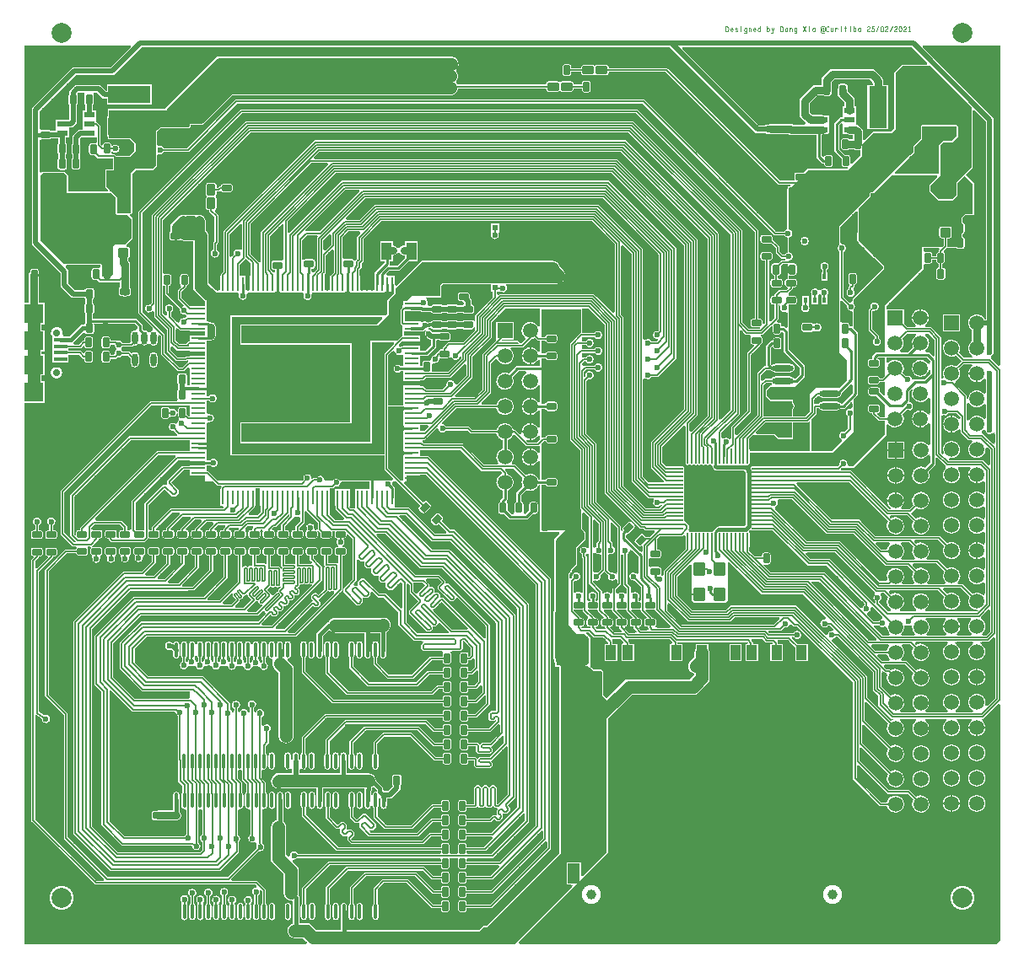
<source format=gtl>
G04 ================== begin FILE IDENTIFICATION RECORD ==================*
G04 Layout Name:  Beamforming_PCB_Ver1_0_1.brd*
G04 Film Name:    TOP*
G04 File Format:  Gerber RS274X*
G04 File Origin:  Cadence Allegro 16.6-2015-S066*
G04 Origin Date:  Thu Mar 18 00:04:29 2021*
G04 *
G04 Layer:  ETCH/TOP*
G04 Layer:  PIN/TOP*
G04 Layer:  VIA CLASS/TOP*
G04 *
G04 Offset:    (0.00 0.00)*
G04 Mirror:    No*
G04 Mode:      Positive*
G04 Rotation:  0*
G04 FullContactRelief:  No*
G04 UndefLineWidth:     0.00*
G04 ================== end FILE IDENTIFICATION RECORD ====================*
%FSLAX25Y25*MOIN*%
%IR0*IPPOS*OFA0.00000B0.00000*MIA0B0*SFA1.00000B1.00000*%
%AMMACRO17*
4,1,40,-.03051,-.02921,
.03051,-.02921,
.031194,-.029151,
.031857,-.028974,
.032479,-.028684,
.033041,-.028291,
.033527,-.027806,
.033921,-.027245,
.034211,-.026623,
.03439,-.02596,
.03445,-.02528,
.03445,.02528,
.034389,.025963,
.03421,.026626,
.033919,.027247,
.033525,.027809,
.033039,.028293,
.032476,.028686,
.031854,.028975,
.031191,.029151,
.03051,.02921,
-.03051,.02921,
-.031194,.029151,
-.031857,.028974,
-.032479,.028684,
-.033041,.028291,
-.033527,.027806,
-.033921,.027245,
-.034211,.026623,
-.03439,.02596,
-.03445,.02528,
-.03445,-.02528,
-.034389,-.025963,
-.03421,-.026626,
-.033919,-.027247,
-.033525,-.027809,
-.033039,-.028293,
-.032476,-.028686,
-.031854,-.028975,
-.031191,-.029151,
-.03051,-.02921,
0.0*
%
%ADD17MACRO17*%
%AMMACRO44*
4,1,38,.00394,.02559,
.00394,-.02559,
.00388,-.026274,
.003702,-.026938,
.003412,-.02756,
.003018,-.028123,
.002532,-.028608,
.00197,-.029002,
.001347,-.029292,
.000684,-.02947,
0.0,-.02953,
-.000684,-.02947,
-.001348,-.029292,
-.00197,-.029002,
-.002533,-.028608,
-.003018,-.028122,
-.003412,-.02756,
-.003702,-.026937,
-.00388,-.026274,
-.00394,-.02559,
-.00394,.02559,
-.00388,.026274,
-.003702,.026938,
-.003412,.02756,
-.003018,.028123,
-.002532,.028608,
-.00197,.029002,
-.001347,.029292,
-.000684,.02947,
0.0,.02953,
.000684,.02947,
.001348,.029292,
.00197,.029002,
.002533,.028608,
.003018,.028122,
.003412,.02756,
.003702,.026937,
.00388,.026274,
.00394,.02559,
0.0*
%
%ADD44MACRO44*%
%AMMACRO43*
4,1,38,.02559,-.00394,
-.02559,-.00394,
-.026274,-.00388,
-.026938,-.003702,
-.02756,-.003412,
-.028123,-.003018,
-.028608,-.002532,
-.029002,-.00197,
-.029292,-.001347,
-.02947,-.000684,
-.02953,0.0,
-.02947,.000684,
-.029292,.001348,
-.029002,.00197,
-.028608,.002533,
-.028122,.003018,
-.02756,.003412,
-.026937,.003702,
-.026274,.00388,
-.02559,.00394,
.02559,.00394,
.026274,.00388,
.026938,.003702,
.02756,.003412,
.028123,.003018,
.028608,.002532,
.029002,.00197,
.029292,.001347,
.02947,.000684,
.02953,0.0,
.02947,-.000684,
.029292,-.001348,
.029002,-.00197,
.028608,-.002533,
.028122,-.003018,
.02756,-.003412,
.026937,-.003702,
.026274,-.00388,
.02559,-.00394,
0.0*
%
%ADD43MACRO43*%
%ADD10C,.02362*%
%ADD35C,.05906*%
%ADD19C,.02756*%
%ADD42C,.03937*%
%ADD18C,.07874*%
%ADD36R,.05906X.05906*%
%ADD25R,.16535X.07087*%
%ADD52R,.07087X.16535*%
%AMMACRO38*
4,1,44,.0187,.01575,
-.0187,.01575,
-.019384,.01569,
-.020047,.015513,
-.020669,.015223,
-.021232,.01483,
-.021718,.014344,
-.022112,.013782,
-.022402,.01316,
-.02258,.012497,
-.02264,.011813,
-.02264,.01181,
-.02264,-.01181,
-.02258,-.012494,
-.022403,-.013157,
-.022113,-.013779,
-.02172,-.014342,
-.021234,-.014828,
-.020672,-.015222,
-.02005,-.015512,
-.019387,-.01569,
-.018703,-.01575,
-.0187,-.01575,
.0187,-.01575,
.019384,-.01569,
.020047,-.015513,
.020669,-.015223,
.021232,-.01483,
.021718,-.014344,
.022112,-.013782,
.022402,-.01316,
.02258,-.012497,
.02264,-.011813,
.02264,-.01181,
.02264,.01181,
.02258,.012494,
.022403,.013157,
.022113,.013779,
.02172,.014342,
.021234,.014828,
.020672,.015222,
.02005,.015512,
.019387,.01569,
.018703,.01575,
.0187,.01575,
0.0*
%
%ADD38MACRO38*%
%AMMACRO31*
4,1,44,-.01575,.0187,
-.01575,-.0187,
-.01569,-.019384,
-.015513,-.020047,
-.015223,-.020669,
-.01483,-.021232,
-.014344,-.021718,
-.013782,-.022112,
-.01316,-.022402,
-.012497,-.02258,
-.011813,-.02264,
-.01181,-.02264,
.01181,-.02264,
.012494,-.02258,
.013157,-.022403,
.013779,-.022113,
.014342,-.02172,
.014828,-.021234,
.015222,-.020672,
.015512,-.02005,
.01569,-.019387,
.01575,-.018703,
.01575,-.0187,
.01575,.0187,
.01569,.019384,
.015513,.020047,
.015223,.020669,
.01483,.021232,
.014344,.021718,
.013782,.022112,
.01316,.022402,
.012497,.02258,
.011813,.02264,
.01181,.02264,
-.01181,.02264,
-.012494,.02258,
-.013157,.022403,
-.013779,.022113,
-.014342,.02172,
-.014828,.021234,
-.015222,.020672,
-.015512,.02005,
-.01569,.019387,
-.01575,.018703,
-.01575,.0187,
0.0*
%
%ADD31MACRO31*%
%AMMACRO34*
4,1,44,-.01865,-.00752,
-.00752,-.01865,
-.006991,-.019088,
-.006398,-.019432,
-.005753,-.019667,
-.005078,-.019787,
-.004392,-.019788,
-.003716,-.019669,
-.003072,-.019436,
-.002477,-.019093,
-.001951,-.018653,
-.00195,-.01865,
.01865,.00195,
.019092,.002475,
.019434,.003069,
.019669,.003714,
.019788,.004389,
.019787,.005075,
.019668,.005751,
.019433,.006395,
.01909,.006989,
.018648,.007514,
.01865,.00752,
.00752,.01865,
.006991,.019088,
.006398,.019432,
.005753,.019667,
.005078,.019787,
.004392,.019788,
.003716,.019669,
.003072,.019436,
.002477,.019093,
.001951,.018653,
.00195,.01865,
-.01865,-.00195,
-.019092,-.002475,
-.019434,-.003069,
-.019669,-.003714,
-.019788,-.004389,
-.019787,-.005075,
-.019668,-.005751,
-.019433,-.006395,
-.01909,-.006989,
-.018648,-.007514,
-.01865,-.00752,
0.0*
%
%ADD34MACRO34*%
%AMMACRO24*
4,1,40,-.0185,.00787,
-.0185,-.00787,
-.018441,-.008553,
-.018264,-.009216,
-.017975,-.009838,
-.017582,-.010401,
-.017098,-.010886,
-.016536,-.01128,
-.015915,-.011571,
-.015253,-.011749,
-.01457,-.01181,
.01457,-.01181,
.015253,-.011749,
.015916,-.011571,
.016537,-.01128,
.017098,-.010886,
.017583,-.0104,
.017975,-.009838,
.018264,-.009216,
.018441,-.008553,
.0185,-.00787,
.0185,.00787,
.018441,.008553,
.018264,.009216,
.017975,.009838,
.017582,.010401,
.017098,.010886,
.016536,.01128,
.015915,.011571,
.015253,.011749,
.01457,.01181,
-.01457,.01181,
-.015253,.011749,
-.015916,.011571,
-.016537,.01128,
-.017098,.010886,
-.017583,.0104,
-.017975,.009838,
-.018264,.009216,
-.018441,.008553,
-.0185,.00787,
0.0*
%
%ADD24MACRO24*%
%AMMACRO22*
4,1,40,.00787,.0185,
-.00787,.0185,
-.008553,.018441,
-.009216,.018264,
-.009838,.017975,
-.010401,.017582,
-.010886,.017098,
-.01128,.016536,
-.011571,.015915,
-.011749,.015253,
-.01181,.01457,
-.01181,-.01457,
-.011749,-.015253,
-.011571,-.015916,
-.01128,-.016537,
-.010886,-.017098,
-.0104,-.017583,
-.009838,-.017975,
-.009216,-.018264,
-.008553,-.018441,
-.00787,-.0185,
.00787,-.0185,
.008553,-.018441,
.009216,-.018264,
.009838,-.017975,
.010401,-.017582,
.010886,-.017098,
.01128,-.016536,
.011571,-.015915,
.011749,-.015253,
.01181,-.01457,
.01181,.01457,
.011749,.015253,
.011571,.015916,
.01128,.016537,
.010886,.017098,
.0104,.017583,
.009838,.017975,
.009216,.018264,
.008553,.018441,
.00787,.0185,
0.0*
%
%ADD22MACRO22*%
%AMMACRO51*
4,1,44,-.02018,-.00626,
-.00626,-.02018,
-.005737,-.020624,
-.005143,-.020967,
-.004498,-.021202,
-.003822,-.021321,
-.003136,-.021321,
-.00246,-.021202,
-.001815,-.020967,
-.001221,-.020624,
-.000695,-.020183,
-.00069,-.02018,
.02018,.00069,
.020621,.001216,
.020965,.00181,
.0212,.002454,
.021321,.00313,
.021322,.003816,
.021203,.004492,
.02097,.005138,
.020627,.005732,
.020187,.006259,
.02018,.00626,
.00626,.02018,
.005737,.020624,
.005143,.020967,
.004498,.021202,
.003822,.021321,
.003136,.021321,
.00246,.021202,
.001815,.020967,
.001221,.020624,
.000695,.020183,
.00069,.02018,
-.02018,-.00069,
-.020621,-.001216,
-.020965,-.00181,
-.0212,-.002454,
-.021321,-.00313,
-.021322,-.003816,
-.021203,-.004492,
-.02097,-.005138,
-.020627,-.005732,
-.020187,-.006259,
-.02018,-.00626,
0.0*
%
%ADD51MACRO51*%
%AMMACRO23*
4,1,44,.00984,.0187,
-.00984,.0187,
-.010524,.018641,
-.011187,.018464,
-.011809,.018174,
-.012371,.017781,
-.012857,.017296,
-.013251,.016734,
-.013542,.016113,
-.01372,.01545,
-.01378,.014766,
-.01378,.01476,
-.01378,-.01476,
-.013721,-.015444,
-.013544,-.016107,
-.013254,-.016729,
-.012861,-.017291,
-.012376,-.017777,
-.011814,-.018171,
-.011193,-.018462,
-.01053,-.01864,
-.009846,-.0187,
-.00984,-.0187,
.00984,-.0187,
.010524,-.018641,
.011187,-.018464,
.011809,-.018174,
.012371,-.017781,
.012857,-.017296,
.013251,-.016734,
.013542,-.016113,
.01372,-.01545,
.01378,-.014766,
.01378,-.01476,
.01378,.01476,
.013721,.015444,
.013544,.016107,
.013254,.016729,
.012861,.017291,
.012376,.017777,
.011814,.018171,
.011193,.018462,
.01053,.01864,
.009846,.0187,
.00984,.0187,
0.0*
%
%ADD23MACRO23*%
%AMMACRO15*
4,1,44,-.0187,.00984,
-.0187,-.00984,
-.018641,-.010524,
-.018464,-.011187,
-.018174,-.011809,
-.017781,-.012371,
-.017296,-.012857,
-.016734,-.013251,
-.016113,-.013542,
-.01545,-.01372,
-.014766,-.01378,
-.01476,-.01378,
.01476,-.01378,
.015444,-.013721,
.016107,-.013544,
.016729,-.013254,
.017291,-.012861,
.017777,-.012376,
.018171,-.011814,
.018462,-.011193,
.01864,-.01053,
.0187,-.009846,
.0187,-.00984,
.0187,.00984,
.018641,.010524,
.018464,.011187,
.018174,.011809,
.017781,.012371,
.017296,.012857,
.016734,.013251,
.016113,.013542,
.01545,.01372,
.014766,.01378,
.01476,.01378,
-.01476,.01378,
-.015444,.013721,
-.016107,.013544,
-.016729,.013254,
-.017291,.012861,
-.017777,.012376,
-.018171,.011814,
-.018462,.011193,
-.01864,.01053,
-.0187,.009846,
-.0187,.00984,
0.0*
%
%ADD15MACRO15*%
%AMMACRO48*
4,1,38,-.02559,.00394,
.02559,.00394,
.026274,.00388,
.026938,.003702,
.02756,.003412,
.028123,.003018,
.028608,.002532,
.029002,.00197,
.029292,.001347,
.02947,.000684,
.02953,0.0,
.02947,-.000684,
.029292,-.001348,
.029002,-.00197,
.028608,-.002533,
.028122,-.003018,
.02756,-.003412,
.026937,-.003702,
.026274,-.00388,
.02559,-.00394,
-.02559,-.00394,
-.026274,-.00388,
-.026938,-.003702,
-.02756,-.003412,
-.028123,-.003018,
-.028608,-.002532,
-.029002,-.00197,
-.029292,-.001347,
-.02947,-.000684,
-.02953,0.0,
-.02947,.000684,
-.029292,.001348,
-.029002,.00197,
-.028608,.002533,
-.028122,.003018,
-.02756,.003412,
-.026937,.003702,
-.026274,.00388,
-.02559,.00394,
0.0*
%
%ADD48MACRO48*%
%AMMACRO45*
4,1,38,-.00394,-.02559,
-.00394,.02559,
-.00388,.026274,
-.003702,.026938,
-.003412,.02756,
-.003018,.028123,
-.002532,.028608,
-.00197,.029002,
-.001347,.029292,
-.000684,.02947,
0.0,.02953,
.000684,.02947,
.001348,.029292,
.00197,.029002,
.002533,.028608,
.003018,.028122,
.003412,.02756,
.003702,.026937,
.00388,.026274,
.00394,.02559,
.00394,-.02559,
.00388,-.026274,
.003702,-.026938,
.003412,-.02756,
.003018,-.028123,
.002532,-.028608,
.00197,-.029002,
.001347,-.029292,
.000684,-.02947,
0.0,-.02953,
-.000684,-.02947,
-.001348,-.029292,
-.00197,-.029002,
-.002533,-.028608,
-.003018,-.028122,
-.003412,-.02756,
-.003702,-.026937,
-.00388,-.026274,
-.00394,-.02559,
0.0*
%
%ADD45MACRO45*%
%ADD49O,.08543X.02402*%
%ADD21R,.04331X.02362*%
%ADD37R,.02362X.02362*%
%ADD27O,.02362X.05118*%
%ADD50R,.01575X.02362*%
%ADD47R,.21654X.21654*%
%ADD20R,.05315X.01575*%
%ADD29O,.01575X.05906*%
%ADD11R,.0748X.0748*%
%AMMACRO16*
4,1,44,.01988,-.06004,
.01988,.06004,
.019821,.060724,
.019643,.061387,
.019354,.062009,
.01896,.062572,
.018475,.063057,
.017913,.063451,
.017291,.063742,
.016629,.06392,
.015945,.06398,
.01594,.06398,
-.01594,.06398,
-.016624,.063921,
-.017287,.063743,
-.017909,.063454,
-.018472,.06306,
-.018957,.062575,
-.019351,.062013,
-.019642,.061391,
-.01982,.060729,
-.01988,.060045,
-.01988,.06004,
-.01988,-.06004,
-.019821,-.060724,
-.019643,-.061387,
-.019354,-.062009,
-.01896,-.062572,
-.018475,-.063057,
-.017913,-.063451,
-.017291,-.063742,
-.016629,-.06392,
-.015945,-.06398,
-.01594,-.06398,
.01594,-.06398,
.016624,-.063921,
.017287,-.063743,
.017909,-.063454,
.018472,-.06306,
.018957,-.062575,
.019351,-.062013,
.019642,-.061391,
.01982,-.060729,
.01988,-.060045,
.01988,-.06004,
0.0*
%
%ADD16MACRO16*%
%ADD40R,.03937X.05906*%
%AMMACRO26*
4,1,40,.01988,-.01457,
.01988,.01457,
.019819,.015253,
.019641,.015916,
.01935,.016537,
.018956,.017098,
.01847,.017583,
.017908,.017975,
.017286,.018264,
.016623,.018441,
.01594,.0185,
-.01594,.0185,
-.016623,.018441,
-.017286,.018264,
-.017908,.017975,
-.018471,.017583,
-.018956,.017098,
-.01935,.016537,
-.019641,.015915,
-.019819,.015253,
-.01988,.01457,
-.01988,-.01457,
-.019819,-.015253,
-.019641,-.015916,
-.01935,-.016537,
-.018956,-.017098,
-.01847,-.017583,
-.017908,-.017975,
-.017286,-.018264,
-.016623,-.018441,
-.01594,-.0185,
.01594,-.0185,
.016623,-.018441,
.017286,-.018264,
.017908,-.017975,
.018471,-.017583,
.018956,-.017098,
.01935,-.016537,
.019641,-.015915,
.019819,-.015253,
.01988,-.01457,
0.0*
%
%ADD26MACRO26*%
%AMMACRO46*
4,1,44,-.01811,-.02697,
.01811,-.02697,
.018794,-.02691,
.019457,-.026733,
.020079,-.026443,
.020642,-.02605,
.021128,-.025564,
.021522,-.025002,
.021812,-.02438,
.02199,-.023717,
.02205,-.023033,
.02205,-.02303,
.02205,.02303,
.02199,.023714,
.021813,.024377,
.021523,.024999,
.02113,.025562,
.020644,.026048,
.020082,.026442,
.01946,.026732,
.018797,.02691,
.018113,.02697,
.01811,.02697,
-.01811,.02697,
-.018794,.02691,
-.019457,.026733,
-.020079,.026443,
-.020642,.02605,
-.021128,.025564,
-.021522,.025002,
-.021812,.02438,
-.02199,.023717,
-.02205,.023033,
-.02205,.02303,
-.02205,-.02303,
-.02199,-.023714,
-.021813,-.024377,
-.021523,-.024999,
-.02113,-.025562,
-.020644,-.026048,
-.020082,-.026442,
-.01946,-.026732,
-.018797,-.02691,
-.018113,-.02697,
-.01811,-.02697,
0.0*
%
%ADD46MACRO46*%
%AMMACRO41*
4,1,44,-.0187,-.01575,
.0187,-.01575,
.019384,-.01569,
.020047,-.015513,
.020669,-.015223,
.021232,-.01483,
.021718,-.014344,
.022112,-.013782,
.022402,-.01316,
.02258,-.012497,
.02264,-.011813,
.02264,-.01181,
.02264,.01181,
.02258,.012494,
.022403,.013157,
.022113,.013779,
.02172,.014342,
.021234,.014828,
.020672,.015222,
.02005,.015512,
.019387,.01569,
.018703,.01575,
.0187,.01575,
-.0187,.01575,
-.019384,.01569,
-.020047,.015513,
-.020669,.015223,
-.021232,.01483,
-.021718,.014344,
-.022112,.013782,
-.022402,.01316,
-.02258,.012497,
-.02264,.011813,
-.02264,.01181,
-.02264,-.01181,
-.02258,-.012494,
-.022403,-.013157,
-.022113,-.013779,
-.02172,-.014342,
-.021234,-.014828,
-.020672,-.015222,
-.02005,-.015512,
-.019387,-.01569,
-.018703,-.01575,
-.0187,-.01575,
0.0*
%
%ADD41MACRO41*%
%ADD39R,.04724X.07874*%
%ADD33R,.03937X.07087*%
%AMMACRO13*
4,1,40,.0185,-.00787,
.0185,.00787,
.018441,.008553,
.018264,.009216,
.017975,.009838,
.017582,.010401,
.017098,.010886,
.016536,.01128,
.015915,.011571,
.015253,.011749,
.01457,.01181,
-.01457,.01181,
-.015253,.011749,
-.015916,.011571,
-.016537,.01128,
-.017098,.010886,
-.017583,.0104,
-.017975,.009838,
-.018264,.009216,
-.018441,.008553,
-.0185,.00787,
-.0185,-.00787,
-.018441,-.008553,
-.018264,-.009216,
-.017975,-.009838,
-.017582,-.010401,
-.017098,-.010886,
-.016536,-.01128,
-.015915,-.011571,
-.015253,-.011749,
-.01457,-.01181,
.01457,-.01181,
.015253,-.011749,
.015916,-.011571,
.016537,-.01128,
.017098,-.010886,
.017583,-.0104,
.017975,-.009838,
.018264,-.009216,
.018441,-.008553,
.0185,-.00787,
0.0*
%
%ADD13MACRO13*%
%ADD30R,.05799X.01098*%
%AMMACRO14*
4,1,40,-.00787,-.0185,
.00787,-.0185,
.008553,-.018441,
.009216,-.018264,
.009838,-.017975,
.010401,-.017582,
.010886,-.017098,
.01128,-.016536,
.011571,-.015915,
.011749,-.015253,
.01181,-.01457,
.01181,.01457,
.011749,.015253,
.011571,.015916,
.01128,.016537,
.010886,.017098,
.0104,.017583,
.009838,.017975,
.009216,.018264,
.008553,.018441,
.00787,.0185,
-.00787,.0185,
-.008553,.018441,
-.009216,.018264,
-.009838,.017975,
-.010401,.017582,
-.010886,.017098,
-.01128,.016536,
-.011571,.015915,
-.011749,.015253,
-.01181,.01457,
-.01181,-.01457,
-.011749,-.015253,
-.011571,-.015916,
-.01128,-.016537,
-.010886,-.017098,
-.0104,-.017583,
-.009838,-.017975,
-.009216,-.018264,
-.008553,-.018441,
-.00787,-.0185,
0.0*
%
%ADD14MACRO14*%
%ADD32R,.01098X.05799*%
%AMMACRO28*
4,1,44,.0187,-.00984,
.0187,.00984,
.018641,.010524,
.018464,.011187,
.018174,.011809,
.017781,.012371,
.017296,.012857,
.016734,.013251,
.016113,.013542,
.01545,.01372,
.014766,.01378,
.01476,.01378,
-.01476,.01378,
-.015444,.013721,
-.016107,.013544,
-.016729,.013254,
-.017291,.012861,
-.017777,.012376,
-.018171,.011814,
-.018462,.011193,
-.01864,.01053,
-.0187,.009846,
-.0187,.00984,
-.0187,-.00984,
-.018641,-.010524,
-.018464,-.011187,
-.018174,-.011809,
-.017781,-.012371,
-.017296,-.012857,
-.016734,-.013251,
-.016113,-.013542,
-.01545,-.01372,
-.014766,-.01378,
-.01476,-.01378,
.01476,-.01378,
.015444,-.013721,
.016107,-.013544,
.016729,-.013254,
.017291,-.012861,
.017777,-.012376,
.018171,-.011814,
.018462,-.011193,
.01864,-.01053,
.0187,-.009846,
.0187,-.00984,
0.0*
%
%ADD28MACRO28*%
%AMMACRO12*
4,1,44,-.00984,-.0187,
.00984,-.0187,
.010524,-.018641,
.011187,-.018464,
.011809,-.018174,
.012371,-.017781,
.012857,-.017296,
.013251,-.016734,
.013542,-.016113,
.01372,-.01545,
.01378,-.014766,
.01378,-.01476,
.01378,.01476,
.013721,.015444,
.013544,.016107,
.013254,.016729,
.012861,.017291,
.012376,.017777,
.011814,.018171,
.011193,.018462,
.01053,.01864,
.009846,.0187,
.00984,.0187,
-.00984,.0187,
-.010524,.018641,
-.011187,.018464,
-.011809,.018174,
-.012371,.017781,
-.012857,.017296,
-.013251,.016734,
-.013542,.016113,
-.01372,.01545,
-.01378,.014766,
-.01378,.01476,
-.01378,-.01476,
-.013721,-.015444,
-.013544,-.016107,
-.013254,-.016729,
-.012861,-.017291,
-.012376,-.017777,
-.011814,-.018171,
-.011193,-.018462,
-.01053,-.01864,
-.009846,-.0187,
-.00984,-.0187,
0.0*
%
%ADD12MACRO12*%
%ADD53C,.01*%
%ADD54C,.02*%
%ADD55C,.012*%
%ADD56C,.03*%
%ADD57C,.04*%
%ADD58C,.05*%
%ADD59C,.015*%
%ADD60C,.025*%
%ADD61C,.035*%
%ADD62C,.018*%
%ADD63C,.004*%
%ADD64C,.005*%
%ADD65C,.007*%
%ADD71C,.0691*%
%ADD72C,.03366*%
%ADD68C,.04752*%
%ADD69C,.07508*%
%ADD67C,.09476*%
%ADD66O,.03364X.0612*%
%ADD70R,.0494X.06908*%
%ADD73R,.06908X.06908*%
G75*
%LPD*%
G75*
G36*
G01X187709Y109972D02*
X179588D01*
Y110677D01*
G03X178694Y111572I-895J0D01*
G01X177118D01*
G03X176224Y110677I1J-895D01*
G01Y107763D01*
G03X177118Y106868I895J0D01*
G01X178694D01*
G03X179588Y107763I-1J895D01*
G01Y108468D01*
X188331D01*
X191195Y111332D01*
G02X192048Y110979I353J-354D01*
G01Y108311D01*
X188039Y104302D01*
X184998D01*
X184120Y103424D01*
X183462Y104081D01*
G03X182931Y104302I-532J-530D01*
G01X179588D01*
Y105007D01*
G03X178694Y105902I-895J0D01*
G01X177118D01*
G03X176224Y105007I1J-895D01*
G01Y102093D01*
G03X177118Y101198I895J0D01*
G01X178694D01*
G03X179588Y102093I-1J895D01*
G01Y102798D01*
X182618D01*
Y100678D01*
X183498Y99798D01*
X188222D01*
X188881Y100458D01*
G03X189102Y100989I-530J532D01*
G01Y101922D01*
X188443Y102580D01*
X192695Y106832D01*
G02X193548Y106479I353J-354D01*
G01Y104111D01*
X188069Y98632D01*
X184065D01*
X183187Y97754D01*
X182529Y98411D01*
G03X181998Y98632I-532J-530D01*
G01X179588D01*
Y99337D01*
G03X178694Y100232I-895J0D01*
G01X177118D01*
G03X176224Y99337I1J-895D01*
G01Y96423D01*
G03X177118Y95528I895J0D01*
G01X178694D01*
G03X179588Y96423I-1J895D01*
G01Y97128D01*
X181686D01*
Y95008D01*
X182565Y94128D01*
X188252D01*
X188911Y94788D01*
G03X189132Y95319I-530J532D01*
G01Y96252D01*
X188473Y96910D01*
X194195Y102632D01*
G02X195048Y102279I353J-354D01*
G01Y83733D01*
X191257Y79942D01*
X190782D01*
Y86472D01*
X189903Y87352D01*
X188970D01*
G03X188439Y87131I1J-751D01*
G01X187781Y86474D01*
X186903Y87352D01*
X185970D01*
G03X185439Y87131I1J-751D01*
G01X184781Y86474D01*
X183903Y87352D01*
X182970D01*
G03X182439Y87131I1J-751D01*
G01X181780Y86472D01*
Y79942D01*
X178888D01*
Y80647D01*
G03X177994Y81542I-895J0D01*
G01X176418D01*
G03X175524Y80647I1J-895D01*
G01Y77733D01*
G03X176418Y76838I895J0D01*
G01X177994D01*
G03X178888Y77733I-1J895D01*
G01Y78438D01*
X182403D01*
X183281Y79316D01*
X183939Y78659D01*
G03X184470Y78438I532J530D01*
G01X185403D01*
X186281Y79316D01*
X186939Y78659D01*
G03X187470Y78438I532J530D01*
G01X188403D01*
X189281Y79316D01*
X190159Y78438D01*
X190669D01*
G02X191022Y77585I-1J-500D01*
G01X190756Y77318D01*
Y75636D01*
X189073D01*
X187709Y74272D01*
X178888D01*
Y74977D01*
G03X177994Y75872I-895J0D01*
G01X176418D01*
G03X175524Y74977I1J-895D01*
G01Y72063D01*
G03X176418Y71168I895J0D01*
G01X177994D01*
G03X178888Y72063I-1J895D01*
G01Y72768D01*
X188331D01*
X189695Y74132D01*
X189781D01*
X190673Y73240D01*
X192003D01*
X193150Y74388D01*
Y76070D01*
X194833D01*
X195980Y77218D01*
Y78548D01*
X195088Y79440D01*
Y79526D01*
X198052Y82489D01*
Y154712D01*
X172212Y180552D01*
X165126D01*
X152308Y193370D01*
G02X152661Y194224I353J354D01*
G01X154792D01*
X165154Y183862D01*
X172331D01*
X198948Y157244D01*
Y78759D01*
X188791Y68602D01*
X178888D01*
Y69307D01*
G03X177994Y70202I-895J0D01*
G01X176418D01*
G03X175524Y69307I1J-895D01*
G01Y66393D01*
G03X176418Y65498I895J0D01*
G01X177994D01*
G03X178888Y66393I-1J895D01*
G01Y67098D01*
X188730D01*
G02X189083Y66245I-1J-500D01*
G01X185770Y62932D01*
X178888D01*
Y63637D01*
G03X177994Y64532I-895J0D01*
G01X176418D01*
G03X175524Y63637I1J-895D01*
G01Y60723D01*
G03X175525Y60677I895J-4D01*
G02X175026Y60152I-499J-25D01*
G01X172574D01*
G02X172075Y60677I0J500D01*
G03X172076Y60723I-894J42D01*
G01Y63637D01*
G03X171182Y64532I-895J0D01*
G01X169606D01*
G03X168712Y63637I1J-895D01*
G01Y62932D01*
X128032D01*
X115300Y75663D01*
Y78156D01*
G03X115838Y79203I-751J1048D01*
G01Y83535D01*
G03X113260I-1289J-1D01*
G01Y79202D01*
G03X113797Y78156I1289J1D01*
G01Y75041D01*
X127410Y61428D01*
X168712D01*
Y60723D01*
G03X168713Y60677I895J-4D01*
G02X168214Y60152I-499J-25D01*
G01X112298D01*
X112232Y60298D01*
G03X109018Y59549I-1532J-698D01*
G02X108165Y59180I-500J-15D01*
G01X107502Y59843D01*
Y70800D01*
G03X106352Y73162I-3001J0D01*
G01Y78894D01*
X106358Y78921D01*
G03X106389Y79204I-1258J281D01*
G01Y83535D01*
G03X103811I-1289J-1D01*
G01Y79204D01*
G03X103842Y78921I1289J-2D01*
G01X103848Y78894D01*
Y73736D01*
X103668Y73684D01*
G03X101498Y70800I831J-2884D01*
G01Y57357D01*
X106498Y52357D01*
Y44800D01*
G03X109626Y41801I3002J0D01*
G02X110147Y41302I21J-499D01*
G01Y39906D01*
X110141Y39879D01*
G03X110110Y39596I1258J-281D01*
G01Y35266D01*
G03X110141Y34983I1289J-2D01*
G01X110148Y34956D01*
Y32698D01*
X109978Y32640D01*
G03X110950Y26798I972J-2840D01*
G01X114257D01*
X115601Y25455D01*
G02X115247Y24601I-353J-354D01*
G01X4200D01*
X4100Y24701D01*
Y238554D01*
X12106D01*
Y247036D01*
X10866D01*
Y249380D01*
X12106D01*
Y257864D01*
X10866D01*
Y258830D01*
X12106D01*
Y267312D01*
X10866D01*
Y269656D01*
X12106D01*
Y278140D01*
X9866D01*
Y288492D01*
X9881Y288532D01*
G03X9712Y290227I-1887J668D01*
G01X9676Y290286D01*
Y290657D01*
G03X8782Y291552I-895J0D01*
G01X7206D01*
G03X6312Y290657I1J-895D01*
G01Y290348D01*
X5864Y289900D01*
Y282370D01*
X5851Y282331D01*
G03X5774Y281382I1899J-632D01*
G01X5864Y280825D01*
Y278140D01*
X4100D01*
Y379900D01*
X45670D01*
G02X46023Y379046I0J-500D01*
G01X38278Y371302D01*
X23278D01*
X7098Y355122D01*
Y301279D01*
X18398Y289979D01*
Y284578D01*
X22878Y280098D01*
X27850D01*
X27897Y279909D01*
G03X28248Y279393I869J214D01*
G01Y278007D01*
G03X27870Y277277I517J-731D01*
G01Y274323D01*
G03X28248Y273593I895J1D01*
G01Y270307D01*
G03X27881Y269713I518J-730D01*
G01X27848Y269502D01*
X26519D01*
X21884Y264866D01*
X19666D01*
G02X19189Y265515I0J500D01*
G03X15236Y264543I-2269J705D01*
G01Y254498D01*
X21556D01*
Y257594D01*
X25647D01*
X27252Y255990D01*
X27812D01*
Y255284D01*
G03X28706Y254390I895J1D01*
G01X30282D01*
G03X31176Y255284I-1J895D01*
G01Y258198D01*
G03X30282Y259092I-895J-1D01*
G01X28706D01*
G03X27812Y258198I1J-895D01*
G01Y258159D01*
G02X27385Y257982I-250J0D01*
G01X26269Y259098D01*
X21556D01*
Y260154D01*
X26369D01*
X27385Y261170D01*
G02X27812Y260993I177J-177D01*
G01Y260954D01*
G03X28706Y260060I895J1D01*
G01X30282D01*
G03X31176Y260954I-1J895D01*
G01Y263868D01*
G03X30282Y264762I-895J-1D01*
G01X28706D01*
G03X27812Y263868I1J-895D01*
G01Y263162D01*
X27252D01*
X25747Y261658D01*
X23846D01*
G02X23493Y262511I1J500D01*
G01X27226Y266243D01*
G02X28004Y266153I353J-353D01*
G03X28765Y265728I762J470D01*
G01X30735D01*
G03X31630Y266623I-1J896D01*
G01Y269577D01*
G03X31623Y269687I-895J-2D01*
G01X31621Y269703D01*
Y269968D01*
X47516D01*
X48688Y268796D01*
Y267749D01*
G02X48090Y267259I-500J0D01*
G03X46078Y265609I-329J-1650D01*
G01Y262853D01*
G03X46080Y262764I1682J-7D01*
G02X45581Y262238I-499J-26D01*
G01X45354D01*
X45340Y262252D01*
X42860D01*
G03X40659Y263033I-1506J-752D01*
G01X40501Y262961D01*
X40300Y263162D01*
X37988D01*
Y263868D01*
G03X37094Y264762I-895J-1D01*
G01X35518D01*
G03X34624Y263868I1J-895D01*
G01Y260954D01*
G03X35518Y260060I895J1D01*
G01X37094D01*
G03X37988Y260954I-1J895D01*
G01Y261660D01*
X39662D01*
X39673Y261421D01*
G03X40313Y260178I1681J79D01*
G02X40306Y259387I-309J-393D01*
G03X39643Y258005I1019J-1339D01*
G02X39143Y257492I-500J-13D01*
G01X37988D01*
Y258198D01*
G03X37094Y259092I-895J-1D01*
G01X35518D01*
G03X34624Y258198I1J-895D01*
G01Y255284D01*
G03X35518Y254390I895J1D01*
G01X37094D01*
G03X37988Y255284I-1J895D01*
G01Y255990D01*
X40330D01*
X40787Y256446D01*
X40924Y256413D01*
G03X42831Y257296I401J1634D01*
G01X45042D01*
X45148Y257189D01*
Y257118D01*
X46078Y256189D01*
Y254191D01*
G03X49442I1682J0D01*
G01Y256947D01*
G03X46619Y258183I-1682J0D01*
G01X46442Y258020D01*
X45664Y258798D01*
X42831D01*
G03X42366Y259369I-1506J-751D01*
G02X42373Y260160I309J393D01*
G03X42860Y260748I-1019J1340D01*
G01X44718D01*
X44732Y260734D01*
X46704D01*
X47222Y261253D01*
X47359Y261219D01*
G03X49202Y261985I402J1634D01*
G02X50058I428J-257D01*
G03X52942I1442J868D01*
G02X53798I428J-257D01*
G03X56922Y262853I1441J868D01*
G01Y264893D01*
G02X57776Y265246I500J0D01*
G01X58048Y264974D01*
Y257674D01*
X64674Y251048D01*
X67161D01*
X68545Y252433D01*
G02X69399Y252080I354J-353D01*
G01Y245402D01*
X68727D01*
G02X68264Y246089I1J500D01*
G03X68330Y246423I-829J337D01*
G01Y249377D01*
G03X67435Y250272I-896J-1D01*
G01X65465D01*
G03X64570Y249377I1J-896D01*
G01Y246423D01*
G03X64948Y245693I895J1D01*
G01Y244007D01*
G03X64570Y243277I517J-731D01*
G01Y240323D01*
G03X64681Y239892I895J1D01*
G02X64243Y239152I-438J-240D01*
G01X53689D01*
X18348Y203811D01*
Y186590D01*
X23090Y181848D01*
X24298D01*
G02X24716Y181074I0J-500D01*
G03X24584Y180749I747J-493D01*
G01X24546Y180546D01*
X20284D01*
X12248Y172510D01*
Y122588D01*
X19748Y115088D01*
Y66188D01*
X35531Y50405D01*
G02X35178Y49552I-354J-353D01*
G01X32611D01*
X8352Y73811D01*
Y114601D01*
G02X9129Y115016I500J-1D01*
G01X10925Y113816D01*
X10919Y113675D01*
G03X11888Y115125I1681J-75D01*
G01X11760Y115065D01*
X9852Y116342D01*
Y171752D01*
X15452Y177352D01*
Y177912D01*
X16157D01*
G03X17052Y178806I0J895D01*
G01Y180382D01*
G03X16157Y181276I-895J-1D01*
G01X13243D01*
G03X12348Y180382I0J-895D01*
G01Y178806D01*
G03X13243Y177912I895J1D01*
G01X13282D01*
G02X13459Y177485I0J-250D01*
G01X9205Y173231D01*
G02X8352Y173584I-353J354D01*
G01Y175922D01*
X9782Y177352D01*
Y177912D01*
X10487D01*
G03X11382Y178806I0J895D01*
G01Y180382D01*
G03X10487Y181276I-895J-1D01*
G01X7573D01*
G03X6678Y180382I0J-895D01*
G01Y178806D01*
G03X7573Y177912I895J1D01*
G01X7612D01*
G02X7789Y177485I0J-250D01*
G01X6848Y176544D01*
Y73189D01*
X31989Y48048D01*
X95589D01*
X95857Y47780D01*
G02X95537Y46928I-354J-353D01*
G03X94900Y43743I114J-1679D01*
G01Y40644D01*
G03X94362Y39597I751J-1048D01*
G01Y35265D01*
G03X96940I1289J1D01*
G01Y39597D01*
G03X96402Y40644I-1289J-1D01*
G01Y43743D01*
G03X97271Y45704I-751J1506D01*
G01X97232Y45845D01*
X97512Y46125D01*
X98050Y45588D01*
Y40644D01*
G03X97512Y39597I751J-1048D01*
G01Y35265D01*
G03X100090I1289J1D01*
G01Y39597D01*
G03X99552Y40644I-1289J-1D01*
G01Y46210D01*
X96211Y49552D01*
X86208D01*
G02X85855Y50405I1J500D01*
G01X96761Y61311D01*
X96898Y61278D01*
G03X98152Y64363I401J1634D01*
G01X98030Y64434D01*
X98014Y65633D01*
Y77438D01*
G02X98595Y77931I500J-1D01*
G03X100090Y79203I206J1272D01*
G01Y83535D01*
G03X99552Y84582I-1289J-1D01*
G01Y88610D01*
X97840Y90322D01*
Y93013D01*
G02X98441Y93503I500J0D01*
G03X99990Y94765I260J1263D01*
G01Y99097D01*
G03X99452Y100144I-1289J-1D01*
G01Y102890D01*
X100652Y104089D01*
Y108294D01*
G03X98698Y110978I-752J1506D01*
G02X97840Y111327I-358J349D01*
G01Y114216D01*
X97974Y114287D01*
G03X97890Y117304I-786J1488D01*
G03X96657Y117568I-702J-267D01*
G01X96558Y117469D01*
G03X96415Y117270I530J-532D01*
G03X95571Y116243I773J-1495D01*
G02X95293Y116065I-240J69D01*
G03X95243Y116068I-40J-247D01*
G02X94718Y116567I-25J499D01*
G01Y117770D01*
G03X93215Y117820I-701J1530D01*
G01Y116012D01*
X92929D01*
X92894Y116022D01*
G03X92797Y116031I-71J-240D01*
G02X92528Y116223I-25J249D01*
G03X89296Y116375I-1638J-388D01*
G02X89010Y116210I-237J80D01*
G03X88963Y116215I-50J-245D01*
G02X88466Y116715I3J500D01*
G01Y117594D01*
G03X86964I-751J1506D01*
G01Y116671D01*
G02X86501Y116172I-500J0D01*
G03X86495Y116171I38J-246D01*
G02X86226Y116363I-25J249D01*
G03X85340Y117481I-1638J-388D01*
G01Y119945D01*
X74734Y130550D01*
X53078D01*
X47652Y135977D01*
Y141190D01*
X52510Y146048D01*
X111411D01*
X129732Y164369D01*
Y178112D01*
X130437D01*
G03X131332Y179006I0J895D01*
G01Y180582D01*
G03X130437Y181476I-895J-1D01*
G01X129697D01*
Y181871D01*
X129822Y181943D01*
G03X130246Y184509I-842J1457D01*
G01X130184Y184580D01*
Y184924D01*
X130437D01*
G03X131332Y185818I0J895D01*
G01Y186078D01*
G02X132185Y186431I500J-1D01*
G01X133848Y184768D01*
Y168693D01*
X130252Y165096D01*
Y163766D01*
X135475Y158542D01*
X136805D01*
X137952Y159690D01*
Y161372D01*
X139635D01*
X140782Y162520D01*
Y163348D01*
G02X141636Y163701I500J0D01*
G01X143689Y161648D01*
X146289D01*
X151948Y155989D01*
Y150389D01*
X157989Y144348D01*
X161179D01*
G02X161532Y143495I-1J-500D01*
G01X160948Y142911D01*
Y141289D01*
X161889Y140348D01*
X169179D01*
G02X169583Y139554I0J-500D01*
G03X169412Y139029I724J-526D01*
G01Y138322D01*
X164344D01*
X157074Y131052D01*
X148211D01*
X143546Y135716D01*
Y137656D01*
G03X144084Y138703I-751J1048D01*
G01Y143035D01*
G03X141506I-1289J-1D01*
G01Y138703D01*
G03X142044Y137656I1289J1D01*
G01Y135094D01*
X147589Y129548D01*
X157696D01*
X164966Y136818D01*
X169412D01*
Y136113D01*
G03X170306Y135218I895J0D01*
G01X171882D01*
G03X172776Y136113I-1J895D01*
G01Y139029D01*
G03X172605Y139554I-895J-1D01*
G02X173009Y140348I404J294D01*
G01X176412D01*
X177352Y141289D01*
Y144289D01*
X177412Y144348D01*
X177790D01*
X180480Y141659D01*
Y138825D01*
X179976Y138322D01*
X179588D01*
Y139027D01*
G03X178694Y139922I-895J0D01*
G01X177118D01*
G03X176224Y139027I1J-895D01*
G01Y136113D01*
G03X177118Y135218I895J0D01*
G01X178694D01*
G03X179588Y136113I-1J895D01*
G01Y136818D01*
X180598D01*
X181126Y137346D01*
G02X181980Y136993I354J-353D01*
G01Y134211D01*
X180420Y132652D01*
X179588D01*
Y133357D01*
G03X178694Y134252I-895J0D01*
G01X177118D01*
G03X176224Y133357I1J-895D01*
G01Y130443D01*
G03X177118Y129548I895J0D01*
G01X178694D01*
G03X179588Y130443I-1J895D01*
G01Y131148D01*
X181042D01*
X182626Y132732D01*
G02X183480Y132379I354J-353D01*
G01Y128343D01*
X182118Y126982D01*
X179588D01*
Y127687D01*
G03X178694Y128582I-895J0D01*
G01X177118D01*
G03X176224Y127687I1J-895D01*
G01Y124773D01*
G03X177118Y123878I895J0D01*
G01X178694D01*
G03X179588Y124773I-1J895D01*
G01Y125478D01*
X182740D01*
X184126Y126864D01*
G02X184980Y126511I354J-353D01*
G01Y124242D01*
X182049Y121312D01*
X179588D01*
Y122017D01*
G03X178694Y122912I-895J0D01*
G01X177118D01*
G03X176224Y122017I1J-895D01*
G01Y119103D01*
G03X177118Y118208I895J0D01*
G01X178694D01*
G03X179588Y119103I-1J895D01*
G01Y119808D01*
X182671D01*
X185626Y122763D01*
G02X186480Y122410I354J-353D01*
G01Y119942D01*
X182179Y115642D01*
X179588D01*
Y116347D01*
G03X178694Y117242I-895J0D01*
G01X177118D01*
G03X176224Y116347I1J-895D01*
G01Y113433D01*
G03X177118Y112538I895J0D01*
G01X178694D01*
G03X179588Y113433I-1J895D01*
G01Y114138D01*
X182801D01*
X187982Y119320D01*
Y150829D01*
X171776Y167036D01*
X170536D01*
Y168276D01*
X168260Y170552D01*
X158678D01*
X143360Y185870D01*
G02X143713Y186724I353J354D01*
G01X146826D01*
X160502Y173048D01*
X169102D01*
X190548Y151602D01*
Y116730D01*
X188428D01*
X187769Y116070D01*
G03X187548Y115539I530J-532D01*
G01Y113628D01*
X188208Y112969D01*
G03X188739Y112748I532J530D01*
G01X189672D01*
X190122Y113198D01*
G02X190548Y113021I176J-177D01*
G01Y112811D01*
X187709Y109972D01*
G37*
G36*
G01X46400Y306133D02*
Y303500D01*
X43900Y301000D01*
X39900D01*
X39200Y300300D01*
Y289400D01*
X38400Y288600D01*
X35000D01*
X34700Y288900D01*
Y293100D01*
X34300Y293500D01*
X19600D01*
X10300Y302800D01*
Y328300D01*
X11400Y329400D01*
X19800D01*
X20800Y328400D01*
Y321800D01*
X21100Y321500D01*
X38491D01*
X40100Y319891D01*
Y313600D01*
X40900Y312800D01*
X44900D01*
X46400Y311300D01*
Y307667D01*
X46376Y307617D01*
G03Y306183I1524J-717D01*
G01X46400Y306133D01*
G37*
G36*
G01X21308Y322002D02*
X21302Y322008D01*
Y328608D01*
X20008Y329902D01*
X11192D01*
X10955Y329664D01*
G02X10102Y330018I-353J354D01*
G01Y342236D01*
G02X10753Y342712I500J0D01*
G03X11023Y342670I271J853D01*
G01X13977D01*
G03X14707Y343048I-1J895D01*
G01X17498D01*
Y341817D01*
X17548Y341767D01*
Y341207D01*
G03X17170Y340477I517J-731D01*
G01Y337523D01*
G03X17548Y336793I895J1D01*
G01Y335207D01*
G03X17170Y334477I517J-731D01*
G01Y331523D01*
G03X18065Y330628I896J1D01*
G01X20035D01*
G03X20930Y331523I-1J896D01*
G01Y334477D01*
G03X20552Y335207I-895J-1D01*
G01Y336793D01*
G03X20930Y337523I-517J731D01*
G01Y340477D01*
G03X20552Y341207I-895J-1D01*
G01Y343011D01*
X20502Y343061D01*
Y343438D01*
X21667D01*
Y347358D01*
X23083D01*
X24852Y349127D01*
Y356193D01*
G03X25230Y356923I-517J731D01*
G01Y359877D01*
G03X25012Y360461I-895J-2D01*
G02X25025Y360801I189J163D01*
G01X25387Y361164D01*
X27514D01*
G02X27927Y360381I0J-500D01*
G03X27770Y359877I738J-506D01*
G01Y356923D01*
G03X28148Y356193I895J1D01*
G01Y354283D01*
X26962D01*
Y347177D01*
X26963D01*
Y346622D01*
X25342D01*
X22992Y344272D01*
Y340801D01*
X22953Y340739D01*
G03X22812Y340257I754J-482D01*
G01Y337343D01*
G03X22953Y336861I895J0D01*
G01X22992Y336799D01*
Y335101D01*
X22953Y335039D01*
G03X22812Y334557I754J-482D01*
G01Y331643D01*
G03X23706Y330748I895J0D01*
G01X25282D01*
G03X26176Y331643I-1J895D01*
G01Y334557D01*
G03X26035Y335039I-895J0D01*
G01X25996Y335101D01*
Y336799D01*
X26035Y336861D01*
G03X26176Y337343I-754J482D01*
G01Y340257D01*
G03X26035Y340739I-895J0D01*
G01X25996Y340801D01*
Y343028D01*
X26586Y343618D01*
X26963D01*
Y343438D01*
X32748D01*
Y341643D01*
G02X32193Y341146I-500J0D01*
G03X32094Y341152I-104J-889D01*
G01X30518D01*
G03X29624Y340257I1J-895D01*
G01Y337343D01*
G03X30518Y336448I895J0D01*
G01X31926D01*
X33126Y335248D01*
X38998D01*
Y330902D01*
X36908D01*
X36525Y331284D01*
G03X36098Y331107I-177J-177D01*
G01Y323892D01*
X37236Y322754D01*
Y322572D01*
G03X37238Y322527I895J17D01*
G02X36738Y322002I-499J-25D01*
G01X21308D01*
G37*
G36*
G01X301211Y306252D02*
X249011Y358452D01*
X87589D01*
X68366Y339228D01*
X59329D01*
G03X57267Y340065I-1506J-751D01*
G02X56602Y340537I-165J472D01*
G01Y345921D01*
X57679Y346998D01*
X69008D01*
X69802Y347792D01*
Y348448D01*
X74696D01*
X86246Y359998D01*
X172500D01*
G03X175479Y362629I0J3002D01*
G01X175506Y362848D01*
X210278D01*
Y362419D01*
G03X211173Y361524I895J0D01*
G01X214913D01*
G03X215528Y361768I1J895D01*
G02X215872I172J-181D01*
G03X216487Y361524I614J651D01*
G01X220227D01*
G03X221122Y362419I0J895D01*
G01Y362848D01*
X224512D01*
Y362143D01*
G03X225406Y361248I895J0D01*
G01X226982D01*
G03X227876Y362143I-1J895D01*
G01Y365057D01*
G03X226982Y365952I-895J0D01*
G01X225406D01*
G03X224512Y365057I1J-895D01*
G01Y364352D01*
X221122D01*
Y364781D01*
G03X220227Y365676I-895J0D01*
G01X216487D01*
G03X215872Y365432I-1J-895D01*
G02X215528I-172J181D01*
G03X214913Y365676I-614J-651D01*
G01X211173D01*
G03X210278Y364781I0J-895D01*
G01Y364352D01*
X175180D01*
G03X174767Y364967I-2679J-1353D01*
G02X174781Y365638I378J328D01*
G03X174786Y369756I-2181J2062D01*
G02X174801Y370456I364J342D01*
G03X172700Y375602I-2101J2144D01*
G01X80257D01*
X60278Y355622D01*
G03X59695Y354802I2120J-2125D01*
G01X36998D01*
Y351847D01*
X36831D01*
Y343757D01*
X36998D01*
Y342698D01*
X45692D01*
X47498Y340892D01*
Y338208D01*
X45592Y336302D01*
X40261D01*
X39811Y336752D01*
X38946D01*
G02X38457Y337356I0J500D01*
G03X38476Y337543I-876J183D01*
G01Y337796D01*
X38820D01*
X38891Y337734D01*
G03Y340266I1109J1266D01*
G01X38820Y340204D01*
X38476D01*
Y340457D01*
G03X37582Y341352I-895J0D01*
G01X36006D01*
G03X35112Y340457I1J-895D01*
G01Y340418D01*
G02X34685Y340241I-250J0D01*
G01X34252Y340674D01*
Y348217D01*
X32857Y349612D01*
X32298D01*
Y354283D01*
X31152D01*
Y356193D01*
G03X31530Y356923I-517J731D01*
G01Y359877D01*
G03X31373Y360381I-895J-2D01*
G02X31786Y361164I413J283D01*
G01X32945D01*
X35210Y358898D01*
X36831D01*
Y356355D01*
X54369D01*
Y364445D01*
X36831D01*
Y361902D01*
X36454D01*
X34189Y364166D01*
X24143D01*
X21848Y361872D01*
Y360607D01*
G03X21470Y359877I517J-731D01*
G01Y356923D01*
G03X21848Y356193I895J1D01*
G01Y350542D01*
X16333D01*
Y346052D01*
X14707D01*
G03X13977Y346430I-731J-517D01*
G01X11023D01*
G03X10753Y346388I1J-895D01*
G02X10102Y346864I-151J476D01*
G01Y353878D01*
X24522Y368298D01*
X39522D01*
X50422Y379198D01*
X259065D01*
X293015Y345248D01*
X296793D01*
G03X297523Y344870I731J517D01*
G01X298311D01*
X298350Y344857D01*
G03X299000Y344748I652J1893D01*
G01X306101D01*
X306201Y344648D01*
X313941D01*
X313971Y344618D01*
X317198D01*
Y335298D01*
X319298Y333198D01*
X320212D01*
Y332743D01*
G03X321106Y331848I895J0D01*
G01X322682D01*
G03X323576Y332743I-1J895D01*
G01Y335657D01*
G03X322682Y336552I-895J0D01*
G01X321106D01*
G03X320285Y336012I1J-895D01*
G02X319473Y335857I-459J198D01*
G01X319202Y336128D01*
Y344369D01*
G02X319446Y344619I250J0D01*
G03X320484Y344938I-47J2001D01*
G01X322067D01*
Y352042D01*
X320484D01*
G03X319400Y352362I-1086J-1682D01*
G01X315469D01*
X314520Y353311D01*
Y357089D01*
X317729Y360298D01*
X319541D01*
G03X320265Y359928I725J525D01*
G01X322235D01*
G03X323130Y360823I-1J896D01*
G01Y361611D01*
X323143Y361650D01*
G03X323252Y362300I-1893J652D01*
G01Y365341D01*
X324409Y366498D01*
X338171D01*
X339098Y365571D01*
Y365139D01*
X339298Y364939D01*
Y364269D01*
X337255D01*
Y346731D01*
X345345D01*
Y364269D01*
X343302D01*
Y366597D01*
X343102Y366797D01*
Y367229D01*
X339829Y370502D01*
X322751D01*
X319248Y366999D01*
Y364302D01*
X316071D01*
X310516Y358747D01*
Y351653D01*
X312664Y349505D01*
G02X312311Y348652I-353J-353D01*
G01X307859D01*
X307759Y348752D01*
X299000D01*
G03X298350Y348643I2J-2002D01*
G01X298311Y348630D01*
X297523D01*
G03X296793Y348252I1J-895D01*
G01X294259D01*
X264165Y378345D01*
G02X264519Y379198I354J353D01*
G01X354678D01*
X360822Y373055D01*
G02X360468Y372202I-354J-353D01*
G01X350892D01*
X347798Y369108D01*
Y347008D01*
X346492Y345702D01*
X339392D01*
X336149Y342458D01*
G02X335296Y342812I-353J354D01*
G01Y346535D01*
X333209Y348622D01*
X332698D01*
Y355783D01*
X332032D01*
Y359099D01*
X329552Y361579D01*
Y362300D01*
G03X329443Y362950I-2002J-2D01*
G01X329430Y362989D01*
Y363777D01*
G03X328535Y364672I-896J-1D01*
G01X326565D01*
G03X325670Y363777I1J-896D01*
G01Y362989D01*
X325657Y362950D01*
G03X325548Y362300I1893J-652D01*
G01Y359921D01*
X328028Y357441D01*
Y355783D01*
X327362D01*
Y351362D01*
X326449D01*
X323998Y348911D01*
Y338160D01*
X327024Y335135D01*
Y332743D01*
G03X327918Y331848I895J0D01*
G01X329336D01*
G02X329513Y331422I0J-250D01*
G01X329092Y331002D01*
X313492D01*
X312120Y329630D01*
X309223D01*
G03X308328Y328735I1J-896D01*
G01Y326765D01*
G03X308338Y326637I895J6D01*
G01X308340Y326620D01*
Y326352D01*
X302711D01*
X258211Y370852D01*
X235022D01*
Y371281D01*
G03X234127Y372176I-895J0D01*
G01X230387D01*
G03X229772Y371932I-1J-895D01*
G02X229428I-172J181D01*
G03X228813Y372176I-614J-651D01*
G01X225073D01*
G03X224178Y371281I0J-895D01*
G01Y370852D01*
X220188D01*
Y371557D01*
G03X219294Y372452I-895J0D01*
G01X217718D01*
G03X216824Y371557I1J-895D01*
G01Y368643D01*
G03X217718Y367748I895J0D01*
G01X219294D01*
G03X220188Y368643I-1J895D01*
G01Y369348D01*
X224178D01*
Y368919D01*
G03X225073Y368024I895J0D01*
G01X228813D01*
G03X229428Y368268I1J895D01*
G02X229772I172J-181D01*
G03X230387Y368024I614J651D01*
G01X234127D01*
G03X235022Y368919I0J895D01*
G01Y369348D01*
X257589D01*
X302089Y324848D01*
X306736D01*
G02X306913Y324422I0J-250D01*
G01X306762Y324272D01*
X306565D01*
G03X305670Y323377I1J-896D01*
G01Y323180D01*
X305598Y323107D01*
X305623Y307171D01*
X305441Y307119D01*
G03X304394Y306252I459J-1619D01*
G01X301211D01*
G37*
G36*
G01X37010Y51052D02*
X21252Y66810D01*
Y115710D01*
X13752Y123210D01*
Y171888D01*
X20906Y179042D01*
X24546D01*
X24584Y178839D01*
G03X25463Y178112I879J168D01*
G01X28377D01*
G03X29272Y179006I0J895D01*
G01Y180582D01*
G03X29124Y181074I-895J-1D01*
G02X29542Y181848I418J274D01*
G01X29968D01*
G02X30386Y181074I0J-500D01*
G03X30238Y180582I747J-493D01*
G01Y179006D01*
G03X30701Y178223I895J1D01*
G02X30917Y177582I-241J-438D01*
G03X34026Y177505I1539J-682D01*
G02X34332Y178158I466J180D01*
G03X34942Y179006I-285J849D01*
G01Y180582D01*
G03X34047Y181476I-895J-1D01*
G01X31133D01*
G03X31072Y181474I-1J-895D01*
G01X30959Y181467D01*
X30702Y181724D01*
X33342Y184364D01*
Y184924D01*
X34047D01*
G03X34942Y185818I0J895D01*
G01Y187394D01*
G03X34047Y188288I-895J-1D01*
G01X31133D01*
G03X31017Y188281I-4J-895D01*
G02X30452Y188777I-65J495D01*
G01Y189090D01*
X31810Y190448D01*
X41889D01*
X43178Y189159D01*
Y188288D01*
X42473D01*
G03X41578Y187394I0J-895D01*
G01Y185818D01*
G03X41595Y185647I895J3D01*
G02X41104Y185052I-491J-95D01*
G01X41086D01*
G02X40595Y185647I0J500D01*
G03X40612Y185818I-878J174D01*
G01Y187394D01*
G03X39717Y188288I-895J-1D01*
G01X36803D01*
G03X35908Y187394I0J-895D01*
G01Y185818D01*
G03X36803Y184924I895J1D01*
G01X37508D01*
Y184364D01*
X38324Y183548D01*
X51611D01*
X53201Y185138D01*
X53367Y185043D01*
G03X53813Y184924I446J776D01*
G01X56727D01*
G03X57622Y185818I0J895D01*
G01Y187394D01*
G03X56727Y188288I-895J-1D01*
G01X56022D01*
Y188759D01*
X62509Y195246D01*
X65077D01*
G02X65430Y194393I-1J-500D01*
G01X60188Y189151D01*
Y188288D01*
X59483D01*
G03X58588Y187394I0J-895D01*
G01Y185818D01*
G03X59483Y184924I895J1D01*
G01X62397D01*
G03X63292Y185818I0J895D01*
G01Y187394D01*
G03X62397Y188288I-895J-1D01*
G01X62055D01*
G02X61878Y188715I0J250D01*
G01X66780Y193618D01*
X69421D01*
G02X69774Y192764I0J-500D01*
G01X65858Y188848D01*
Y188288D01*
X65153D01*
G03X64258Y187394I0J-895D01*
G01Y185818D01*
G03X65153Y184924I895J1D01*
G01X68067D01*
G03X68962Y185818I0J895D01*
G01Y187394D01*
G03X68067Y188288I-895J-1D01*
G01X68028D01*
G02X67851Y188715I0J250D01*
G01X71484Y192348D01*
X73822D01*
G02X74175Y191495I-1J-500D01*
G01X71528Y188848D01*
Y188288D01*
X70823D01*
G03X69928Y187394I0J-895D01*
G01Y185818D01*
G03X70823Y184924I895J1D01*
G01X73737D01*
G03X74632Y185818I0J895D01*
G01Y187394D01*
G03X73737Y188288I-895J-1D01*
G01X73698D01*
G02X73521Y188715I0J250D01*
G01X76154Y191348D01*
X78492D01*
G02X78845Y190495I-1J-500D01*
G01X77198Y188848D01*
Y188288D01*
X76493D01*
G03X75598Y187394I0J-895D01*
G01Y185818D01*
G03X76493Y184924I895J1D01*
G01X79407D01*
G03X80302Y185818I0J895D01*
G01Y187394D01*
G03X79407Y188288I-895J-1D01*
G01X79368D01*
G02X79191Y188715I0J250D01*
G01X80724Y190248D01*
X83062D01*
G02X83415Y189395I-1J-500D01*
G01X82868Y188848D01*
Y188288D01*
X82163D01*
G03X81268Y187394I0J-895D01*
G01Y185818D01*
G03X82163Y184924I895J1D01*
G01X85077D01*
G03X85972Y185818I0J895D01*
G01Y187394D01*
G03X85077Y188288I-895J-1D01*
G01X85038D01*
G02X84861Y188715I0J250D01*
G01X85394Y189248D01*
X88382D01*
G02X88735Y188395I-1J-500D01*
G01X88629Y188288D01*
X87833D01*
G03X86938Y187394I0J-895D01*
G01Y185818D01*
G03X87833Y184924I895J1D01*
G01X90747D01*
G03X91642Y185818I0J895D01*
G01Y187394D01*
G03X91319Y188082I-895J-1D01*
G02X91285Y188819I320J384D01*
G01X92414Y189948D01*
X94102D01*
G02X94455Y189095I-1J-500D01*
G01X94208Y188848D01*
Y188288D01*
X93503D01*
G03X92608Y187394I0J-895D01*
G01Y185818D01*
G03X93503Y184924I895J1D01*
G01X96417D01*
G03X97312Y185818I0J895D01*
G01Y187394D01*
G03X97207Y187814I-895J-1D01*
G02X97648Y188548I441J234D01*
G01X97942D01*
G02X98383Y187814I0J-500D01*
G03X98278Y187394I790J-421D01*
G01Y185818D01*
G03X99173Y184924I895J1D01*
G01X102087D01*
G03X102982Y185818I0J895D01*
G01Y187394D01*
G03X102087Y188288I-895J-1D01*
G01X102048D01*
G02X101871Y188715I0J250D01*
G01X102614Y189458D01*
X103322D01*
X108422Y194558D01*
G02X108848Y194381I176J-177D01*
G01Y193803D01*
X105548Y190503D01*
Y188288D01*
X104843D01*
G03X103948Y187394I0J-895D01*
G01Y185818D01*
G03X104843Y184924I895J1D01*
G01X107757D01*
G03X108652Y185818I0J895D01*
G01Y187394D01*
G03X107757Y188288I-895J-1D01*
G01X107052D01*
Y189881D01*
X110353Y193182D01*
G02X111115Y193569I499J-38D01*
G03X112577Y193419I886J1431D01*
G02X113248Y192949I171J-470D01*
G01Y191710D01*
X111218Y189680D01*
Y188288D01*
X110513D01*
G03X109618Y187394I0J-895D01*
G01Y185818D01*
G03X110513Y184924I895J1D01*
G01X113427D01*
G03X114322Y185818I0J895D01*
G01Y187394D01*
G03X113427Y188288I-895J-1D01*
G01X112722D01*
Y189058D01*
X114752Y191088D01*
Y195279D01*
G02X115605Y195632I500J-1D01*
G01X120048Y191189D01*
Y188713D01*
G02X119387Y188240I-500J0D01*
G03X119097Y188288I-289J-847D01*
G01X118640D01*
Y188587D01*
X118659Y188633D01*
G03X115659Y188398I-1559J635D01*
G02X115606Y188078I-214J-129D01*
G03X115288Y187394I577J-684D01*
G01Y185818D01*
G03X116183Y184924I895J1D01*
G01X119097D01*
G03X119992Y185818I0J895D01*
G01Y187394D01*
G03X119975Y187563I-895J-5D01*
G01X119950Y187693D01*
X120221Y187963D01*
X120958Y187226D01*
Y185818D01*
G03X121853Y184924I895J1D01*
G01X124767D01*
G03X125662Y185818I0J895D01*
G01Y187394D01*
G03X125655Y187505I-895J-1D01*
G01X125653Y187520D01*
Y187786D01*
X126637D01*
Y187520D01*
X126635Y187505D01*
G03X126628Y187394I888J-112D01*
G01Y185818D01*
G03X127523Y184924I895J1D01*
G01X127776D01*
Y184580D01*
X127714Y184509D01*
G03X128138Y181943I1266J-1109D01*
G01X128263Y181871D01*
Y181476D01*
X127523D01*
G03X126628Y180582I0J-895D01*
G01Y179006D01*
G03X127523Y178112I895J1D01*
G01X128228D01*
Y175434D01*
G02X127375Y175081I-500J1D01*
G01X127328Y175128D01*
X124062D01*
Y178112D01*
X124767D01*
G03X125662Y179006I0J895D01*
G01Y180582D01*
G03X124767Y181476I-895J-1D01*
G01X121853D01*
G03X120958Y180582I0J-895D01*
G01Y179006D01*
G03X121853Y178112I895J1D01*
G01X122558D01*
Y174358D01*
X123040Y173876D01*
X122558Y173394D01*
Y164921D01*
X120294Y162657D01*
X119616Y163334D01*
X118685D01*
G03X118154Y163114I0J-751D01*
G01X117492Y162453D01*
Y161211D01*
X117936Y160767D01*
G02X117583Y159914I-354J-353D01*
G01X117551D01*
X106689Y149052D01*
X103721D01*
G02X103368Y149905I1J500D01*
G01X121652Y168189D01*
Y173880D01*
X118392Y177140D01*
Y178112D01*
X119097D01*
G03X119992Y179006I0J895D01*
G01Y180582D01*
G03X119097Y181476I-895J-1D01*
G01X116183D01*
G03X115288Y180582I0J-895D01*
G01Y179006D01*
G03X116183Y178112I895J1D01*
G01X116888D01*
Y176518D01*
X117610Y175796D01*
G02X117257Y174942I-353J-354D01*
G01X112722D01*
Y178112D01*
X113427D01*
G03X114322Y179006I0J895D01*
G01Y180582D01*
G03X113427Y181476I-895J-1D01*
G01X110513D01*
G03X109618Y180582I0J-895D01*
G01Y179006D01*
G03X110513Y178112I895J1D01*
G01X111218D01*
Y174928D01*
G02X110792Y174751I-250J0D01*
G01X110718Y174824D01*
X107052D01*
Y178112D01*
X107757D01*
G03X108652Y179006I0J895D01*
G01Y180582D01*
G03X107757Y181476I-895J-1D01*
G01X104843D01*
G03X103948Y180582I0J-895D01*
G01Y179006D01*
G03X104843Y178112I895J1D01*
G01X105548D01*
Y174055D01*
X106030Y173573D01*
X105769Y173311D01*
G03X105671Y173192I528J-535D01*
G01X105657Y173170D01*
X105462Y172975D01*
X104648Y173790D01*
X101382D01*
Y178112D01*
X102087D01*
G03X102982Y179006I0J895D01*
G01Y180582D01*
G03X102087Y181476I-895J-1D01*
G01X99173D01*
G03X98278Y180582I0J-895D01*
G01Y179006D01*
G03X99173Y178112I895J1D01*
G01X99878D01*
Y175334D01*
G02X99025Y174981I-500J1D01*
G01X98978Y175028D01*
X95712D01*
Y178112D01*
X96417D01*
G03X97312Y179006I0J895D01*
G01Y180582D01*
G03X96417Y181476I-895J-1D01*
G01X93503D01*
G03X92608Y180582I0J-895D01*
G01Y179006D01*
G03X93503Y178112I895J1D01*
G01X94208D01*
Y174527D01*
G02X93692Y174027I-500J0D01*
G03X93667Y174028I-43J-750D01*
G01X92942D01*
X92460Y173546D01*
X92198Y173807D01*
G03X91667Y174028I-532J-530D01*
G01X91253D01*
G03X90722Y173807I1J-751D01*
G01X90468Y173554D01*
G02X90042Y173731I-176J177D01*
G01Y178112D01*
X90747D01*
G03X91642Y179006I0J895D01*
G01Y180582D01*
G03X90747Y181476I-895J-1D01*
G01X87833D01*
G03X86938Y180582I0J-895D01*
G01Y179006D01*
G03X87833Y178112I895J1D01*
G01X88538D01*
Y167901D01*
X81089Y160452D01*
X76921D01*
G02X76568Y161305I1J500D01*
G01X84372Y169109D01*
Y178112D01*
X85077D01*
G03X85972Y179006I0J895D01*
G01Y180582D01*
G03X85077Y181476I-895J-1D01*
G01X82163D01*
G03X81268Y180582I0J-895D01*
G01Y179006D01*
G03X82163Y178112I895J1D01*
G01X82868D01*
Y169731D01*
X75089Y161952D01*
X47102D01*
X31748Y146599D01*
Y127146D01*
X34548Y124346D01*
Y71588D01*
X42628Y63508D01*
X69827D01*
G02X70326Y63049I1J-500D01*
G03X72754Y64691I1677J136D01*
G01Y77449D01*
G02X73352Y77939I500J0D01*
G03X73810Y77931I251J1264D01*
G02X74390Y77438I80J-493D01*
G01Y68685D01*
X74386Y67916D01*
X74266Y67844D01*
G03X74378Y64894I864J-1444D01*
G01Y61669D01*
X73623Y60914D01*
X41238D01*
X33262Y68889D01*
Y68891D01*
X30852Y71302D01*
Y149040D01*
X46122Y164310D01*
X68794D01*
X68832Y164348D01*
X71111D01*
X78702Y171939D01*
Y178112D01*
X79407D01*
G03X80302Y179006I0J895D01*
G01Y180582D01*
G03X79407Y181476I-895J-1D01*
G01X76493D01*
G03X75598Y180582I0J-895D01*
G01Y179006D01*
G03X76493Y178112I895J1D01*
G01X77198D01*
Y172561D01*
X70489Y165852D01*
X68210D01*
X68172Y165814D01*
X66882D01*
G02X66529Y166667I1J500D01*
G01X73032Y173170D01*
Y178112D01*
X73737D01*
G03X74632Y179006I0J895D01*
G01Y180582D01*
G03X73737Y181476I-895J-1D01*
G01X70823D01*
G03X69928Y180582I0J-895D01*
G01Y179006D01*
G03X70823Y178112I895J1D01*
G01X71528D01*
Y173792D01*
X65050Y167314D01*
X61183D01*
G02X60830Y168167I1J500D01*
G01X67362Y174699D01*
Y178112D01*
X68067D01*
G03X68962Y179006I0J895D01*
G01Y180582D01*
G03X68067Y181476I-895J-1D01*
G01X65153D01*
G03X64258Y180582I0J-895D01*
G01Y179006D01*
G03X65153Y178112I895J1D01*
G01X65858D01*
Y175321D01*
X59351Y168814D01*
X57083D01*
G02X56730Y169667I1J500D01*
G01X61692Y174629D01*
Y178112D01*
X62397D01*
G03X63292Y179006I0J895D01*
G01Y180582D01*
G03X62397Y181476I-895J-1D01*
G01X59483D01*
G03X58588Y180582I0J-895D01*
G01Y179006D01*
G03X59483Y178112I895J1D01*
G01X60188D01*
Y175251D01*
X55251Y170314D01*
X52282D01*
G02X51929Y171167I1J500D01*
G01X56022Y175260D01*
Y178112D01*
X56727D01*
G03X57622Y179006I0J895D01*
G01Y180582D01*
G03X56727Y181476I-895J-1D01*
G01X53813D01*
G03X52918Y180582I0J-895D01*
G01Y179006D01*
G03X53813Y178112I895J1D01*
G01X54518D01*
Y175882D01*
X50450Y171814D01*
X43012D01*
X23348Y152150D01*
Y68190D01*
X38129Y53410D01*
X81373D01*
X88744Y60782D01*
Y64709D01*
G03X88565Y67597I-947J1391D01*
G01Y77438D01*
G02X89146Y77931I500J-1D01*
G03X90641Y79204I206J1272D01*
G01Y83534D01*
G03X90104Y84582I-1289J1D01*
G01Y88558D01*
X88466Y90196D01*
Y93000D01*
G02X89046Y93493I500J0D01*
G03X89512Y93503I206J1272D01*
G02X90112Y93013I100J-490D01*
G01Y89626D01*
X91750Y87988D01*
Y84582D01*
G03X91213Y83534I752J-1047D01*
G01Y79204D01*
G03X92787Y77946I1289J-1D01*
G02X93398Y77459I111J-488D01*
G01Y67806D01*
G03X95055Y64882I750J-1507D01*
G02X95821Y64516I269J-421D01*
G02X95830Y64401I-1672J-189D01*
G03X95908Y64230I250J11D01*
G02X95938Y63902I-172J-181D01*
G03X95665Y62511I1361J-989D01*
G01X95698Y62374D01*
X84376Y51052D01*
X37010D01*
G37*
G36*
G01X23712Y183352D02*
X19852Y187212D01*
Y203189D01*
X54311Y237648D01*
X69399D01*
Y233252D01*
X69017D01*
X68288Y233980D01*
Y236057D01*
G03X67394Y236952I-895J0D01*
G01X65818D01*
G03X64924Y236057I1J-895D01*
G01Y234826D01*
X64479D01*
X64431Y235014D01*
G03X62087Y236125I-1631J-414D01*
G02X61412Y236391I-211J453D01*
G03X60582Y236952I-831J-334D01*
G01X59006D01*
G03X58112Y236057I1J-895D01*
G01Y233143D01*
G03X59006Y232248I895J0D01*
G01X60582D01*
G03X61412Y232809I-1J895D01*
G02X62087Y233075I464J-187D01*
G03X64431Y234186I713J1525D01*
G01X64479Y234374D01*
X64924D01*
Y233143D01*
G03X65138Y232563I895J1D01*
G02X65088Y231863I-381J-325D01*
G03X64520Y230706I1112J-1264D01*
G02X63719Y230340I-499J32D01*
G03X63101Y227366I-1019J-1339D01*
G01X63238Y227399D01*
X64432Y226205D01*
G02X64079Y225352I-354J-353D01*
G01X45490D01*
X22248Y202110D01*
Y186012D01*
X23352Y184908D01*
Y184907D01*
X24481Y183778D01*
G02X24304Y183352I-177J-176D01*
G01X23712D01*
G37*
G36*
G01X303769Y293348D02*
X305645D01*
X305655Y287606D01*
X305428Y287584D01*
G03X304618Y286694I85J-891D01*
G01Y285118D01*
G03X305433Y284227I895J1D01*
G01X305660Y284207D01*
X305661Y283728D01*
X305184Y283252D01*
X302464D01*
X300548Y281336D01*
Y280776D01*
X299843D01*
G03X298948Y279882I0J-895D01*
G01Y278306D01*
G03X299843Y277412I895J1D01*
G01X300548D01*
Y272296D01*
X299155Y270903D01*
G02X298302Y271256I-353J354D01*
G01Y294812D01*
X298757D01*
G03X299652Y295706I0J895D01*
G01Y297282D01*
G03X298757Y298176I-895J-1D01*
G01X295843D01*
G03X294948Y297282I0J-895D01*
G01Y295706D01*
G03X295843Y294812I895J1D01*
G01X296798D01*
Y269961D01*
X296605Y269768D01*
G02X295752Y270121I-353J354D01*
G01Y270894D01*
G03X294857Y271788I-895J-1D01*
G01X294152D01*
Y306811D01*
X246411Y354552D01*
X89489D01*
X49148Y314211D01*
Y273874D01*
X54969Y268054D01*
G02X54758Y267221I-354J-354D01*
G03X53798Y266477I481J-1612D01*
G02X52942I-428J257D01*
G03X51364Y267286I-1441J-868D01*
G01X51249Y267277D01*
X50692Y267834D01*
Y269626D01*
X48346Y271972D01*
X31252D01*
Y273593D01*
G03X31630Y274323I-517J731D01*
G01Y277277D01*
G03X31252Y278007I-895J-1D01*
G01Y279393D01*
G03X31630Y280123I-517J731D01*
G01Y283077D01*
G03X30735Y283972I-896J-1D01*
G01X28765D01*
G03X27897Y283291I1J-895D01*
G01X27850Y283102D01*
X24122D01*
X21402Y285822D01*
Y291223D01*
X20479Y292145D01*
G02X20833Y292998I354J353D01*
G01X34092D01*
X34198Y292892D01*
Y292213D01*
G02X33482Y291763I-500J1D01*
G03X33094Y291852I-389J-806D01*
G01X31518D01*
G03X30624Y290957I1J-895D01*
G01Y288043D01*
G03X31518Y287148I895J0D01*
G01X32926D01*
X33827Y286248D01*
X41704D01*
Y284181D01*
G03X41428Y283535I620J-647D01*
G01Y281565D01*
G03X42323Y280670I896J1D01*
G01X43111D01*
X43150Y280657D01*
G03X44450I650J1893D01*
G01X44489Y280670D01*
X45277D01*
G03X46172Y281565I-1J896D01*
G01Y283535D01*
G03X45809Y284254I-895J-1D01*
G01X45708Y284329D01*
Y294279D01*
X45262Y294725D01*
Y295681D01*
X45368Y295755D01*
G03X45750Y296488I-513J734D01*
G01Y299402D01*
G03X44855Y300296I-895J-1D01*
G01X44509D01*
G02X44332Y300723I0J250D01*
G01X46902Y303292D01*
Y311508D01*
X45737Y312672D01*
G02X45914Y313098I177J176D01*
G01X46108D01*
X46702Y313692D01*
Y329092D01*
X48108Y330498D01*
X55008D01*
X56602Y332092D01*
Y336417D01*
G02X57267Y336889I500J0D01*
G03X59329Y337726I556J1588D01*
G01X68988D01*
X88211Y356948D01*
X248389D01*
X300589Y304748D01*
X304394D01*
G03X305446Y303879I1506J752D01*
G01X305629Y303828D01*
X305638Y298027D01*
X305480Y297965D01*
G03X304594Y297152I620J-1565D01*
G01X303780D01*
X302520Y298411D01*
Y300417D01*
X299652Y303286D01*
Y304094D01*
G03X298757Y304988I-895J-1D01*
G01X295843D01*
G03X294948Y304094I0J-895D01*
G01Y302518D01*
G03X295843Y301624I895J1D01*
G01X298757D01*
G03X298984Y301653I1J895D01*
G01X299123Y301689D01*
X301018Y299795D01*
Y297789D01*
X303158Y295648D01*
X304594D01*
G03X304853Y295269I1506J751D01*
G02X304668Y294852I-185J-167D01*
G01X303147D01*
X301967Y293672D01*
X300165D01*
G03X299270Y292777I1J-896D01*
G01Y289823D01*
G03X300112Y288930I895J1D01*
G01X300352Y288916D01*
X300326Y287588D01*
X299843D01*
G03X298948Y286694I0J-895D01*
G01Y285118D01*
G03X299843Y284224I895J1D01*
G01X302757D01*
G03X303652Y285118I0J895D01*
G01Y286694D01*
G03X302757Y287588I-895J-1D01*
G01X302339D01*
G02X301839Y288098I0J500D01*
G01X301856Y288928D01*
X302135D01*
G03X303030Y289823I-1J896D01*
G01Y292609D01*
X303769Y293348D01*
G37*
G36*
G01X24142Y186244D02*
X23752Y186634D01*
Y201488D01*
X46112Y223848D01*
X69399D01*
Y219452D01*
X56589D01*
X26168Y189031D01*
Y188288D01*
X25463D01*
G03X24568Y187394I0J-895D01*
G01Y186421D01*
G02X24142Y186244I-250J0D01*
G37*
G36*
G01X45759Y188207D02*
G03X45387Y188288I-372J-814D01*
G01X44682D01*
Y189781D01*
X42511Y191952D01*
X32421D01*
G02X32068Y192805I1J500D01*
G01X57211Y217948D01*
X63379D01*
G02X63732Y217095I-1J-500D01*
G01X46468Y199830D01*
Y188662D01*
G02X45759Y188207I-500J0D01*
G37*
G36*
G01X48063Y331000D02*
X47900D01*
X46200Y329300D01*
Y313900D01*
X45900Y313600D01*
X41000D01*
X40900Y313700D01*
Y319800D01*
X36600Y324100D01*
Y330400D01*
X39500D01*
Y335700D01*
X39600Y335800D01*
X45800D01*
X48000Y338000D01*
Y341100D01*
X45900Y343200D01*
X37500D01*
Y354300D01*
X68100D01*
X69300Y353100D01*
Y348000D01*
X68800Y347500D01*
X56700D01*
X56100Y346900D01*
Y332300D01*
X54800Y331000D01*
X49934D01*
G03X48123Y331037I-934J-1400D01*
G01X48063Y331000D01*
G37*
G36*
G01X64916Y88700D02*
X66554Y87062D01*
Y84582D01*
G03X66016Y83534I751J-1048D01*
G01Y79204D01*
G03X67519Y77932I1289J-1D01*
G02X68102Y77439I83J-493D01*
G01Y67906D01*
G03X67347Y67152I750J-1506D01*
G01X43612D01*
X37652Y73112D01*
Y124280D01*
G02X38505Y124633I500J-1D01*
G01X46721Y116418D01*
X63447D01*
G02X63946Y115959I1J-500D01*
G03X64872Y114589I1677J136D01*
G01Y97133D01*
X64916Y97089D01*
Y88700D01*
G37*
G36*
G01X47856Y121652D02*
X39252Y130256D01*
Y143489D01*
X50211Y154448D01*
X96411D01*
X98147Y156184D01*
G02X98866Y156172I354J-353D01*
G03X98884Y156154I540J522D01*
G01X99178Y155860D01*
G03X99280Y155774I533J529D01*
G02X99348Y155010I-286J-410D01*
G01X96389Y152052D01*
X50022D01*
X41648Y143677D01*
Y133489D01*
X50590Y124548D01*
X53541D01*
Y124500D01*
X69400D01*
Y122483D01*
G02X69025Y121652I-374J-331D01*
G01X47856D01*
G37*
G36*
G01X51548Y188263D02*
X51272D01*
X51246Y188268D01*
G03X51057Y188288I-188J-875D01*
G01X48311D01*
X47970Y188629D01*
Y199208D01*
X64711Y215948D01*
X69399D01*
Y215650D01*
X75498D01*
Y213850D01*
X69399D01*
Y213552D01*
X66665D01*
G03X66134Y213331I1J-751D01*
G01X60548Y207746D01*
Y206066D01*
X58868D01*
X51548Y198746D01*
Y188263D01*
G37*
G36*
G01X65296Y252552D02*
X59552Y258296D01*
Y265596D01*
X50652Y274496D01*
Y313589D01*
X90111Y353048D01*
X245789D01*
X292648Y306189D01*
Y271788D01*
X291943D01*
G03X291048Y270894I0J-895D01*
G01Y269318D01*
G03X291943Y268424I895J1D01*
G01X294657D01*
G02X294834Y267997I0J-250D01*
G01X294689Y267852D01*
X290311D01*
X287736Y270426D01*
Y306938D01*
X244711Y349952D01*
X91575D01*
X54448Y312826D01*
Y278011D01*
X53838Y277401D01*
X53701Y277434D01*
G03X54571Y274697I-401J-1634D01*
G02X55448Y274369I377J-328D01*
G01Y272459D01*
X60448Y267459D01*
Y258889D01*
X64289Y255048D01*
X68211D01*
X68511Y255348D01*
X68732D01*
G02X68909Y254922I0J-250D01*
G01X66539Y252552D01*
X65296D01*
G37*
G36*
G01X81832Y205748D02*
G02X82009Y205322I0J-250D01*
G01X81748Y205061D01*
Y204502D01*
X81449D01*
Y197698D01*
X82479D01*
G02X82832Y196845I-1J-500D01*
G01X82737Y196750D01*
X61887D01*
X54518Y189381D01*
Y188288D01*
X53813D01*
G03X53645Y188273I-5J-895D01*
G02X53052Y188764I-93J491D01*
G01Y198124D01*
X59490Y204562D01*
X59574D01*
X62484Y201652D01*
X63812D01*
X64962Y202801D01*
Y204129D01*
X62051Y207040D01*
Y207124D01*
X66976Y212048D01*
X69399D01*
Y209750D01*
X75498D01*
Y207398D01*
X78789D01*
X80439Y205748D01*
X81832D01*
G37*
G36*
G01X64477Y270386D02*
X62052Y272811D01*
Y274294D01*
G03X60548I-752J1506D01*
G01Y273521D01*
G02X59695Y273168I-500J1D01*
G01X58952Y273911D01*
Y284866D01*
X59260D01*
X59312Y284840D01*
G03X59539Y284764I395J803D01*
G01X59742Y284726D01*
Y281359D01*
X65521Y275580D01*
X65488Y275443D01*
G03X67513Y273405I1634J-401D01*
G01X67649Y273437D01*
X68226Y272860D01*
X68099Y272552D01*
X67989D01*
X67538Y272101D01*
X67401Y272134D01*
G03X65327Y270685I-401J-1634D01*
G02X64477Y270386I-497J55D01*
G37*
G36*
G01X70798Y302498D02*
Y283357D01*
X75624Y278531D01*
Y276850D01*
X69612D01*
X66252Y280211D01*
Y282383D01*
X68058Y284189D01*
Y284726D01*
X68261Y284764D01*
G03X68988Y285643I-168J879D01*
G01Y288557D01*
G03X68094Y289452I-895J0D01*
G01X66518D01*
G03X65624Y288557I1J-895D01*
G01Y285643D01*
G03X65939Y284961I895J0D01*
G02X65970Y284226I-323J-382D01*
G01X64748Y283005D01*
Y279589D01*
X67365Y276972D01*
X67121Y276728D01*
X67026Y276722D01*
G03X66721Y276676I97J-1680D01*
G01X66584Y276643D01*
X61246Y281981D01*
Y284726D01*
X61449Y284764D01*
G03X62176Y285643I-168J879D01*
G01Y288557D01*
G03X61282Y289452I-895J0D01*
G01X59706D01*
G03X59543Y289436I6J-895D01*
G02X58952Y289928I-91J492D01*
G01Y310959D01*
X93442Y345450D01*
X242844D01*
X283234Y305060D01*
Y235895D01*
X279406Y232068D01*
G02X278552Y232421I-354J353D01*
G01Y305511D01*
X241711Y342352D01*
X118789D01*
X82748Y306311D01*
Y290612D01*
X81748Y289612D01*
Y288902D01*
X81449D01*
Y283002D01*
X79643D01*
X76802Y285843D01*
Y304500D01*
G03X75802Y306737I-3002J0D01*
G01Y310400D01*
G03X75215Y311815I-2002J-1D01*
G01X74565Y312465D01*
G03X71993Y312683I-1415J-1415D01*
G03X71377Y312930I-617J-648D01*
G01X68423D01*
G03X67807Y312683I1J-895D01*
G03X65235Y312465I-1157J-1633D01*
G01X61638Y308868D01*
Y306215D01*
X61592Y306150D01*
G03X61428Y305635I731J-517D01*
G01Y303665D01*
G03X62323Y302770I896J1D01*
G01X62853D01*
X62898Y302753D01*
G03X64380I741J1859D01*
G01X64425Y302770D01*
X65277D01*
G03X65875Y303000I-1J895D01*
G03X67200Y302498I1326J1500D01*
G01X70798D01*
G37*
G36*
G01X64911Y256552D02*
X61952Y259511D01*
Y260463D01*
G02X62805Y260816I500J-1D01*
G01X64373Y259248D01*
X69399D01*
Y258950D01*
X75624D01*
Y257150D01*
X69399D01*
Y256852D01*
X67889D01*
X67589Y256552D01*
X64911D01*
G37*
G36*
G01X65410Y261752D02*
X63952Y263210D01*
Y267579D01*
G02X64805Y267932I500J-1D01*
G01X65589Y267148D01*
X69399D01*
Y266850D01*
X75624D01*
Y265050D01*
X69399D01*
Y262752D01*
X68839D01*
X67839Y261752D01*
X65410D01*
G37*
G36*
G01X85526Y217797D02*
X146448Y217777D01*
Y212089D01*
X149784Y208754D01*
G02X149430Y207900I-353J-354D01*
G01X148515D01*
X148465Y207924D01*
G03X147035I-715J-1524D01*
G01X146985Y207900D01*
X128722D01*
G03X125878I-1422J-900D01*
G01X122643D01*
X122631Y208137D01*
G03X119444Y208802I-1681J-87D01*
G01X118139D01*
X117863Y208525D01*
X117623Y208765D01*
X117614Y208854D01*
G03X114305Y208288I-1675J-164D01*
G01X114338Y208151D01*
X114087Y207900D01*
X80413D01*
X76761Y211552D01*
X76201D01*
Y213798D01*
X77447D01*
G03Y215802I1353J1002D01*
G01X76201D01*
Y219750D01*
X76126D01*
Y223550D01*
X76201D01*
Y230432D01*
G02X76861Y230906I500J0D01*
G03Y234094I539J1594D01*
G02X76201Y234568I-160J474D01*
G01Y239548D01*
X76994D01*
G03Y241052I1506J752D01*
G01X76201D01*
Y243350D01*
X76126D01*
Y245250D01*
X76201D01*
Y262998D01*
X77118D01*
X77279Y263160D01*
X77410Y263134D01*
G03X79802Y265097I391J1963D01*
G01Y268500D01*
G03X77410Y270463I-2001J0D01*
G01X77279Y270437D01*
X76815Y270902D01*
X76201D01*
Y278750D01*
X76126D01*
Y282100D01*
X79549D01*
Y282098D01*
X88368D01*
G02X88834Y281416I0J-500D01*
G03X91966I1566J-616D01*
G02X92432Y282098I466J182D01*
G01X103251D01*
Y282500D01*
X105049D01*
Y282098D01*
X114028D01*
G02X114480Y281384I0J-500D01*
G03X117520I1520J-722D01*
G02X117972Y282098I452J214D01*
G01X130851D01*
Y282500D01*
X132649D01*
Y282098D01*
X146551D01*
Y282500D01*
X150200D01*
Y281839D01*
X147524Y279162D01*
Y273837D01*
X146786Y273100D01*
X85526D01*
Y217797D01*
G37*
G36*
G01X82921Y158952D02*
G02X82568Y159805I1J500D01*
G01X86066Y163304D01*
X86338Y163031D01*
X86311Y162899D01*
G03X86296Y162747I736J-149D01*
G01Y162022D01*
X87627Y160690D01*
X85889Y158952D01*
X82921D01*
G37*
G36*
G01X85252Y296721D02*
Y305274D01*
X89195Y309217D01*
G02X90048Y308864I353J-354D01*
G01Y299456D01*
G02X89285Y299031I-500J0D01*
G03X86766Y297199I-885J-1431D01*
G01X86799Y297062D01*
X86105Y296368D01*
G02X85252Y296721I-353J354D01*
G37*
G36*
G01X87368Y158305D02*
X89234Y160172D01*
Y160854D01*
X89605D01*
G03X90136Y161074I0J751D01*
G01X90430Y161368D01*
G03X90650Y161899I-531J531D01*
G01Y162270D01*
X91021D01*
G03X91552Y162490I0J751D01*
G01X91878Y162815D01*
G02X92304Y162638I176J-177D01*
G01Y162279D01*
X93910Y160673D01*
X90689Y157452D01*
X87721D01*
G02X87368Y158305I1J500D01*
G37*
G36*
G01X146398Y237602D02*
Y218278D01*
X86028Y218298D01*
Y272598D01*
X145078D01*
G02X145431Y271745I0J-500D01*
G01X143388Y269702D01*
X141302D01*
Y269968D01*
X89398D01*
Y261566D01*
X132932D01*
Y230950D01*
X89298D01*
Y222546D01*
X132932D01*
Y222518D01*
X141334D01*
Y262598D01*
X149879D01*
G02X150232Y261745I-1J-500D01*
G01X146448Y257961D01*
Y237602D01*
X146398D01*
G37*
G36*
G01X86028Y220320D02*
Y272598D01*
X89333D01*
Y261700D01*
X89398D01*
Y261566D01*
X132932D01*
Y231000D01*
X89333D01*
Y230950D01*
X89298D01*
Y222546D01*
X89333D01*
Y220320D01*
X86028D01*
G37*
G36*
G01X86100Y269567D02*
Y272598D01*
X144900D01*
Y271214D01*
X143253Y269567D01*
X86100D01*
G37*
G36*
G01X133433Y223020D02*
Y223048D01*
X89800D01*
Y230448D01*
X133433D01*
Y262067D01*
X89900D01*
Y269066D01*
X140800D01*
Y269000D01*
X140833D01*
Y223020D01*
X133433D01*
G37*
G36*
G01X91451Y283002D02*
Y288902D01*
X89152D01*
Y293089D01*
X91650Y295588D01*
X93548Y293690D01*
Y288902D01*
X93249D01*
Y283002D01*
X91451D01*
G37*
G36*
G01X92521Y155952D02*
G02X92168Y156805I1J500D01*
G01X95681Y160318D01*
X95871Y160128D01*
X96552D01*
Y159758D01*
G03X96773Y159227I751J1D01*
G01X97067Y158933D01*
G03X97598Y158712I532J530D01*
G01X97946D01*
G02X98123Y158286I0J-250D01*
G01X95789Y155952D01*
X92521D01*
G37*
G36*
G01X93171Y194052D02*
G02X92818Y194905I1J500D01*
G01X95052Y197139D01*
Y197699D01*
X95350D01*
Y204748D01*
X97249D01*
Y197698D01*
X97548D01*
Y195511D01*
X96089Y194052D01*
X93171D01*
G37*
G36*
G01X96695Y294168D02*
X93552Y297311D01*
Y309329D01*
X117571Y333348D01*
X123669D01*
G02X124022Y332495I-1J-500D01*
G01X97548Y306020D01*
Y294521D01*
G02X96695Y294168I-500J1D01*
G37*
G36*
G01X98221Y150552D02*
G02X97868Y151405I1J500D01*
G01X101401Y154938D01*
X102060Y154280D01*
G03X102591Y154060I531J531D01*
G01X103211D01*
G03X103742Y154280I0J751D01*
G01X104183Y154721D01*
G03X104404Y155252I-530J532D01*
G01Y155933D01*
G02X104668Y156183I250J1D01*
G03X104713Y156182I39J750D01*
G01X105333D01*
G03X105864Y156402I0J751D01*
G01X106305Y156843D01*
G03X106526Y157374I-530J532D01*
G01Y158055D01*
G02X106790Y158305I250J1D01*
G03X106835Y158304I39J750D01*
G01X107455D01*
G03X107986Y158524I0J751D01*
G01X108427Y158965D01*
G03X108648Y159496I-530J532D01*
G01Y160177D01*
G02X108912Y160427I250J1D01*
G03X108957Y160426I39J750D01*
G01X109577D01*
G03X110108Y160646I0J751D01*
G01X110549Y161087D01*
G03X110770Y161618I-530J532D01*
G01Y162299D01*
G02X111034Y162549I250J1D01*
G03X111079Y162548I39J750D01*
G01X112010D01*
X112671Y163209D01*
G03X112892Y163740I-530J532D01*
G01Y164671D01*
X112013Y165550D01*
X112722Y166259D01*
Y166334D01*
G02X113238Y166834I500J0D01*
G01X113988D01*
X114470Y167315D01*
X114732Y167054D01*
G03X115263Y166834I531J531D01*
G01X115988D01*
X116470Y167315D01*
X116732Y167054D01*
G03X117263Y166834I531J531D01*
G01X117567D01*
G02X117744Y166407I0J-250D01*
G01X101889Y150552D01*
X98221D01*
G37*
G36*
G01X101616Y162985D02*
Y163041D01*
X100010Y164647D01*
X101264Y165902D01*
X101440Y165754D01*
G03X101923Y165578I483J575D01*
G01X102648D01*
X103130Y166060D01*
X103392Y165799D01*
G03X103923Y165578I532J530D01*
G01X104337D01*
G03X104868Y165799I-1J751D01*
G01X105122Y166052D01*
G02X105548Y165875I176J-177D01*
G01Y165711D01*
X104617Y164779D01*
G03X104396Y164248I530J-532D01*
G01Y163878D01*
X103715D01*
X102469Y162632D01*
G02X101616Y162985I-353J354D01*
G37*
G36*
G01X103198Y290421D02*
G02X102345Y290068I-500J1D01*
G01X101052Y291361D01*
Y304569D01*
X105695Y309212D01*
G02X106548Y308859I353J-354D01*
G01Y295247D01*
G02X105879Y294777I-500J0D01*
G03X105577Y294830I-303J-842D01*
G01X102623D01*
G03X101728Y293935I1J-896D01*
G01Y291965D01*
G03X102623Y291070I896J1D01*
G01X103198D01*
Y290421D01*
G37*
G36*
G01X126453Y163216D02*
X110789Y147552D01*
X108521D01*
G02X108168Y148405I1J500D01*
G01X118172Y158409D01*
X118850Y157732D01*
X120092D01*
X120974Y158613D01*
Y159855D01*
X120530Y160299D01*
G02X120883Y161152I354J353D01*
G01X120915D01*
X123992Y164229D01*
X124164Y164105D01*
G03X124603Y163964I438J610D01*
G01X125017D01*
G03X125548Y164184I0J751D01*
G01X125810Y164445D01*
X126072Y164184D01*
G03X126301Y164027I532J530D01*
G02X126453Y163216I-202J-458D01*
G37*
G36*
G01X250899Y207064D02*
X248552Y209411D01*
Y247783D01*
G02X249374Y248166I500J1D01*
G03X251965Y248700I1085J1286D01*
G01X254548D01*
X261652Y255804D01*
Y299711D01*
X235011Y326352D01*
X129489D01*
X108905Y305768D01*
G02X108052Y306121I-353J354D01*
G01Y310154D01*
X127246Y329348D01*
X236229D01*
X264748Y300829D01*
Y236111D01*
X251748Y223111D01*
Y212838D01*
X256669Y207917D01*
G02X256316Y207064I-354J-353D01*
G01X250899D01*
G37*
G36*
G01X119443Y30102D02*
X117477Y32068D01*
G03X117084Y32465I-1376J-969D01*
G01X117068Y32477D01*
X116743Y32802D01*
X112650D01*
Y34956D01*
X112657Y34983D01*
G03X112688Y35266I-1258J281D01*
G01Y39596D01*
G03X112657Y39879I-1289J2D01*
G01X112650Y39906D01*
Y43419D01*
X112317Y43753D01*
X112363Y43898D01*
G03X112502Y44800I-2863J903D01*
G01Y54843D01*
X110280Y57065D01*
G02X110649Y57918I354J353D01*
G03X112088Y58648I51J1682D01*
G01X168223D01*
G02X168719Y58083I1J-500D01*
G03X168712Y57967I888J-112D01*
G01Y57262D01*
X124299D01*
X113798Y46760D01*
Y40644D01*
G03X113260Y39596I751J-1048D01*
G01Y35266D01*
G03X115838I1289J0D01*
G01Y39596D01*
G03X115300Y40644I-1289J0D01*
G01Y46138D01*
X124921Y55758D01*
X168712D01*
Y55053D01*
G03X169606Y54158I895J0D01*
G01X171182D01*
G03X172076Y55053I-1J895D01*
G01Y57967D01*
G03X172069Y58083I-895J4D01*
G02X172565Y58648I495J65D01*
G01X175035D01*
G02X175531Y58083I1J-500D01*
G03X175524Y57967I888J-112D01*
G01Y55053D01*
G03X176418Y54158I895J0D01*
G01X177994D01*
G03X178888Y55053I-1J895D01*
G01Y55758D01*
X191389D01*
G02X191742Y54905I-1J-500D01*
G01X188429Y51592D01*
X178888D01*
Y52297D01*
G03X177994Y53192I-895J0D01*
G01X176418D01*
G03X175524Y52297I1J-895D01*
G01Y49383D01*
G03X176418Y48488I895J0D01*
G01X177994D01*
G03X178888Y49383I-1J895D01*
G01Y50088D01*
X189051D01*
X208295Y69332D01*
G02X209148Y68979I353J-354D01*
G01Y66611D01*
X188459Y45922D01*
X178888D01*
Y46627D01*
G03X177994Y47522I-895J0D01*
G01X176418D01*
G03X175524Y46627I1J-895D01*
G01Y43713D01*
G03X176418Y42818I895J0D01*
G01X177994D01*
G03X178888Y43713I-1J895D01*
G01Y44418D01*
X189081D01*
X209795Y65132D01*
G02X210648Y64779I353J-354D01*
G01Y62648D01*
X188252Y40252D01*
X178888D01*
Y40957D01*
G03X177994Y41852I-895J0D01*
G01X176418D01*
G03X175524Y40957I1J-895D01*
G01Y38043D01*
G03X176418Y37148I895J0D01*
G01X177994D01*
G03X178888Y38043I-1J895D01*
G01Y38748D01*
X188874D01*
X212152Y62026D01*
Y169162D01*
X191731Y189582D01*
X191702D01*
X163833Y217452D01*
X160601D01*
Y219948D01*
X176574D01*
X184877Y211646D01*
X192096D01*
X192697Y211045D01*
G02X192552Y210237I-354J-354D01*
G03X192833Y203848I1448J-3137D01*
G01X192998Y203789D01*
Y201035D01*
X192248Y200285D01*
Y199393D01*
X192057Y199347D01*
G03X191370Y198477I208J-871D01*
G01Y195523D01*
G03X192265Y194628I896J1D01*
G01X193713D01*
X195843Y192498D01*
X202878D01*
X205028Y194648D01*
X206082D01*
G03X206976Y195543I-1J895D01*
G01Y198457D01*
G03X206082Y199352I-895J0D01*
G01X204506D01*
G03X203612Y198457I1J-895D01*
G01Y196065D01*
X202048Y194502D01*
X201828D01*
G02X201364Y195189I0J500D01*
G03X201430Y195523I-829J337D01*
G01Y198477D01*
G03X200743Y199347I-895J-1D01*
G01X200552Y199393D01*
Y202235D01*
X202370Y204054D01*
G03X207252Y205933I1630J3046D01*
G01X207311Y206098D01*
X207898D01*
Y187598D01*
X208516D01*
X208558Y187583D01*
G03X208865Y187528I309J840D01*
G01X210835D01*
G03X211142Y187583I-2J895D01*
G01X211184Y187598D01*
X215061D01*
G02X215414Y186745I0J-500D01*
G01X213298Y184629D01*
Y156447D01*
X213148Y156297D01*
Y137421D01*
X213498Y137071D01*
Y136192D01*
X213898Y135792D01*
Y134198D01*
X215492D01*
X215598Y134092D01*
Y60608D01*
X186692Y31702D01*
X185392D01*
X183792Y30102D01*
X131548D01*
Y34956D01*
X131555Y34983D01*
G03X131586Y35266I-1258J281D01*
G01Y39596D01*
G03X129008I-1289J0D01*
G01Y35266D01*
G03X129039Y34983I1289J-2D01*
G01X129046Y34956D01*
Y30102D01*
X119443D01*
G37*
G36*
G01X118455Y290114D02*
G02X117602Y290467I-353J354D01*
G01Y291570D01*
X118077D01*
G03X118972Y292465I-1J896D01*
G01Y294435D01*
G03X118077Y295330I-896J-1D01*
G01X115123D01*
G03X114564Y295133I1J-895D01*
G02X113752Y295523I-312J390D01*
G01Y302888D01*
X115712Y304848D01*
X119563D01*
G02X119916Y303995I-1J-500D01*
G01X119726Y303805D01*
Y302355D01*
X119728Y302354D01*
Y291386D01*
X118455Y290114D01*
G37*
G36*
G01X115298Y307205D02*
X130941Y322848D01*
X136148D01*
G02X136501Y321995I-1J-500D01*
G01X120858Y306352D01*
X115651D01*
G02X115298Y307205I1J500D01*
G37*
G36*
G01X266940Y227551D02*
Y230334D01*
X270252Y233645D01*
Y303110D01*
X238510Y334852D01*
X118866D01*
G02X118513Y335705I1J500D01*
G01X120656Y337848D01*
X239844D01*
X274048Y303644D01*
Y233452D01*
X267794Y227198D01*
G02X266940Y227551I-354J353D01*
G37*
G36*
G01X123084Y298947D02*
G02X122230Y299300I-354J353D01*
G01Y302769D01*
X124494Y305032D01*
G02X125348Y304679I354J-353D01*
G01Y301211D01*
X123084Y298947D01*
G37*
G36*
G01X126904Y192288D02*
X124652Y194541D01*
Y197698D01*
X124951D01*
Y204672D01*
X126035D01*
X126762Y205399D01*
X126899Y205366D01*
G03X128981Y206922I401J1634D01*
G02X129481Y207398I499J-24D01*
G01X140598D01*
Y204502D01*
X134649D01*
Y197698D01*
X134948D01*
Y196839D01*
X134640Y196712D01*
X134563Y196788D01*
X133152D01*
X132550Y197391D01*
X132678Y197699D01*
X132750D01*
Y204501D01*
X130851D01*
Y204502D01*
X126749D01*
Y197698D01*
X127048D01*
Y196523D01*
X130429Y193142D01*
G02X130076Y192288I-353J-354D01*
G01X126904D01*
G37*
G36*
G01X122951Y283002D02*
Y288902D01*
X122652D01*
Y289355D01*
X123230Y289934D01*
Y296968D01*
X125495Y299232D01*
G02X126348Y298879I353J-354D01*
G01Y290221D01*
X125029Y288902D01*
X124749D01*
Y283002D01*
X122951D01*
G37*
G36*
G01X134247Y294990D02*
G03X133477Y295430I-771J-455D01*
G01X130523D01*
G03X130413Y295423I2J-895D01*
G02X129852Y295919I-61J496D01*
G01Y303989D01*
X132211Y306348D01*
X136464D01*
G02X136817Y305495I-1J-500D01*
G01X135548Y304226D01*
Y295408D01*
X135031Y294891D01*
G02X134247Y294990I-354J353D01*
G37*
G36*
G01X248551Y263870D02*
Y297859D01*
X248552Y297860D01*
Y299310D01*
X231011Y316852D01*
X142514D01*
X136514Y310852D01*
X131520D01*
G02X131167Y311705I1J500D01*
G01X138910Y319448D01*
X232714D01*
X254872Y297290D01*
Y267238D01*
X254586Y266952D01*
X254449Y266985D01*
G03X254188Y263674I-402J-1634D01*
G01X254303Y263683D01*
X254562Y263425D01*
X254090Y262952D01*
X251965D01*
G03X249374Y263487I-1506J-751D01*
G02X248551Y263870I-323J382D01*
G37*
G36*
G01X146911Y163152D02*
X144311D01*
X138389Y169074D01*
X137059D01*
X135912Y167926D01*
Y166244D01*
X134731D01*
G02X134378Y167097I1J500D01*
G01X135352Y168071D01*
Y176079D01*
G02X136205Y176432I500J-1D01*
G01X136708Y175930D01*
X138388D01*
Y174249D01*
X139538Y173100D01*
X141218D01*
Y171419D01*
X142368Y170270D01*
X144048D01*
Y168589D01*
X145198Y167440D01*
X146878D01*
Y165759D01*
X148028Y164610D01*
X149356D01*
X152700Y167954D01*
X152784D01*
X153548Y167190D01*
Y157721D01*
G02X152695Y157368I-500J1D01*
G01X146911Y163152D01*
G37*
G36*
G01X134900Y263100D02*
Y264500D01*
X139466Y269066D01*
X145402D01*
Y269200D01*
X145600D01*
X148998Y272598D01*
X150702D01*
Y274302D01*
X150800Y274400D01*
Y283700D01*
X161400Y294300D01*
X162700D01*
X168400Y288600D01*
Y280800D01*
X157200D01*
X155150Y278750D01*
X153799D01*
Y277399D01*
X153500Y277100D01*
Y276013D01*
X152794Y275307D01*
Y269943D01*
X153500Y269237D01*
Y264900D01*
X153352Y264752D01*
X153239D01*
X151587Y263100D01*
X134900D01*
G37*
G36*
G01X237348Y274495D02*
G02X236495Y274142I-500J1D01*
G01X229184Y281452D01*
X191831D01*
X191638Y281260D01*
G02X190784Y281613I-354J353D01*
G01Y282480D01*
X192296D01*
G03X194607Y284824I904J1420D01*
G02X195025Y285598I418J274D01*
G01X214800D01*
G03X216922Y286478I-1J3001D01*
G01X217122Y286678D01*
G03Y290922I-2122J2122D01*
G01X215764Y292281D01*
X215749Y292357D01*
G03X212800Y294802I-2949J-556D01*
G01X163100D01*
G03X163019Y294800I34J-3001D01*
G01X162912Y294798D01*
X162908Y294802D01*
X161192D01*
X151304Y284913D01*
G02X150450Y285267I-354J354D01*
G01Y288901D01*
X148551D01*
Y288902D01*
X147625D01*
G02X147271Y289755I0J500D01*
G01X148315Y290798D01*
X152211D01*
X155967Y294555D01*
X159491D01*
Y302645D01*
X154551D01*
Y300802D01*
X154100D01*
G03X152380Y299823I1J-2002D01*
G02X151520I-430J256D01*
G03X149888Y300800I-1721J-1023D01*
G02X149649Y301049I11J250D01*
G01Y302645D01*
X144709D01*
Y294555D01*
X146298D01*
Y293815D01*
X142498Y290015D01*
Y288902D01*
X142449D01*
Y283002D01*
X136751D01*
Y288902D01*
X136452D01*
Y291157D01*
X137300Y292006D01*
Y293620D01*
X138052Y294371D01*
Y303189D01*
X145211Y310348D01*
X228314D01*
X237348Y301314D01*
Y274495D01*
G37*
G36*
G01X152542Y208121D02*
X147952Y212711D01*
Y237100D01*
X154200D01*
Y235450D01*
X153799D01*
Y233551D01*
X153798D01*
Y229449D01*
X154200D01*
Y227651D01*
X153798D01*
Y219649D01*
X154200D01*
Y217750D01*
X153799D01*
Y215851D01*
X153798D01*
Y208121D01*
X152542D01*
G37*
G36*
G01X147952Y212711D02*
Y217776D01*
X153799Y217774D01*
Y207900D01*
X152763D01*
X147952Y212711D01*
G37*
G36*
G01Y237602D02*
Y257339D01*
X149595Y258982D01*
G02X150441Y258714I354J-353D01*
G03X153024Y257594I1658J286D01*
G02X153799Y257176I275J-418D01*
G01Y253202D01*
X152779D01*
G03X153080Y251198I-1179J-1202D01*
G01X153799D01*
Y247150D01*
X160601D01*
Y247448D01*
X161762D01*
X162762Y248448D01*
X172486D01*
X177795Y253757D01*
G02X178648Y253404I353J-354D01*
G01Y249541D01*
X175008Y245900D01*
G02X174161Y246173I-353J354D01*
G03X170866Y245499I-1661J-272D01*
G01X170899Y245362D01*
X169510Y243972D01*
X162941D01*
X161862Y245052D01*
X160601D01*
Y245350D01*
X153799D01*
Y237602D01*
X147952D01*
G37*
G36*
G01X206148Y166674D02*
Y71433D01*
X191977Y57262D01*
X178888D01*
Y57967D01*
G03X178881Y58083I-895J4D01*
G02X179377Y58648I495J65D01*
G01X189311D01*
X203452Y72789D01*
Y153487D01*
X203454Y153488D01*
Y159108D01*
X174197Y188364D01*
X172298D01*
X168829Y191834D01*
X169328Y192332D01*
G03Y193599I-633J634D01*
G01X168215Y194712D01*
G03X166948I-633J-633D01*
G01X164888Y192652D01*
G03Y191385I633J-633D01*
G01X166001Y190272D01*
G03X167268I633J633D01*
G01X167766Y190771D01*
X170819Y187718D01*
G02X170466Y186864I-353J-354D01*
G01X166398D01*
X156036Y197226D01*
X150450D01*
Y204501D01*
X150402D01*
Y205165D01*
X149418Y206148D01*
X149427Y206264D01*
G03X149389Y206784I-1677J139D01*
G02X149875Y207398I486J114D01*
G01X151139D01*
X160571Y197966D01*
X160072Y197468D01*
G03Y196201I633J-634D01*
G01X161185Y195088D01*
G03X162452I633J633D01*
G01X164512Y197148D01*
G03Y198415I-633J633D01*
G01X163399Y199528D01*
G03X162132I-633J-633D01*
G01X161634Y199029D01*
X154118Y206545D01*
G02X154471Y207398I354J353D01*
G01X155000D01*
X155005Y209750D01*
X160601D01*
Y210048D01*
X162745D01*
X193711Y179082D01*
X193740D01*
X206148Y166674D01*
G37*
G36*
G01X148302Y292802D02*
Y294555D01*
X149649D01*
Y296551D01*
G02X149888Y296800I250J-1D01*
G03X151520Y297777I-89J2000D01*
G02X152380I430J-256D01*
G03X154100Y296798I1721J1023D01*
G01X154551D01*
Y295971D01*
X151381Y292802D01*
X148302D01*
G37*
G36*
G01X160601Y259102D02*
Y261050D01*
X153799D01*
Y260752D01*
X152789D01*
X152638Y260601D01*
X152501Y260634D01*
G03X152386Y260659I-415J-1631D01*
G02X152118Y261505I85J492D01*
G01X153562Y262950D01*
X160601D01*
Y265050D01*
X154002D01*
Y266850D01*
X156867D01*
X156900Y266840D01*
G03X157200Y266798I301J1060D01*
G01X161756D01*
X162374Y267416D01*
X162463Y267425D01*
G03X162482Y267427I-167J1675D01*
G02X162689Y267005I27J-249D01*
G03X163325Y264254I1211J-1169D01*
G01X163377Y264235D01*
X163768Y263844D01*
G03X164463Y263450I1061J1062D01*
G01X164652Y263402D01*
Y261268D01*
X162485Y259102D01*
X160601D01*
G37*
G36*
G01X159510Y147352D02*
X155052Y151810D01*
Y166602D01*
G02X155905Y166955I500J-1D01*
G01X156372Y166489D01*
Y163467D01*
X159700Y160138D01*
X156078Y156515D01*
Y155273D01*
X163285Y148066D01*
X164216D01*
G03X164747Y148286I0J751D01*
G01X165408Y148947D01*
Y150188D01*
X166338D01*
G03X166869Y150408I0J751D01*
G01X167530Y151069D01*
Y151101D01*
G02X168384Y151454I500J0D01*
G01X171633Y148205D01*
G02X171280Y147352I-354J-353D01*
G01X159510D01*
G37*
G36*
G01X181436Y271033D02*
G03X180877Y271230I-560J-698D01*
G01X177923D01*
G03X177193Y270852I1J-895D01*
G01X175307D01*
G03X174577Y271230I-731J-517D01*
G01X171623D01*
G03X170893Y270852I1J-895D01*
G01X169407D01*
G03X168677Y271230I-731J-517D01*
G01X165723D01*
G03X164876Y270621I1J-895D01*
G01X164818Y270452D01*
X163774D01*
X163561Y270238D01*
X163385Y270386D01*
G03X161376Y270506I-1085J-1286D01*
G02X160601Y270924I-275J418D01*
G01Y270950D01*
X154298D01*
Y274685D01*
X154362Y274750D01*
X156867D01*
X156900Y274740D01*
G03X157200Y274698I301J1060D01*
G01X160744D01*
X160894Y274548D01*
X164818D01*
X164876Y274379D01*
G03X165723Y273770I848J286D01*
G01X168677D01*
G03X169407Y274148I-1J895D01*
G01X170893D01*
G03X171623Y273770I731J517D01*
G01X174577D01*
G03X175307Y274148I-1J895D01*
G01X177193D01*
G03X177923Y273770I731J517D01*
G01X180877D01*
G03X181772Y274665I-1J896D01*
G01Y276635D01*
G03X181091Y277503I-895J-1D01*
G01X180902Y277550D01*
Y279416D01*
X180052Y280266D01*
Y281282D01*
G03X179157Y282176I-895J-1D01*
G01X176243D01*
G03X175348Y281282I0J-895D01*
G01Y279706D01*
G03X176243Y278812I895J1D01*
G01X177259D01*
X177898Y278172D01*
Y277550D01*
X177709Y277503D01*
G03X177193Y277152I214J-869D01*
G01X175307D01*
G03X174577Y277530I-731J-517D01*
G01X171623D01*
G03X170893Y277152I1J-895D01*
G01X169407D01*
G03X168677Y277530I-731J-517D01*
G01X165723D01*
G03X164876Y276921I1J-895D01*
G01X164818Y276752D01*
X163866D01*
G02X163416Y277469I0J500D01*
G03X163046Y279432I-1516J731D01*
G02X163387Y280298I340J366D01*
G01X168902D01*
Y284780D01*
X169720Y285598D01*
X188350D01*
Y282480D01*
X189282D01*
Y280318D01*
X182248Y273285D01*
Y271423D01*
G02X181436Y271033I-500J0D01*
G37*
G36*
G01X158857Y163107D02*
X157874Y164089D01*
Y167111D01*
X157864Y167122D01*
G02X158041Y167548I177J176D01*
G01X161388D01*
X162576Y166360D01*
X159710Y163494D01*
Y163460D01*
G02X158857Y163107I-500J1D01*
G37*
G36*
G01X185914Y214148D02*
X177611Y222452D01*
X162061D01*
X161518Y222995D01*
G02X161871Y223848I354J353D01*
G01X162326D01*
X166840Y228363D01*
G02X167688Y228087I354J-354D01*
G03X170856Y227598I1662J263D01*
G01X179239D01*
X180489Y226348D01*
X190622D01*
X190674Y226166D01*
G03X192833Y223848I3326J934D01*
G01X192998Y223789D01*
Y220411D01*
X192833Y220352D01*
G03X191289Y214958I1167J-3252D01*
G02X190896Y214148I-393J-310D01*
G01X185914D01*
G37*
G36*
G01X160601Y227352D02*
Y229748D01*
X163479D01*
G02X163832Y228895I-1J-500D01*
G01X162289Y227352D01*
X160601D01*
G37*
G36*
G01Y253202D02*
Y257098D01*
X163315D01*
X166654Y260438D01*
Y262860D01*
G02X167164Y263360I500J0D01*
G01X168051Y263343D01*
X168115Y263296D01*
G03X168643Y263124I528J723D01*
G01X171557D01*
G03X172452Y264018I0J895D01*
G01Y265594D01*
G03X171557Y266488I-895J-1D01*
G01X168643D01*
G03X168211Y266377I0J-895D01*
G01X168152Y266345D01*
X165495Y266395D01*
X165430Y266538D01*
G03X164144Y267501I-1529J-702D01*
G01X163931Y267533D01*
Y267998D01*
X164436D01*
X164682Y268244D01*
X164890Y268035D01*
X164909Y267994D01*
G03X165723Y267470I815J371D01*
G01X168677D01*
G03X169407Y267848I-1J895D01*
G01X170893D01*
G03X171623Y267470I731J517D01*
G01X174577D01*
G03X175307Y267848I-1J895D01*
G01X177193D01*
G03X177923Y267470I731J517D01*
G01X180877D01*
G03X181754Y268187I-1J896D01*
G01X181794Y268387D01*
X182248D01*
Y267326D01*
X177431Y262508D01*
X171621D01*
X169348Y260236D01*
Y259676D01*
X168643D01*
G03X167764Y258949I0J-895D01*
G01X167726Y258746D01*
X167378D01*
X166620Y257484D01*
X166479Y257483D01*
G03X164802Y255777I6J-1683D01*
G02X164278Y255270I-500J-8D01*
G03X164235Y255272I-63J-893D01*
G01X162265D01*
G03X161370Y254377I1J-896D01*
G01Y253202D01*
X160601D01*
G37*
G36*
G01X185626Y145436D02*
X169565Y161496D01*
X168324D01*
Y162737D01*
X167443Y163618D01*
X166202D01*
Y164859D01*
X165321Y165740D01*
X164080D01*
Y166981D01*
X162867Y168195D01*
G02X163220Y169048I354J353D01*
G01X167638D01*
X169031Y167655D01*
X167530Y166154D01*
Y165223D01*
G03X167751Y164692I751J1D01*
G01X172382Y160060D01*
X173313D01*
G03X173844Y160281I-1J751D01*
G01X174506Y160942D01*
Y160974D01*
G02X175359Y161327I500J-1D01*
G01X186480Y150207D01*
Y145789D01*
G02X185626Y145436I-500J0D01*
G37*
G36*
G01X178878Y148852D02*
X173112D01*
X165691Y156273D01*
G02X166044Y157126I354J353D01*
G01X166078D01*
X168944Y159992D01*
X179231Y149705D01*
G02X178878Y148852I-354J-353D01*
G37*
G36*
G01X165108Y250952D02*
Y251226D01*
X165112Y251250D01*
G03X165130Y251423I-877J179D01*
G01Y253792D01*
G02X165825Y254252I500J0D01*
G03X168149Y256051I660J1548D01*
G02X168450Y256333I247J38D01*
G03X168643Y256312I193J874D01*
G01X171557D01*
G03X172171Y256556I0J895D01*
G02X172969Y256400I343J-363D01*
G03X176153Y256784I1531J700D01*
G01X176192Y256987D01*
X176648D01*
Y256151D01*
X171449Y250952D01*
X165108D01*
G37*
G36*
G01X199740Y226126D02*
X198015Y227852D01*
X197378D01*
X197326Y228034D01*
G03X190674I-3326J-934D01*
G01X190622Y227852D01*
X181111D01*
X179861Y229102D01*
X170856D01*
G03X169613Y230012I-1505J-752D01*
G02X169337Y230860I78J494D01*
G01X174826Y236348D01*
X190622D01*
X190674Y236166D01*
G03Y238034I3326J934D01*
G01X190622Y237852D01*
X185121D01*
G02X184768Y238705I1J500D01*
G01X188552Y242489D01*
Y254293D01*
X190055Y255797D01*
G02X190863Y255652I354J-354D01*
G03X196303Y259676I3137J1448D01*
G02X196636Y260548I333J372D01*
G01X201111D01*
X204213Y263650D01*
X204304Y263658D01*
G03X205853Y264184I-305J3442D01*
G01X206883Y263154D01*
X207898D01*
Y259123D01*
G02X206969Y258867I-500J0D01*
G03Y255333I-2969J-1767D01*
G02X207898Y255077I429J-256D01*
G01Y253054D01*
X198538D01*
X195633Y250150D01*
X195474Y250225D01*
G03X197046Y248730I-1475J-3124D01*
G01X199368Y251052D01*
X202069D01*
G02X202313Y250115I0J-500D01*
G03X206969Y245333I1687J-3015D01*
G02X207898Y245077I429J-256D01*
G01Y239123D01*
G02X206969Y238867I-500J0D01*
G03Y235333I-2969J-1767D01*
G02X207898Y235077I429J-256D01*
G01Y229123D01*
G02X206969Y228867I-500J0D01*
G03X200588Y226558I-2969J-1767D01*
G02X199740Y226126I-494J-79D01*
G37*
G36*
G01X174706Y240852D02*
G02X174353Y241705I1J500D01*
G01X181152Y248504D01*
Y256744D01*
X188752Y264345D01*
Y270588D01*
X194112Y275948D01*
X207898D01*
Y269123D01*
G02X206969Y268867I-500J0D01*
G03X201947Y264321I-2969J-1767D01*
G02X202003Y263566I-298J-402D01*
G01X200489Y262052D01*
X199952D01*
X199951Y262301D01*
G03X199200Y263052I-751J0D01*
G01X193018D01*
G02X192841Y263478I0J250D01*
G01X193008Y263646D01*
X197454D01*
Y270554D01*
X190546D01*
Y263308D01*
X185048Y257811D01*
Y243941D01*
X181959Y240852D01*
X174706D01*
G37*
G36*
G01X201948Y75778D02*
Y73411D01*
X188689Y60152D01*
X179387D01*
G02X178887Y60677I-1J500D01*
G03X178888Y60723I-894J42D01*
G01Y61428D01*
X186392D01*
X201095Y76131D01*
G02X201948Y75778I353J-354D01*
G37*
G36*
G01X183900Y24600D02*
Y29500D01*
X185600Y31200D01*
X186900D01*
X216100Y60400D01*
Y134300D01*
X215700Y134700D01*
X214400D01*
Y136000D01*
X214000Y136400D01*
Y142800D01*
X214400D01*
Y157000D01*
X219000D01*
Y146600D01*
X225700D01*
Y134500D01*
X226800D01*
X227444Y133856D01*
G03X228056Y133244I1456J844D01*
G01X228800Y132500D01*
X232000D01*
X232400Y132100D01*
Y122700D01*
X234200Y120900D01*
Y60800D01*
X224879Y51479D01*
G02X224026Y51833I-353J354D01*
G01Y56884D01*
X218298D01*
Y48008D01*
X220200D01*
G02X220554Y47154I1J-500D01*
G01X198000Y24600D01*
X183900D01*
G37*
G36*
G01X196673Y194502D02*
X195130Y196045D01*
Y198477D01*
G03X194780Y199186I-895J-1D01*
G02X194732Y199935I305J396D01*
G01X195002Y200205D01*
Y203789D01*
X195167Y203848D01*
G03X194934Y210426I-1167J3252D01*
G01X194752Y210478D01*
Y211115D01*
X194075Y211792D01*
G02X194428Y212646I353J354D01*
G01X197392D01*
X201080Y208957D01*
X200988Y208792D01*
G03X200954Y205470I3012J-1692D01*
G01X198548Y203065D01*
Y199393D01*
X198357Y199347D01*
G03X197670Y198477I208J-871D01*
G01Y195523D01*
G03X197736Y195189I895J3D01*
G02X197272Y194502I-464J-187D01*
G01X196673D01*
G37*
G36*
G01X207311Y208102D02*
X207252Y208267D01*
G03X202308Y210112I-3252J-1167D01*
G01X202143Y210020D01*
X198014Y214148D01*
X197104D01*
G02X196711Y214958I0J500D01*
G03X195167Y220352I-2711J2142D01*
G01X195002Y220411D01*
Y223789D01*
X195167Y223848D01*
G03X197137Y225652I-1167J3252D01*
G02X197945Y225797I454J-209D01*
G01X202393Y221348D01*
X207311D01*
X207472Y221509D01*
G02X207898Y221332I176J-177D01*
G01Y219123D01*
G02X206969Y218867I-500J0D01*
G03Y215333I-2969J-1767D01*
G02X207898Y215077I429J-256D01*
G01Y208102D01*
X207311D01*
G37*
G36*
G01X199917Y24601D02*
G02X199564Y25455I0J500D01*
G01X234702Y60592D01*
Y113757D01*
X244243Y123298D01*
X269542D01*
X274872Y128629D01*
Y139848D01*
G03X274341Y141553I-3001J1D01*
G01Y143302D01*
X269401D01*
Y141553D01*
G03X268870Y139848I2470J-1704D01*
G01Y138214D01*
X267178Y136522D01*
G03X268672Y131465I2122J-2122D01*
G01X268870Y131423D01*
Y131115D01*
X267056Y129302D01*
X241757D01*
X234132Y121677D01*
X232902Y122908D01*
Y132308D01*
X232208Y133002D01*
X229008D01*
X227652Y134358D01*
Y145672D01*
X225962Y147362D01*
G03X225908Y147413I-1058J-1066D01*
G01X226075Y147848D01*
X227075D01*
X229075Y145848D01*
X232889D01*
X234906Y143832D01*
Y143302D01*
X233456D01*
Y136394D01*
X238396D01*
Y143302D01*
X236408D01*
Y144466D01*
G02X236821Y145248I413J282D01*
G01X239639D01*
X240731Y144156D01*
G02X240378Y143302I-353J-354D01*
G01X240149D01*
Y136394D01*
X245089D01*
Y143302D01*
X243102D01*
Y143911D01*
X242718Y144295D01*
G02X243071Y145148I354J353D01*
G01X258989D01*
X259981Y144156D01*
G02X259628Y143302I-353J-354D01*
G01X259204D01*
Y136394D01*
X264144D01*
Y143302D01*
X262158D01*
Y143948D01*
X289827D01*
X290046Y143729D01*
G02X289869Y143302I-177J-177D01*
G01X289086D01*
Y136394D01*
X294026D01*
Y143302D01*
X292038D01*
Y143862D01*
X291506Y144395D01*
G02X291859Y145248I354J353D01*
G01X295651D01*
X297051Y143848D01*
X299770D01*
X299889Y143729D01*
G02X299712Y143302I-177J-177D01*
G01X298928D01*
Y136394D01*
X303868D01*
Y143302D01*
X301882D01*
Y143862D01*
X301749Y143995D01*
G02X302102Y144848I354J353D01*
G01X305893D01*
X308771Y141970D01*
Y136394D01*
X313711D01*
Y143302D01*
X309564D01*
X307295Y145572D01*
G02X307472Y145998I177J176D01*
G01X307944D01*
G03Y147502I1506J752D01*
G01X298353D01*
X297933Y147922D01*
G02X298110Y148348I177J176D01*
G01X303011D01*
X304362Y149699D01*
X304499Y149666D01*
G03X306496Y150767I401J1634D01*
G02X307324Y150962I474J-158D01*
G01X308138Y150148D01*
X309588D01*
X331548Y128188D01*
Y89689D01*
X342089Y79148D01*
X344922D01*
X344974Y78966D01*
G03Y80834I3326J934D01*
G01X344922Y80652D01*
X342711D01*
X333052Y90311D01*
Y94879D01*
G02X333905Y95232I500J-1D01*
G01X345189Y83948D01*
X353189D01*
X355380Y81757D01*
X355288Y81592D01*
G03X356608Y82912I3012J-1692D01*
G01X356443Y82820D01*
X353811Y85452D01*
X345811D01*
X334052Y97211D01*
Y101879D01*
G02X334905Y102232I500J-1D01*
G01X345380Y91757D01*
X345288Y91592D01*
G03X346608Y92912I3012J-1692D01*
G01X346443Y92820D01*
X335052Y104211D01*
Y110879D01*
G02X335905Y111232I500J-1D01*
G01X345380Y101757D01*
X345288Y101592D01*
G03X346608Y102912I3012J-1692D01*
G01X346443Y102820D01*
X336052Y113211D01*
Y119879D01*
G02X336905Y120232I500J-1D01*
G01X345380Y111757D01*
X345288Y111592D01*
G03X350271Y112738I3012J-1692D01*
G02X350556Y113648I285J410D01*
G01X356044D01*
G02X356329Y112738I0J-500D01*
G03X360271I1971J-2838D01*
G02X360556Y113648I285J410D01*
G01X367980D01*
G02X368299Y112763I0J-500D01*
G03X372701I2201J-2663D01*
G02X373020Y113648I319J385D01*
G01X377980D01*
G02X378299Y112763I0J-500D01*
G03X382702Y112762I2201J-2663D01*
G02X383021Y113648I318J386D01*
G01X383110D01*
X388846Y119384D01*
G02X389700Y119030I354J-353D01*
G01Y26101D01*
X388200Y24601D01*
X199917D01*
G37*
G36*
G01X203015Y222852D02*
X202338Y223529D01*
X202615Y223935D01*
G03X206969Y225333I1385J3165D01*
G02X207898Y225077I429J-256D01*
G01Y224061D01*
X206689Y222852D01*
X203015D01*
G37*
G36*
G01X210943Y208776D02*
G03X210127Y208249I0J-895D01*
G01X210061Y208102D01*
X208400D01*
Y222437D01*
X209405Y223442D01*
X210025D01*
X210064Y223239D01*
G03X210943Y222512I879J168D01*
G01X213857D01*
G03X214752Y223406I0J895D01*
G01Y224982D01*
G03X213857Y225876I-895J-1D01*
G01X210943D01*
G03X210064Y225149I0J-895D01*
G01X210025Y224946D01*
X208783D01*
X208708Y224871D01*
X208400Y224999D01*
Y236098D01*
X209912D01*
X209964Y235917D01*
G03X210823Y235270I860J248D01*
G01X213777D01*
G03X214672Y236165I-1J896D01*
G01Y238135D01*
G03X213777Y239030I-896J-1D01*
G01X210823D01*
G03X209953Y238344I1J-895D01*
G01X209907Y238152D01*
X209015D01*
X208965Y238102D01*
X208400D01*
Y256098D01*
X209029D01*
X209035Y256092D01*
X209959D01*
X210025Y255944D01*
G03X210843Y255412I818J363D01*
G01X213757D01*
G03X214652Y256306I0J895D01*
G01Y257882D01*
G03X213757Y258776I-895J-1D01*
G01X210843D01*
G03X210027Y258249I0J-895D01*
G01X209961Y258102D01*
X208400D01*
Y263154D01*
X209925D01*
X209964Y262951D01*
G03X210843Y262224I879J168D01*
G01X213757D01*
G03X214652Y263118I0J895D01*
G01Y264694D01*
G03X213757Y265588I-895J-1D01*
G01X210843D01*
G03X209964Y264861I0J-895D01*
G01X209925Y264658D01*
X208400D01*
Y275600D01*
X224100D01*
Y266102D01*
X223940D01*
X219648Y261811D01*
Y223789D01*
X223748Y219689D01*
Y196690D01*
X224100Y196338D01*
Y188100D01*
X208400D01*
Y206098D01*
X209129D01*
X209135Y206092D01*
X210059D01*
X210125Y205944D01*
G03X210943Y205412I818J363D01*
G01X213857D01*
G03X214752Y206306I0J895D01*
G01Y207882D01*
G03X213857Y208776I-895J-1D01*
G01X210943D01*
G37*
G36*
G01X224434Y149352D02*
X224201Y149585D01*
G02X224378Y150012I177J177D01*
G01X224417D01*
G03X225312Y150906I0J895D01*
G01Y152482D01*
G03X224417Y153376I-895J-1D01*
G01X223712D01*
Y153736D01*
X221052Y156396D01*
Y156841D01*
X221324D01*
X221346Y156838D01*
G03X221503Y156824I158J881D01*
G01X224417D01*
G03X224559Y156835I2J895D01*
G01X224579Y156838D01*
X224848D01*
Y156144D01*
X226907Y154085D01*
G02X226776Y153283I-353J-354D01*
G03X226278Y152482I397J-802D01*
G01Y150906D01*
G03X227173Y150012I895J1D01*
G01X227878D01*
Y149352D01*
X224434D01*
G37*
G36*
G01X221052Y163908D02*
Y167689D01*
X221662Y168299D01*
X221799Y168266D01*
G03X220566Y169499I401J1634D01*
G01X220599Y169362D01*
X220305Y169068D01*
G02X219452Y169421I-353J354D01*
G01Y170473D01*
G03X219969Y171483I-1152J1227D01*
G01X219980Y171567D01*
X220302Y171889D01*
Y172239D01*
X222552Y174489D01*
Y175821D01*
X222602Y175871D01*
Y181239D01*
X225752Y184389D01*
Y187411D01*
X224602Y188561D01*
Y194630D01*
G02X225455Y194983I500J-1D01*
G01X227286Y193152D01*
Y181499D01*
G02X226423Y181156I-500J0D01*
G03X224448Y178494I-1223J-1156D01*
G01Y177461D01*
X224848Y177061D01*
Y163924D01*
G02X224031Y163539I-500J1D01*
G03X221874Y163526I-1071J-1299D01*
G02X221052Y163908I-322J382D01*
G37*
G36*
G01X230404Y149052D02*
X229871Y149585D01*
G02X230048Y150012I177J177D01*
G01X230087D01*
G03X230982Y150906I0J895D01*
G01Y152482D01*
G03X230087Y153376I-895J-1D01*
G01X229382D01*
Y153736D01*
X226498Y156620D01*
X226780Y156901D01*
X226922Y156860D01*
G03X227173Y156824I251J859D01*
G01X230087D01*
G03X230255Y156839I5J895D01*
G02X230848Y156348I93J-491D01*
G01Y156090D01*
X233135Y153803D01*
G02X232958Y153376I-177J-177D01*
G01X232843D01*
G03X231948Y152482I0J-895D01*
G01Y150906D01*
G03X232843Y150012I895J1D01*
G01X233548D01*
Y149452D01*
X233640Y149360D01*
X233513Y149052D01*
X230404D01*
G37*
G36*
G01X226967Y160164D02*
G02X226352Y160651I-115J486D01*
G01Y177683D01*
X225952Y178083D01*
Y178494D01*
G03X226423Y178844I-753J1505D01*
G02X227286Y178501I363J-343D01*
G01Y167052D01*
X230848Y163490D01*
Y160664D01*
G02X230255Y160173I-500J0D01*
G03X230087Y160188I-163J-880D01*
G01X229632D01*
Y160783D01*
G03X227628Y160812I-982J1367D01*
G01Y160188D01*
X227173D01*
G03X226967Y160164I0J-895D01*
G37*
G36*
G01X248348Y180075D02*
G02X247495Y179721I-500J0D01*
G01X241878Y185338D01*
Y186127D01*
G02X242393Y186626I500J-1D01*
G03X243052Y186888I26J895D01*
G01X245112Y188948D01*
G03Y190215I-633J633D01*
G01X243999Y191328D01*
G03X242732I-633J-633D01*
G01X240672Y189268D01*
G03X240470Y188313I633J-633D01*
G01X240528Y188161D01*
X240278Y187911D01*
G02X239852Y188087I-176J177D01*
G01Y189872D01*
X230252Y199472D01*
Y222386D01*
X226152Y226486D01*
Y247120D01*
X226883Y247851D01*
X227020Y247818D01*
G03X225787Y249051I401J1634D01*
G01X225820Y248914D01*
X225578Y248672D01*
G02X225152Y248849I-176J177D01*
G01Y250689D01*
X226234Y251772D01*
X229328D01*
G03Y253274I1506J751D01*
G01X225612D01*
X225455Y253118D01*
G02X224602Y253471I-353J354D01*
G01Y254139D01*
X225462Y255000D01*
X225916D01*
G03Y256502I1506J751D01*
G01X224602D01*
Y258300D01*
X229328D01*
G03Y259804I1506J752D01*
G01X224602D01*
Y261450D01*
X225920D01*
G03Y262952I1506J751D01*
G01X224602D01*
Y264600D01*
X229328D01*
G03Y266102I1506J751D01*
G01X224602D01*
Y275948D01*
X226903D01*
X233448Y269403D01*
Y202689D01*
X247326Y188812D01*
X248875D01*
X249449Y188238D01*
X252869D01*
G02X253222Y187384I0J-500D01*
G01X251355Y185516D01*
X249810D01*
X248815Y186512D01*
G03X247548I-633J-633D01*
G01X245488Y184452D01*
G03Y183185I633J-633D01*
G01X246601Y182072D01*
G03X247868I633J633D01*
G01X247922Y182127D01*
G02X248348Y181950I176J-177D01*
G01Y180075D01*
G37*
G36*
G01X235494Y163286D02*
G03X233183Y163359I-1194J-1186D01*
G02X232352Y163733I-331J374D01*
G01Y164112D01*
X228790Y167674D01*
Y167916D01*
G02X229498Y168370I500J0D01*
G03X231834Y170301I702J1530D01*
G01X231801Y170438D01*
X233250Y171887D01*
X234699Y170438D01*
X234666Y170301D01*
G03X237494Y168714I1634J-401D01*
G02X238348Y168361I354J-353D01*
G01Y167312D01*
X236348Y165312D01*
Y163639D01*
G02X235494Y163286I-500J0D01*
G37*
G36*
G01X229498Y171430D02*
G02X228790Y171884I-208J454D01*
G01Y178906D01*
G02X229674Y179225I500J-1D01*
G03X231493Y178701I1295J1075D01*
G02X232148Y178225I155J-475D01*
G01Y172911D01*
X230738Y171501D01*
X230601Y171534D01*
G03X229498Y171430I-402J-1634D01*
G37*
G36*
G01X228790Y181694D02*
Y191942D01*
G02X229643Y192295I500J-1D01*
G01X231148Y190790D01*
Y184039D01*
X230218Y183108D01*
Y181806D01*
G03X229674Y181375I751J-1506D01*
G02X228790Y181694I-384J320D01*
G37*
G36*
G01X237374Y147752D02*
X235541Y149585D01*
G02X235718Y150012I177J177D01*
G01X235757D01*
G03X236652Y150906I0J895D01*
G01Y152482D01*
G03X235757Y153376I-895J-1D01*
G01X235052D01*
Y154012D01*
X233094Y155970D01*
G02X233447Y156824I353J354D01*
G01X235757D01*
G03X235816Y156825I14J895D01*
G02X236348Y156327I32J-499D01*
G01Y156244D01*
X238789Y153803D01*
G02X238612Y153376I-177J-177D01*
G01X238573D01*
G03X237678Y152482I0J-895D01*
G01Y150906D01*
G03X238573Y150012I895J1D01*
G01X239278D01*
Y149452D01*
X240125Y148605D01*
G02X239772Y147752I-354J-353D01*
G01X237374D01*
G37*
G36*
G01X237494Y171086D02*
G03X235899Y171534I-1194J-1186D01*
G01X235762Y171501D01*
X234652Y172611D01*
Y178221D01*
G02X235307Y178697I500J1D01*
G03X236582Y181802I523J1599D01*
G01Y183080D01*
X235652Y184011D01*
Y190740D01*
G02X236505Y191093I500J-1D01*
G01X238348Y189250D01*
Y171439D01*
G02X237494Y171086I-500J0D01*
G37*
G36*
G01X243204Y147652D02*
X241271Y149585D01*
G02X241448Y150012I177J177D01*
G01X241487D01*
G03X242382Y150906I0J895D01*
G01Y152482D01*
G03X241487Y153376I-895J-1D01*
G01X240782D01*
Y153936D01*
X238142Y156576D01*
X238399Y156833D01*
X238512Y156826D01*
G03X238573Y156824I60J893D01*
G01X241487D01*
G03X241590Y156830I0J895D01*
G02X242148Y156333I58J-497D01*
G01Y156114D01*
X244459Y153803D01*
G02X244282Y153376I-177J-177D01*
G01X244243D01*
G03X243348Y152482I0J-895D01*
G01Y150906D01*
G03X244243Y150012I895J1D01*
G01X244948D01*
Y149452D01*
X245895Y148505D01*
G02X245542Y147652I-354J-353D01*
G01X243204D01*
G37*
G36*
G01X237852Y163531D02*
Y164690D01*
X239852Y166690D01*
Y178209D01*
G02X240637Y178619I500J0D01*
G03X240848Y178494I961J1382D01*
G01Y166390D01*
X242148Y165090D01*
Y163531D01*
G02X241271Y163203I-500J0D01*
G03X238729I-1271J-1103D01*
G02X237852Y163531I-377J328D01*
G37*
G36*
G01X249862Y196890D02*
X240952Y205801D01*
Y272515D01*
X239852Y273615D01*
Y300434D01*
G02X240705Y300787I500J-1D01*
G01X244048Y297444D01*
Y207544D01*
X250757Y200836D01*
X252400D01*
G02X252813Y200053I0J-500D01*
G03X255652Y198248I1387J-953D01*
G01X255906D01*
G02X256083Y197822I0J-250D01*
G01X255152Y196890D01*
X249862D01*
G37*
G36*
G01X247874Y148652D02*
X246941Y149585D01*
G02X247118Y150012I177J177D01*
G01X247157D01*
G03X248052Y150906I0J895D01*
G01Y152482D01*
G03X247157Y153376I-895J-1D01*
G01X246452D01*
Y153936D01*
X243812Y156576D01*
X244069Y156833D01*
X244182Y156826D01*
G03X244243Y156824I60J893D01*
G01X247157D01*
G03X247280Y156832I4J895D01*
G02X247848Y156337I68J-495D01*
G01Y156084D01*
X250129Y153803D01*
G02X249952Y153376I-177J-177D01*
G01X249913D01*
G03X249018Y152482I0J-895D01*
G01Y150906D01*
G03X249913Y150012I895J1D01*
G01X250618D01*
Y149442D01*
G02X250212Y148652I-407J-290D01*
G01X247874D01*
G37*
G36*
G01X247848Y160675D02*
G02X247280Y160180I-500J0D01*
G03X247157Y160188I-119J-887D01*
G01X246702D01*
Y160918D01*
X246764Y160989D01*
G03X244460Y163423I-1264J1111D01*
G02X243652Y163817I-308J394D01*
G01Y165712D01*
X242352Y167012D01*
Y178494D01*
G03X243281Y179920I-752J1506D01*
G02X244134Y180250I500J-24D01*
G01X246798Y177585D01*
Y171387D01*
G02X245932Y171046I-500J-1D01*
G03X245101Y168266I-1232J-1146D01*
G01X245238Y168299D01*
X247848Y165689D01*
Y160675D01*
G37*
G36*
G01X253004Y156834D02*
X259333Y150505D01*
G02X258980Y149652I-354J-353D01*
G01X253999D01*
G02X253579Y150422I0J500D01*
G03X253722Y150906I-752J485D01*
G01Y152482D01*
G03X252827Y153376I-895J-1D01*
G01X252122D01*
Y153936D01*
X249482Y156576D01*
X249739Y156833D01*
X249852Y156826D01*
G03X249913Y156824I60J893D01*
G01X252827D01*
G03X252890Y156826I3J895D01*
G01X253004Y156834D01*
G37*
G36*
G01X256748Y170698D02*
G02X255985Y170273I-500J0D01*
G03X255927Y170308I-898J-1423D01*
G02X255701Y170909I246J435D01*
G03X255752Y171206I-844J298D01*
G01Y172782D01*
G03X254857Y173676I-895J-1D01*
G01X251943D01*
G03X251564Y173592I0J-895D01*
G02X250852Y174045I-212J453D01*
G01Y176755D01*
G02X251564Y177208I500J0D01*
G03X251943Y177124I379J811D01*
G01X254857D01*
G03X255752Y178018I0J895D01*
G01Y179594D01*
G03X254857Y180488I-895J-1D01*
G01X254152D01*
Y184773D01*
X255127Y185748D01*
X264011D01*
X264440Y186177D01*
G02X265294Y185824I354J-353D01*
G01Y181706D01*
G03X265406Y181271I895J-1D01*
G01X265438Y181215D01*
Y180761D01*
X256748Y172072D01*
Y170698D01*
G37*
G36*
G01X263942Y150852D02*
X258252Y156542D01*
Y158934D01*
G02X259105Y159287I500J-1D01*
G01X266344Y152048D01*
X283111D01*
X284901Y153838D01*
X300897D01*
X300907Y153848D01*
X302030D01*
G02X302383Y152995I-1J-500D01*
G01X300240Y150852D01*
X263942D01*
G37*
G36*
G01X266605Y188342D02*
X266652Y188389D01*
Y190143D01*
X265479Y191316D01*
X265381D01*
G02X264895Y191931I0J500D01*
G03X264920Y192139I-871J210D01*
G03X264675Y192754I-896J-1D01*
G02Y193098I181J172D01*
G03X264920Y193713I-651J616D01*
G03X264674Y194329I-896J-1D01*
G02Y194672I182J172D01*
G03X264920Y195288I-650J617D01*
G03X264674Y195904I-896J-1D01*
G02Y196247I182J172D01*
G03X264920Y196863I-650J617D01*
G03X264674Y197479I-896J-1D01*
G02Y197822I182J172D01*
G03X264920Y198438I-650J617D01*
G03X264674Y199054I-896J-1D01*
G02Y199397I182J172D01*
G03X264920Y200013I-650J617D01*
G03X264675Y200628I-896J-1D01*
G02Y200972I181J172D01*
G03X264920Y201587I-651J616D01*
G03X264674Y202203I-896J-1D01*
G02Y202546I182J171D01*
G03X264920Y203162I-650J617D01*
G03X264674Y203778I-896J-1D01*
G02Y204121I182J171D01*
G03X264920Y204737I-650J617D01*
G03X264674Y205353I-896J-1D01*
G02Y205696I182J171D01*
G03X264920Y206312I-650J617D01*
G03X264674Y206928I-896J-1D01*
G02Y207271I182J171D01*
G03X264920Y207887I-650J617D01*
G03X264675Y208502I-896J-1D01*
G02Y208846I181J172D01*
G03X264920Y209461I-651J616D01*
G03X264674Y210077I-896J-1D01*
G02Y210420I182J172D01*
G03X264920Y211036I-650J617D01*
G03X264674Y211652I-896J-1D01*
G02Y211995I182J172D01*
G03X264920Y212611I-650J617D01*
G03X264024Y213506I-896J-1D01*
G01X258906D01*
G03X258471Y213394I-1J-895D01*
G01X258415Y213362D01*
X257700D01*
X256252Y214811D01*
Y221060D01*
X264584Y229392D01*
G02X265438Y229039I354J-353D01*
G01Y220385D01*
X265406Y220329D01*
G03X265294Y219894I783J-434D01*
G01Y214776D01*
G03X266189Y213880I896J0D01*
G03X266805Y214126I-1J896D01*
G02X267148I171J-182D01*
G03X267764Y213880I617J650D01*
G03X268380Y214126I-1J896D01*
G02X268723I171J-182D01*
G03X269339Y213880I617J650D01*
G03X269954Y214125I-1J896D01*
G02X270298I172J-181D01*
G03X270913Y213880I616J651D01*
G03X271529Y214126I-1J896D01*
G02X271872I172J-182D01*
G03X272488Y213880I617J650D01*
G03X273104Y214126I-1J896D01*
G02X273447I171J-182D01*
G03X274063Y213880I617J650D01*
G03X274679Y214126I-1J896D01*
G02X275022I172J-182D01*
G03X275638Y213880I617J650D01*
G03X275699Y213883I-13J895D01*
G02X275966Y213613I18J-250D01*
G03X276328Y212628I1247J-101D01*
G01X277108Y211848D01*
X288542D01*
X289080Y211310D01*
Y190228D01*
X288572Y189720D01*
X278568D01*
G03X277589Y189247I1J-1252D01*
G01X277580Y189236D01*
X275999Y187656D01*
X275861Y187691D01*
G03X275638Y187720I-226J-867D01*
G03X275022Y187474I1J-896D01*
G02X274679I-171J182D01*
G03X274063Y187720I-617J-650D01*
G03X273447Y187474I1J-896D01*
G02X273104I-171J182D01*
G03X272488Y187720I-617J-650D01*
G03X271872Y187474I1J-896D01*
G02X271529I-171J182D01*
G03X270913Y187720I-617J-650D01*
G03X270298Y187475I1J-896D01*
G02X269954I-172J181D01*
G03X269339Y187720I-616J-651D01*
G03X268723Y187474I1J-896D01*
G02X268380I-171J182D01*
G03X267764Y187720I-617J-650D01*
G03X267148Y187474I1J-896D01*
G02X266805I-171J182D01*
G03X266683Y187571I-616J-650D01*
G02X266605Y188342I275J417D01*
G37*
G36*
G01X320747Y146775D02*
X309170Y158352D01*
X299040D01*
X299030Y158342D01*
X283034D01*
X281244Y156552D01*
X268211D01*
X262252Y162511D01*
Y169790D01*
X266960Y174499D01*
G02X267814Y174145I354J-353D01*
G01Y160502D01*
X268761Y159555D01*
X281129D01*
X282076Y160502D01*
Y175003D01*
G02X282930Y175357I500J1D01*
G01X295339Y162948D01*
X311690D01*
X320807Y153831D01*
G02X320418Y152979I-354J-353D01*
G03X321806Y150548I-118J-1679D01*
G01X322389D01*
X323651Y149286D01*
G02X323287Y148433I-353J-353D01*
G03X321593Y147042I-36J-1683D01*
G02X320747Y146775I-492J87D01*
G37*
G36*
G01X282501Y224340D02*
G03X280344Y224423I-1128J-1249D01*
G02X279538Y224819I-306J396D01*
G01Y226777D01*
X286736Y233975D01*
Y266679D01*
G02X287590Y267032I500J0D01*
G01X289274Y265348D01*
X290778D01*
G02X291196Y264574I0J-500D01*
G03X291048Y264082I747J-493D01*
G01Y262506D01*
G03X291943Y261612I895J1D01*
G01X292482D01*
G02X292659Y261185I0J-250D01*
G01X289648Y258174D01*
Y235410D01*
X283336Y229097D01*
Y224712D01*
G02X282501Y224340I-500J0D01*
G37*
G36*
G01X285692Y225839D02*
G02X284838Y226192I-354J353D01*
G01Y228475D01*
X291152Y234788D01*
Y257552D01*
X295231Y261632D01*
G03X295323Y261743I-530J533D01*
G03X295752Y262506I-466J764D01*
G01Y264082D01*
G03X295268Y264876I-895J-1D01*
G01X295132Y264946D01*
Y265348D01*
X295726D01*
X299058Y268680D01*
G02X299912Y268327I354J-353D01*
G01Y266443D01*
G03X300806Y265548I895J0D01*
G01X302382D01*
G03X303275Y266394I-1J895D01*
G01X303280Y266490D01*
X303525Y266734D01*
X303998Y266260D01*
Y258786D01*
X310298Y252486D01*
Y249954D01*
X308646Y248302D01*
X308241D01*
X308166Y248391D01*
G03X306860Y249002I-1306J-1091D01*
G01X300718D01*
G03X299191Y248052I0J-1702D01*
G01X296689D01*
X296005Y247368D01*
G02X295152Y247721I-353J354D01*
G01Y249589D01*
X297111Y251548D01*
X298638D01*
G03X299341Y251299I662J752D01*
G03X300718Y250598I1377J1001D01*
G01X306860D01*
G03Y254002I0J1702D01*
G01X300718D01*
G03X299678Y253647I0J-1702D01*
G01X299504Y253513D01*
X299202Y253815D01*
Y260402D01*
X299663Y260864D01*
X299908Y260620D01*
X299913Y260524D01*
G03X300806Y259678I894J49D01*
G01X302382D01*
G03X303276Y260573I-1J895D01*
G01Y263487D01*
G03X302382Y264382I-895J0D01*
G01X300806D01*
G03X299912Y263487I1J-895D01*
G01Y263032D01*
X298998D01*
X297198Y261232D01*
Y253052D01*
X296489D01*
X293648Y250211D01*
Y233795D01*
X285692Y225839D01*
G37*
G36*
G01X344200Y246701D02*
Y241998D01*
G02X343346Y241645I-500J0D01*
G01X342252Y242740D01*
Y243794D01*
G03X341357Y244688I-895J-1D01*
G01X338443D01*
G03X337548Y243794I0J-895D01*
G01Y242218D01*
G03X338443Y241324I895J1D01*
G01X340835D01*
X344200Y237959D01*
Y232952D01*
X342274D01*
X341141Y234085D01*
G02X341318Y234512I177J177D01*
G01X341357D01*
G03X342252Y235406I0J895D01*
G01Y236982D01*
G03X341357Y237876I-895J-1D01*
G01X338443D01*
G03X337548Y236982I0J-895D01*
G01Y235406D01*
G03X338443Y234512I895J1D01*
G01X339148D01*
Y233952D01*
X341652Y231448D01*
X344200D01*
Y226100D01*
X331500Y213400D01*
X329834D01*
G02X329357Y214049I0J500D01*
G03X326116Y214149I-1607J501D01*
G01X326149Y214012D01*
X325537Y213400D01*
X323500D01*
Y213362D01*
X297585D01*
X297529Y213394D01*
G03X297094Y213506I-434J-783D01*
G01X291976D01*
G03X291080Y212611I0J-896D01*
G03X291326Y211995I896J1D01*
G02Y211652I-182J-171D01*
G03X291080Y211036I650J-617D01*
G03X291083Y210969I896J7D01*
G01X291084Y210959D01*
Y210700D01*
X289700D01*
X289600Y210800D01*
Y211500D01*
X289328Y211772D01*
Y212128D01*
X288972D01*
X288700Y212400D01*
X287500D01*
X287400Y212500D01*
Y213800D01*
X289200D01*
X289377Y213977D01*
X289524Y213928D01*
G03X289811Y213880I289J848D01*
G03X290706Y214776I-1J896D01*
G01Y218806D01*
X290800Y218900D01*
X323500D01*
X331800Y227200D01*
Y233835D01*
X331824Y233885D01*
G03Y235315I-1524J715D01*
G01X331800Y235365D01*
Y240001D01*
X333402Y241602D01*
Y266402D01*
X331800Y268003D01*
Y275327D01*
G03Y277873I-1101J1273D01*
G01Y279400D01*
X344400Y292000D01*
X336448Y299952D01*
X336430Y299987D01*
G03X336045Y300372I-796J-411D01*
G01X336010Y300390D01*
X333900Y302500D01*
Y315591D01*
X346809Y328500D01*
X364384D01*
G02X364737Y327646I0J-500D01*
G01X361698Y324608D01*
Y322092D01*
X365192Y318598D01*
X371108D01*
X372902Y320392D01*
Y325492D01*
X375705Y328295D01*
X378800Y325200D01*
Y313200D01*
X375700D01*
X374400Y311900D01*
Y300300D01*
X368812D01*
Y303594D01*
X369655D01*
G03X370550Y304488I0J895D01*
G01Y307402D01*
G03X369655Y308296I-895J-1D01*
G01X366465D01*
G03X365570Y307402I0J-895D01*
G01Y304488D01*
G03X366465Y303594I895J1D01*
G01X367308D01*
Y300677D01*
X366931Y300300D01*
X364223D01*
X364188Y300311D01*
G03X363212I-488J-1611D01*
G01X363177Y300300D01*
X358941D01*
X358900Y300200D01*
Y291700D01*
X344200Y277000D01*
Y258502D01*
X340585D01*
X338998Y256915D01*
Y255988D01*
X338343D01*
G03X337448Y255094I0J-895D01*
G01Y253518D01*
G03X338343Y252624I895J1D01*
G01X341257D01*
G03X342152Y253518I0J895D01*
G01Y255094D01*
G03X341435Y255970I-895J-1D01*
G01X341362Y255985D01*
X341132Y256215D01*
X341415Y256498D01*
X344200D01*
Y249263D01*
X343183Y248246D01*
X342174D01*
X342136Y248449D01*
G03X341257Y249176I-879J-168D01*
G01X338343D01*
G03X337448Y248282I0J-895D01*
G01Y246706D01*
G03X338343Y245812I895J1D01*
G01X341257D01*
G03X342136Y246539I0J895D01*
G01X342174Y246742D01*
X343805D01*
X343892Y246829D01*
X344200Y246701D01*
G37*
G36*
G01X335277Y157644D02*
G02X334441Y157422I-482J132D01*
G01X320411Y171452D01*
X299025D01*
X296076Y174401D01*
X296333Y174658D01*
X296446Y174651D01*
G03X296506Y174648I75J892D01*
G01X298082D01*
G03X298976Y175543I-1J895D01*
G01Y178457D01*
G03X298082Y179352I-895J0D01*
G01X296506D01*
G03X295612Y178457I1J-895D01*
G01Y177752D01*
X292725D01*
X290562Y179914D01*
Y181215D01*
X290594Y181271D01*
G03X290706Y181706I-783J434D01*
G01Y186824D01*
G03X290479Y187420I-895J0D01*
G02X290499Y188107I373J333D01*
G01X290693Y188301D01*
G02X291380Y188321I354J-353D01*
G03X291976Y188094I596J668D01*
G01X297094D01*
G03X297529Y188206I1J895D01*
G01X297585Y188238D01*
X299700D01*
X313689Y174248D01*
X321190D01*
X336148Y159290D01*
Y158706D01*
G03X335277Y157644I753J-1505D01*
G37*
G36*
G01X290706Y219600D02*
Y219894D01*
G03X290701Y219989I-895J1D01*
G01X290700Y220002D01*
Y224300D01*
X307900D01*
Y230748D01*
X313726D01*
X314073Y231095D01*
G02X314500Y230919I177J-176D01*
G01Y219600D01*
X290706D01*
G37*
G36*
G01D02*
Y219894D01*
G03X290623Y220271I-895J1D01*
G01X290600Y220321D01*
Y224376D01*
X291924Y225700D01*
X300500D01*
X302500Y223700D01*
Y219600D01*
X290706D01*
G37*
G36*
G01X302108Y224802D02*
X300708Y226202D01*
X293632D01*
G02X293279Y227055I1J500D01*
G01X296972Y230748D01*
X307398D01*
Y224802D01*
X302108D01*
G37*
G36*
G01X296152Y233252D02*
Y245389D01*
X297311Y246548D01*
X299191D01*
G03X299403Y246219I1528J752D01*
G02X299017Y245402I-386J-317D01*
G01X298892D01*
X297098Y243608D01*
Y241092D01*
X298892Y239298D01*
X307398D01*
Y233252D01*
X296152D01*
G37*
G36*
G01X307900D02*
Y235952D01*
G03Y238648I-1041J1348D01*
G01Y239800D01*
X299100D01*
X297600Y241300D01*
Y243400D01*
X299100Y244900D01*
X308600D01*
X312600Y248900D01*
Y253500D01*
X306200Y259900D01*
X306172Y277412D01*
X308427D01*
G03X309322Y278306I0J895D01*
G01Y279882D01*
G03X308427Y280776I-895J-1D01*
G01X306167D01*
X306165Y282107D01*
X307722Y283664D01*
Y284224D01*
X308427D01*
G03X309322Y285118I0J895D01*
G01Y286694D01*
G03X308427Y287588I-895J-1D01*
G01X306156D01*
X306154Y288930D01*
X306418D01*
G03X306465Y288928I62J893D01*
G01X308435D01*
G03X309330Y289823I-1J896D01*
G01Y292777D01*
G03X308435Y293672I-896J-1D01*
G01X306465D01*
G03X306411Y293670I6J-895D01*
G01X306404Y293669D01*
X306146D01*
X306145Y294704D01*
X306357Y294737D01*
G03X306352Y298064I-257J1663D01*
G01X306139Y298096D01*
X306130Y303822D01*
X306318Y303870D01*
G03X306313Y307131I-419J1630D01*
G01X306125Y307179D01*
X306100Y322900D01*
X313700Y330500D01*
X315094D01*
X315122Y330494D01*
G03X315323Y330470I206J871D01*
G01X318277D01*
G03X318478Y330494I-5J895D01*
G01X318506Y330500D01*
X329300D01*
X335100Y336300D01*
Y336842D01*
X335110Y336877D01*
G03Y337817I-1616J470D01*
G01X335100Y337852D01*
Y340036D01*
X335122Y340084D01*
G03X335293Y340802I-1828J815D01*
G01X335298Y340898D01*
X339600Y345200D01*
X346700D01*
X348300Y346800D01*
Y368900D01*
X351100Y371700D01*
X362177D01*
X378300Y355577D01*
Y331600D01*
X372400Y325700D01*
Y320600D01*
X370900Y319100D01*
X365400D01*
X362200Y322300D01*
Y324400D01*
X366000Y328200D01*
Y336894D01*
X366006Y336922D01*
G03X366030Y337123I-871J206D01*
G01Y340077D01*
G03X366000Y340304I-895J-3D01*
G01Y340400D01*
X367200Y341600D01*
X370700D01*
X373000Y343900D01*
Y347900D01*
X372500Y348400D01*
X358700D01*
X358300Y348000D01*
Y343200D01*
X355300Y340200D01*
Y337700D01*
X354176Y336576D01*
X354086Y336568D01*
G03X353274Y335756I80J-892D01*
G01X353266Y335666D01*
X339500Y321900D01*
X338945D01*
G03X338050Y321005I1J-896D01*
G01Y320450D01*
X326000Y308400D01*
Y300974D01*
G03Y298426I1100J-1274D01*
G01Y258500D01*
X329200Y255300D01*
Y247500D01*
X326300Y244600D01*
X316900D01*
X314500Y242200D01*
Y235063D01*
X312689Y233252D01*
X307900D01*
G37*
G36*
G01X326410Y183852D02*
X313286D01*
X300667Y196471D01*
G02X300841Y197291I354J353D01*
G03X301714Y199670I-603J1571D01*
G02X302153Y200410I438J240D01*
G01X307426D01*
X320988Y186848D01*
X331704D01*
X344504Y174048D01*
X353089D01*
X355384Y171753D01*
G03X355658Y167674I2916J-1853D01*
G02X355276Y166852I-382J-322D01*
G01X351324D01*
G02X350942Y167674I0J500D01*
G03X345058Y168704I-2642J2226D01*
G02X344589Y168032I-469J-172D01*
G01X342230D01*
X326410Y183852D01*
G37*
G36*
G01X305685Y268614D02*
G02X304831Y268260I-500J-1D01*
G01X304190Y268902D01*
X303276D01*
Y269357D01*
G03X302382Y270252I-895J0D01*
G01X301836D01*
G02X301483Y271105I1J500D01*
G01X302052Y271674D01*
Y277412D01*
X302316D01*
G02X302771Y276703I0J-500D01*
G03X304975Y274459I1529J-703D01*
G02X305676Y274001I201J-458D01*
G01X305685Y268614D01*
G37*
G36*
G01X383648Y163037D02*
G02X382814Y162666I-500J0D01*
G03X378808Y163112I-2314J-2566D01*
G01X378643Y163020D01*
X374811Y166852D01*
X373344D01*
G02X372984Y167699I0J500D01*
G03X368808Y173112I-2485J2401D01*
G01X368643Y173020D01*
X365111Y176552D01*
X361044D01*
G02X360697Y177412I0J500D01*
G03X356608Y182912I-2397J2488D01*
G01X356443Y182820D01*
X355768Y183495D01*
G02X356121Y184348I354J353D01*
G01X365189D01*
X367584Y181953D01*
G03X368808Y183112I2916J-1853D01*
G01X368643Y183020D01*
X365811Y185852D01*
X340486D01*
X334954Y191384D01*
Y191386D01*
X333988Y192352D01*
X323270D01*
X309340Y206282D01*
G02X309693Y207136I353J354D01*
G01X330002D01*
X345384Y191753D01*
G03X346447Y192816I2916J-1853D01*
G01X346068Y193195D01*
G02X346421Y194048I354J353D01*
G01X353089D01*
X355384Y191753D01*
G03X356608Y192912I2916J-1853D01*
G01X356443Y192820D01*
X354363Y194900D01*
X356443Y196980D01*
X356608Y196888D01*
G03X355384Y198047I1692J3012D01*
G01X353889Y196552D01*
X351044D01*
G02X350697Y197412I0J500D01*
G03X346406Y197011I-2397J2488D01*
G01X346519Y196937D01*
Y196552D01*
X345911D01*
X330675Y211788D01*
X327257D01*
G02X326904Y212641I1J500D01*
G01X327161Y212898D01*
X327425D01*
X327447Y212894D01*
G03X328053I303J1656D01*
G01X328075Y212898D01*
X331708D01*
X344702Y225892D01*
Y229621D01*
G02X345581Y229947I500J0D01*
G03X351116Y234053I2619J2254D01*
G01X352818Y235756D01*
X352978Y235680D01*
G03X354093Y238836I723J1520D01*
G01X353902Y238882D01*
Y243186D01*
X354672Y243957D01*
X355075Y243673D01*
G03X361082Y240294I3125J-1473D01*
G02X361998Y240018I416J-276D01*
G01Y234382D01*
G02X361082Y234106I-500J0D01*
G03Y230294I-2882J-1906D01*
G02X361998Y230018I416J-276D01*
G01Y222226D01*
G02X361094Y221932I-500J0D01*
G03Y217868I-2794J-2032D01*
G02X361998Y217574I404J-294D01*
G01Y215015D01*
X359933Y212950D01*
X359774Y213025D01*
G03X361425Y211374I-1474J-3125D01*
G01X361350Y211533D01*
X364002Y214185D01*
Y216529D01*
G02X364855Y216882I500J-1D01*
G01X368280Y213457D01*
G02X368252Y212724I-353J-354D01*
G03X373066Y212414I2248J-2624D01*
G02X373437Y213248I371J334D01*
G01X377563D01*
G02X377934Y212414I0J-500D01*
G03X382814Y207534I2566J-2314D01*
G02X383648Y207163I334J-371D01*
G01Y203037D01*
G02X382814Y202666I-500J0D01*
G03Y197534I-2314J-2566D01*
G02X383648Y197163I334J-371D01*
G01Y193037D01*
G02X382814Y192666I-500J0D01*
G03Y187534I-2314J-2566D01*
G02X383648Y187163I334J-371D01*
G01Y183037D01*
G02X382814Y182666I-500J0D01*
G03Y177534I-2314J-2566D01*
G02X383648Y177163I334J-371D01*
G01Y173037D01*
G02X382814Y172666I-500J0D01*
G03Y167534I-2314J-2566D01*
G02X383648Y167163I334J-371D01*
G01Y163037D01*
G37*
G36*
G01X337910Y144514D02*
X315329Y167095D01*
G02X315682Y167948I354J353D01*
G01X318289D01*
X340870Y145367D01*
G02X340517Y144514I-354J-353D01*
G01X337910D01*
G37*
G36*
G01X340022Y159241D02*
X322511Y176752D01*
X314726D01*
X312983Y178495D01*
G02X313336Y179348I354J353D01*
G01X324543D01*
X340271Y163620D01*
G02X340211Y162862I-354J-353D01*
G03X340448Y159994I989J-1362D01*
G01Y159418D01*
G02X340022Y159241I-250J0D01*
G37*
G36*
G01X328288Y227151D02*
X328151Y227184D01*
G03X327001Y224043I-400J-1635D01*
G02X327132Y223241I-222J-448D01*
G01X323292Y219402D01*
X315002D01*
Y232024D01*
X317052Y234074D01*
Y236548D01*
X317813D01*
G03X319340Y235598I1527J752D01*
G01X325482D01*
G03X326858Y236298I0J1702D01*
G01X328098D01*
X330445Y238646D01*
G02X331298Y238292I353J-354D01*
G01Y236725D01*
G02X330684Y236239I-500J0D01*
G03X329548Y233094I-385J-1639D01*
G01Y228411D01*
X328288Y227151D01*
G37*
G36*
G01X325482Y240598D02*
G03X327177Y242452I0J1702D01*
G01X327167Y242568D01*
X330445Y245847D01*
G02X331298Y245493I353J-354D01*
G01Y242332D01*
X327268Y238302D01*
X326863D01*
X326788Y238391D01*
G03X325482Y239002I-1306J-1091D01*
G01X319340D01*
G03X317813Y238052I0J-1702D01*
G01X316052D01*
Y239900D01*
X317341Y241190D01*
G02X318068Y241168I353J-354D01*
G03X319340Y240598I1271J1133D01*
G01X325482D01*
G37*
G36*
G01X346443Y112820D02*
X337052Y122211D01*
Y130469D01*
X323275Y144247D01*
G02X323542Y145093I354J354D01*
G03X324756Y145998I-291J1658D01*
G01X325438D01*
X339448Y131988D01*
Y124859D01*
X341548Y122759D01*
Y118936D01*
X346836Y113648D01*
X347330D01*
Y113221D01*
X347163Y113162D01*
G03X346608Y112912I1136J-3263D01*
G01X346443Y112820D01*
G37*
G36*
G01X330990Y268813D02*
X330902Y268902D01*
X329988D01*
Y269357D01*
G03X329094Y270252I-895J0D01*
G01X327518D01*
G03X327187Y270188I1J-895D01*
G02X326502Y270652I-185J464D01*
G01Y278528D01*
G02X327355Y278881I500J-1D01*
G01X329098Y277138D01*
X329065Y277001D01*
G03X330776Y274919I1634J-401D01*
G02X331298Y274419I22J-499D01*
G01Y268941D01*
X330990Y268813D01*
G37*
G36*
G01X339066Y296625D02*
X339075Y296536D01*
G03X339878Y295733I891J88D01*
G01X339967Y295724D01*
X343370Y292320D01*
Y291680D01*
X331298Y279608D01*
Y278781D01*
G02X330776Y278281I-500J-1D01*
G03X330298Y278234I-76J-1681D01*
G01X330161Y278201D01*
X327852Y280510D01*
Y298194D01*
G03X327024Y301381I-752J1506D01*
G02X326501Y301881I-23J500D01*
G01Y308192D01*
X332545Y314236D01*
G02X333398Y313882I353J-354D01*
G01Y306042D01*
X333371Y305988D01*
G03X333270Y305577I794J-413D01*
G01Y302623D01*
G03X333878Y301776I895J1D01*
G01X333934Y301757D01*
X339066Y296625D01*
G37*
G36*
G01X330388Y333505D02*
Y335657D01*
G03X329494Y336552I-895J0D01*
G01X328440D01*
X326002Y338990D01*
Y348081D01*
X326936Y349015D01*
G02X327362Y348839I176J-177D01*
G01Y348677D01*
X327363D01*
Y344938D01*
X328946D01*
G03X330030Y344618I1086J1682D01*
G01X331292D01*
Y342902D01*
X330014D01*
G03X329394Y343152I-621J-645D01*
G01X327818D01*
G03X326924Y342257I1J-895D01*
G01Y341886D01*
X326888Y341827D01*
G03Y339773I1718J-1027D01*
G01X326924Y339714D01*
Y339343D01*
G03X327818Y338448I895J0D01*
G01X329394D01*
G03X330105Y338800I-1J895D01*
G01X330180Y338898D01*
X331797D01*
G03X332506Y338548I710J545D01*
G01X334082D01*
G03X334092Y338549I-84J887D01*
G02X334598Y338049I6J-500D01*
G01Y336508D01*
X331242Y333151D01*
G02X330388Y333505I-354J354D01*
G37*
G36*
G01X339711Y152152D02*
X337122Y154741D01*
G02X337344Y155577I354J354D01*
G03X338579Y157318I-444J1623D01*
G02X339431Y157706I499J34D01*
G01X343214Y153923D01*
G02X342915Y153073I-354J-353D01*
G03X341594Y152152I185J-1673D01*
G01X339711D01*
G37*
G36*
G01X340357Y140652D02*
X338852Y142157D01*
G02X339205Y143010I354J353D01*
G01X345329D01*
G02X345705Y142181I0J-500D01*
G03X344974Y140834I2595J-2280D01*
G01X344922Y140652D01*
X340357D01*
G37*
G36*
G01X343226Y146552D02*
X339983Y149795D01*
G02X340336Y150648I354J353D01*
G01X341594D01*
G03X344068Y150023I1506J752D01*
G02X344854Y149650I287J-409D01*
G03X345903Y147412I3446J250D01*
G02X345556Y146552I-347J-360D01*
G01X343226D01*
G37*
G36*
G01X342856Y180652D02*
X340587Y182921D01*
G02X340764Y183348I177J177D01*
G01X345664D01*
G02X345997Y182476I0J-500D01*
G03X344974Y180834I2304J-2575D01*
G01X344922Y180652D01*
X342856D01*
G37*
G36*
G01X350556Y116152D02*
G02X350271Y117062I0J500D01*
G03X346608Y122912I-1971J2838D01*
G01X346443Y122820D01*
X342952Y126311D01*
Y131879D01*
G02X343805Y132232I500J-1D01*
G01X344269Y131768D01*
X344589D01*
G02X345058Y131096I0J-500D01*
G03X346608Y132912I3241J-1197D01*
G01X346443Y132820D01*
X345991Y133272D01*
X344891D01*
X343952Y134211D01*
Y134231D01*
G02X344337Y135048I386J317D01*
G01X352089D01*
X355384Y131753D01*
G03X356608Y132912I2916J-1853D01*
G01X356443Y132820D01*
X352711Y136552D01*
X351044D01*
G02X350697Y137412I0J500D01*
G03X350895Y142181I-2397J2488D01*
G02X351271Y143010I376J329D01*
G01X354127D01*
X355384Y141753D01*
G03X356608Y142912I2916J-1853D01*
G01X356443Y142820D01*
X356068Y143195D01*
G02X356421Y144048I354J353D01*
G01X368564D01*
G02X368808Y143113I-1J-500D01*
G03X372192I1692J-3013D01*
G02X372436Y144048I245J435D01*
G01X378564D01*
G02X378808Y143113I-1J-500D01*
G03X382192I1692J-3013D01*
G02X382436Y144048I245J435D01*
G01X385111D01*
X386795Y145732D01*
G02X387648Y145379I353J-354D01*
G01Y121726D01*
X384684Y118762D01*
G02X383846Y119240I-354J353D01*
G03X378808Y117087I-3346J860D01*
G02X378564Y116152I-245J-435D01*
G01X372436D01*
G02X372192Y117087I1J500D01*
G03X368808I-1692J3013D01*
G02X368564Y116152I-245J-435D01*
G01X360556D01*
G02X360271Y117062I0J500D01*
G03X356329I-1971J2838D01*
G02X356044Y116152I-285J-410D01*
G01X350556D01*
G37*
G36*
G01X343042Y136552D02*
X341299Y138295D01*
G02X341652Y139148I354J353D01*
G01X344922D01*
X344974Y138966D01*
G03X345903Y137412I3326J934D01*
G02X345556Y136552I-347J-360D01*
G01X343042D01*
G37*
G36*
G01X345483Y156052D02*
X341952Y159583D01*
Y159994D01*
G03X342523Y162540I-752J1506D01*
G02X342917Y163348I394J308D01*
G01X343789D01*
X345384Y161753D01*
G03X346462Y156975I2916J-1853D01*
G02X346195Y156052I-266J-423D01*
G01X345483D01*
G37*
G36*
G01X350138Y156975D02*
G03X346608Y162912I-1838J2925D01*
G01X346443Y162820D01*
X345768Y163495D01*
G02X346121Y164348I354J353D01*
G01X365189D01*
X367584Y161953D01*
G03X368808Y163112I2916J-1853D01*
G01X368643Y163020D01*
X367168Y164495D01*
G02X367521Y165348I354J353D01*
G01X374189D01*
X377584Y161953D01*
G03X380611Y156647I2916J-1853D01*
G01X380719Y156650D01*
X380972Y156397D01*
X380627Y156052D01*
X360405D01*
G02X360138Y156975I-1J500D01*
G03X356462I-1838J2925D01*
G02X356195Y156052I-266J-423D01*
G01X350405D01*
G02X350138Y156975I-1J500D01*
G37*
G36*
G01X355688Y247805D02*
G02X354845Y248054I-354J353D01*
G03X352478Y249220I-1645J-354D01*
G01X352318Y249144D01*
X351116Y250347D01*
G03X345581Y254453I-2916J1852D01*
G02X344702Y254779I-379J326D01*
G01Y256498D01*
X360685D01*
X361998Y255185D01*
Y254382D01*
G02X361082Y254106I-500J0D01*
G03X361509Y251207I-2882J-1905D01*
G01X361563Y251385D01*
X361998D01*
Y250116D01*
X359784Y247902D01*
X355784D01*
X355688Y247805D01*
G37*
G36*
G01X367007Y247999D02*
G02X366352Y248475I-155J475D01*
G01Y264610D01*
X362511Y268452D01*
X360456D01*
G02X360171Y269362I0J500D01*
G03X356229I-1971J2838D01*
G02X355944Y268452I-285J-410D01*
G01X353011D01*
X351654Y269808D01*
Y275654D01*
X344702D01*
Y276792D01*
X359402Y291492D01*
Y293148D01*
G02X360087Y293612I500J0D01*
G03X360418Y293548I332J831D01*
G01X361994D01*
G03X362888Y294443I-1J895D01*
G01Y295148D01*
X364512D01*
Y294443D01*
G03X365239Y293564I895J0D01*
G01X365442Y293526D01*
Y292219D01*
G02X365208Y291970I-250J0D01*
G03X364370Y291077I57J-894D01*
G01Y288123D01*
G03X365265Y287228I896J1D01*
G01X367235D01*
G03X368130Y288123I-1J896D01*
G01Y291077D01*
G03X367235Y291972I-896J-1D01*
G01X366946D01*
Y293526D01*
X367149Y293564D01*
G03X367876Y294443I-168J879D01*
G01Y297357D01*
G03X367561Y298039I-895J0D01*
G02X367530Y298774I323J382D01*
G01X368555Y299798D01*
X372141D01*
G03X372865Y299428I725J525D01*
G01X374835D01*
G03X375730Y300323I-1J896D01*
G01Y303277D01*
G03X375082Y304136I-895J-1D01*
G01X374902Y304189D01*
Y305228D01*
X375060Y305290D01*
G03X375630Y306123I-325J834D01*
G01Y309077D01*
G03X375060Y309910I-895J-1D01*
G01X374902Y309972D01*
Y311692D01*
X375908Y312698D01*
X379302D01*
Y325408D01*
X376059Y328650D01*
X378802Y331392D01*
Y353868D01*
G02X379655Y354222I500J0D01*
G01X384098Y349778D01*
Y271602D01*
X383615D01*
X383545Y271733D01*
G03X378498Y267284I-3045J-1633D01*
G01Y262916D01*
G03X378529Y257262I2002J-2816D01*
G02X378244Y256352I-285J-410D01*
G01X375311D01*
X373416Y258247D01*
G03X372353Y257184I-2916J1853D01*
G01X374437Y255100D01*
X372353Y253016D01*
G03X367346Y248690I-1853J-2916D01*
G02X367036Y248009I-457J-203D01*
G03X367007Y247999I534J-1596D01*
G37*
G36*
G01X348164Y329855D02*
X350228Y331919D01*
X350260Y331936D01*
G03X350622Y332298I-426J788D01*
G01X350639Y332330D01*
X355802Y337492D01*
Y339992D01*
X358802Y342992D01*
Y347792D01*
X358908Y347898D01*
X372292D01*
X372498Y347692D01*
Y344108D01*
X370492Y342102D01*
X366992D01*
X365498Y340608D01*
Y329002D01*
X348518D01*
G02X348164Y329855I0J500D01*
G37*
G36*
G01X351044Y146552D02*
G02X350697Y147412I0J500D01*
G03X351751Y150062I-2397J2488D01*
G02X352491Y150524I499J24D01*
G03X354109I809J1476D01*
G02X354849Y150062I241J-438D01*
G03X355903Y147412I3451J-162D01*
G02X355556Y146552I-347J-360D01*
G01X351044D01*
G37*
G36*
G01X350697Y177412D02*
G03X350603Y182476I-2397J2488D01*
G02X350936Y183348I333J372D01*
G01X353789D01*
X355384Y181753D01*
G03X355903Y177412I2916J-1853D01*
G02X355556Y176552I-347J-360D01*
G01X351044D01*
G02X350697Y177412I0J500D01*
G37*
G36*
G01X350232Y259406D02*
G03X351116Y264053I-2032J2794D01*
G01X353011Y265948D01*
X355944D01*
G02X356229Y265038I0J-500D01*
G03X355075Y260726I1971J-2838D01*
G01X355150Y260567D01*
X353085Y258502D01*
X350526D01*
G02X350232Y259406I0J500D01*
G37*
G36*
G01X360942Y167674D02*
G03X356447Y172816I-2642J2226D01*
G01X355068Y174195D01*
G02X355421Y175048I354J353D01*
G01X364489D01*
X367584Y171953D01*
G03X368016Y167699I2916J-1853D01*
G02X367656Y166852I-360J-347D01*
G01X361324D01*
G02X360942Y167674I0J500D01*
G37*
G36*
G01X361044Y146552D02*
G02X360697Y147412I0J500D01*
G03X360391Y152651I-2397J2488D01*
G02X360693Y153548I303J397D01*
G01X367864D01*
G02X368197Y152676I0J-500D01*
G03X368299Y147437I2303J-2576D01*
G02X367980Y146552I-319J-385D01*
G01X361044D01*
G37*
G36*
G01X363848Y257375D02*
G02X362995Y257021I-500J0D01*
G01X361515Y258502D01*
X360526D01*
G02X360232Y259406I0J500D01*
G03X360171Y265038I-2032J2794D01*
G02X360456Y265948I285J410D01*
G01X361474D01*
X363848Y263574D01*
Y257375D01*
G37*
G36*
G01X362888Y296652D02*
Y297357D01*
G03X361994Y298252I-895J0D01*
G01X360418D01*
G03X360087Y298188I1J-895D01*
G02X359402Y298652I-185J464D01*
G01Y299798D01*
X365223D01*
G02X365576Y298945I-1J-500D01*
G01X365442Y298811D01*
Y298274D01*
X365239Y298236D01*
G03X364512Y297357I168J-879D01*
G01Y296652D01*
X362888D01*
G37*
G36*
G01X389700Y253570D02*
G02X388846Y253216I-500J-1D01*
G01X385974Y256088D01*
G02X386161Y256913I354J354D01*
G03X387125Y259212I-561J1587D01*
G01X387102Y259262D01*
Y351022D01*
X359077Y379046D01*
G02X359430Y379900I353J354D01*
G01X389700D01*
Y253570D01*
G37*
G36*
G01X385648Y214236D02*
G02X384795Y213883I-500J1D01*
G01X382926Y215752D01*
X369526D01*
X369419Y215859D01*
G02X369864Y216704I353J354D01*
G03X367408Y218559I636J3396D01*
G01X367007Y218270D01*
X366352Y218926D01*
Y233285D01*
G02X367092Y233724I500J1D01*
G03X369406Y234448I808J1476D01*
G01X372589D01*
X374048Y232989D01*
Y232620D01*
G02X373163Y232301I-500J0D01*
G03Y227899I-2663J-2201D01*
G02X374048Y227580I385J-319D01*
G01Y226973D01*
X377173Y223848D01*
X378244D01*
G02X378529Y222938I0J-500D01*
G03X383938Y220445I1971J-2838D01*
G02X384789Y220848I497J50D01*
G01X385648Y219989D01*
Y214236D01*
G37*
G36*
G01X376552Y240069D02*
Y241539D01*
X371893Y246198D01*
G02X372026Y247000I353J353D01*
G03X373416Y251953I-1526J3100D01*
G01X375311Y253848D01*
X378244D01*
G02X378529Y252938I0J-500D01*
G03X383207Y247953I1971J-2838D01*
G02X384098Y247642I391J-311D01*
G01Y242558D01*
G02X383207Y242247I-500J0D01*
G03X377051Y240304I-2707J-2147D01*
G01X377037Y240069D01*
X376552D01*
G37*
G36*
G01X372701Y147437D02*
G03X372803Y152676I-2201J2663D01*
G02X373136Y153548I333J372D01*
G01X377864D01*
G02X378197Y152676I0J-500D01*
G03X378299Y147437I2303J-2576D01*
G02X377980Y146552I-319J-385D01*
G01X373020D01*
G02X372701Y147437I0J500D01*
G37*
G36*
G01X376552Y232036D02*
Y238164D01*
G02X377487Y238408I500J-1D01*
G03X383207Y237953I3013J1692D01*
G02X384098Y237642I391J-311D01*
G01Y232558D01*
G02X383207Y232247I-500J0D01*
G03X377487Y231792I-2707J-2147D01*
G02X376552Y232036I-435J245D01*
G37*
G36*
G01X382701Y147437D02*
G03X382155Y153133I-2201J2663D01*
G02X382041Y153925I240J439D01*
G01X384795Y156679D01*
G02X385648Y156326I353J-354D01*
G01Y148126D01*
X384074Y146552D01*
X383020D01*
G02X382701Y147437I0J500D01*
G37*
G36*
G01X387648Y222736D02*
G02X386795Y222383I-500J1D01*
G01X382826Y226352D01*
X382756D01*
G02X382471Y227262I0J500D01*
G03X383072Y227793I-1972J2837D01*
G02X383938Y227537I372J-334D01*
G03X386794Y226614I1662J263D01*
G02X387648Y226261I354J-353D01*
G01Y222736D01*
G37*
%LPC*%
G75*
G36*
G01X106539Y138077D02*
G03X106908Y138358I128J215D01*
G02X106861Y138702I1242J345D01*
G01Y143035D01*
G02X109439I1289J-1D01*
G01Y138703D01*
G02X108404Y137440I-1289J1D01*
G03X108149Y136596I98J-490D01*
G01X110502Y134243D01*
Y106900D01*
G02X104498I-3002J0D01*
G01Y131757D01*
X102878Y133378D01*
G02X102255Y136713I2122J2122D01*
G03X101812Y137415I-457J202D01*
G02X100561Y138703I38J1288D01*
G01Y143035D01*
G02X103139I1289J-1D01*
G01Y138702D01*
G02X103092Y138358I-1289J1D01*
G03X103461Y138077I241J-66D01*
G02X103748Y138229I1546J-2573D01*
G01Y138395D01*
G02X103711Y138704I1252J307D01*
G01Y143035D01*
G02X106289I1289J-1D01*
G01Y138704D01*
G02X106251Y138395I-1289J2D01*
G01Y138229D01*
G02X106539Y138077I-1255J-2727D01*
G37*
G36*
G01X126991Y70346D02*
X123246Y74090D01*
Y78156D01*
G02X122709Y79202I752J1047D01*
G01Y83535D01*
G02X125287I1289J-1D01*
G01Y79202D01*
G02X124750Y78156I-1289J1D01*
G01Y74712D01*
X127854Y71608D01*
X127937D01*
X129131Y72802D01*
X130459D01*
X131608Y71652D01*
Y69972D01*
X133289D01*
X134438Y68822D01*
Y67494D01*
X133244Y66300D01*
Y66218D01*
X133910Y65552D01*
X161190D01*
X164240Y68602D01*
X168712D01*
Y69307D01*
G02X169606Y70202I895J0D01*
G01X171182D01*
G02X172076Y69307I-1J-895D01*
G01Y66393D01*
G02X171182Y65498I-895J0D01*
G01X169606D01*
G02X168712Y66393I1J895D01*
G01Y67098D01*
X164862D01*
X161812Y64048D01*
X133288D01*
X131980Y65357D01*
G02X131943Y65394I513J550D01*
G01X131742Y65595D01*
Y67276D01*
X130061D01*
X128912Y68425D01*
Y70106D01*
X127231D01*
X127031Y70306D01*
G02X126991Y70346I511J551D01*
G37*
G36*
G01X137785Y138703D02*
G02X135207I-1289J1D01*
G01Y143035D01*
G02X137785I1289J-1D01*
G01Y138703D01*
G37*
G36*
G01Y94765D02*
G02X135207I-1289J1D01*
G01Y99097D01*
G02X137785I1289J-1D01*
G01Y94765D01*
G37*
G36*
G01X137885Y79203D02*
G02X135307I-1289J1D01*
G01Y83535D01*
G02X137885I1289J-1D01*
G01Y79203D01*
G37*
G36*
G01X128336Y138703D02*
G02X125758I-1289J1D01*
G01Y143035D01*
G02X128336I1289J-1D01*
G01Y138703D01*
G37*
G36*
G01Y94765D02*
G02X125758I-1289J1D01*
G01Y99097D01*
G02X128336I1289J-1D01*
G01Y94765D01*
G37*
G36*
G01X128436Y79203D02*
G02X125858I-1289J1D01*
G01Y83535D01*
G02X128436I1289J-1D01*
G01Y79203D01*
G37*
G36*
G01X118887Y138703D02*
G02X116309I-1289J1D01*
G01Y143035D01*
G02X118887I1289J-1D01*
G01Y138703D01*
G37*
G36*
G01Y94765D02*
G02X116309I-1289J1D01*
G01Y99097D01*
G02X118887I1289J-1D01*
G01Y94765D01*
G37*
G36*
G01X118987Y79203D02*
G02X116409I-1289J1D01*
G01Y83535D01*
G02X118987I1289J-1D01*
G01Y79203D01*
G37*
G36*
G01X109539D02*
G02X106961I-1289J1D01*
G01Y83535D01*
G02X109539I1289J-1D01*
G01Y79203D01*
G37*
G36*
G01Y35265D02*
G02X106961I-1289J1D01*
G01Y39597D01*
G02X109539I1289J-1D01*
G01Y35265D01*
G37*
G36*
G01X103139Y94765D02*
G02X100561I-1289J1D01*
G01Y99097D01*
G02X103139I1289J-1D01*
G01Y94765D01*
G37*
G36*
G01X103239Y79203D02*
G02X100661I-1289J1D01*
G01Y83535D01*
G02X103239I1289J-1D01*
G01Y79203D01*
G37*
G36*
G01Y35265D02*
G02X100661I-1289J1D01*
G01Y39597D01*
G02X103239I1289J-1D01*
G01Y35265D01*
G37*
G36*
G01X90641D02*
G02X88063I-1289J1D01*
G01Y39597D01*
G02X90641I1289J-1D01*
G01Y35265D01*
G37*
G36*
G01X13243Y188088D02*
X13948D01*
Y190094D01*
G02X15452I752J1506D01*
G01Y188088D01*
X16157D01*
G02X17052Y187194I0J-895D01*
G01Y185618D01*
G02X16157Y184724I-895J1D01*
G01X13243D01*
G02X12348Y185618I0J895D01*
G01Y187194D01*
G02X13243Y188088I895J-1D01*
G37*
G36*
G01X9852Y189994D02*
Y188088D01*
X10487D01*
G02X11382Y187194I0J-895D01*
G01Y185618D01*
G02X10487Y184724I-895J1D01*
G01X7573D01*
G02X6678Y185618I0J895D01*
G01Y187194D01*
G02X7573Y188088I895J-1D01*
G01X8278D01*
Y188648D01*
X8348Y188718D01*
Y189994D01*
G02X9852I752J1506D01*
G37*
G36*
G01X119459Y143034D02*
G02X119490Y143317I1289J2D01*
G01X119496Y143344D01*
Y147398D01*
X124000Y151902D01*
X124222D01*
G02X126950Y153652I2728J-1251D01*
G01X145131D01*
X145161Y153659D01*
G02X148022Y148628I739J-2909D01*
G01X147196Y147802D01*
Y143344D01*
X147203Y143317D01*
G02X147234Y143034I-1258J-281D01*
G01Y138703D01*
G02X144656I-1289J1D01*
G01Y143034D01*
G02X144687Y143317I1289J2D01*
G01X144694Y143344D01*
Y147637D01*
X144682Y147648D01*
X140898D01*
Y143344D01*
X140904Y143317D01*
G02X140935Y143034I-1258J-281D01*
G01Y138703D01*
G02X138357I-1289J1D01*
G01Y143034D01*
G02X138388Y143317I1289J2D01*
G01X138394Y143344D01*
Y147648D01*
X126950D01*
G02X124847Y148508I0J3001D01*
G03X124143Y148505I-350J-356D01*
G01X122000Y146362D01*
Y143344D01*
X122006Y143317D01*
G02X122037Y143034I-1258J-281D01*
G01Y138703D01*
G02X119459I-1289J1D01*
G01Y143034D01*
G37*
G36*
G01X65344Y138703D02*
G02X62766I-1289J1D01*
G01Y140345D01*
X62124Y140923D01*
X61976Y140859D01*
G02X62426Y143651I-676J1541D01*
G02X62874Y143551I-44J-1251D01*
G02X65344Y143035I1181J-516D01*
G01Y138703D01*
G37*
G36*
G01X134635Y138702D02*
G02X134098Y137656I-1289J1D01*
G01Y134465D01*
X140511Y128052D01*
X158904D01*
X163504Y132652D01*
X169412D01*
Y133357D01*
G02X170306Y134252I895J0D01*
G01X171882D01*
G02X172776Y133357I-1J-895D01*
G01Y130443D01*
G02X171882Y129548I-895J0D01*
G01X170306D01*
G02X169412Y130443I1J895D01*
G01Y131148D01*
X164126D01*
X159526Y126548D01*
X139889D01*
X132594Y133843D01*
Y137656D01*
G02X132057Y138702I752J1047D01*
G01Y143035D01*
G02X134635I1289J-1D01*
G01Y138702D01*
G37*
G36*
G01X125187D02*
G02X124650Y137656I-1289J1D01*
G01Y132213D01*
X132211Y124652D01*
X164730D01*
X167060Y126982D01*
X169412D01*
Y127687D01*
G02X170306Y128582I895J0D01*
G01X171882D01*
G02X172776Y127687I-1J-895D01*
G01Y124773D01*
G02X171882Y123878I-895J0D01*
G01X170306D01*
G02X169412Y124773I1J895D01*
G01Y125478D01*
X167682D01*
X165352Y123148D01*
X131589D01*
X123146Y131591D01*
Y137656D01*
G02X122609Y138702I752J1047D01*
G01Y143035D01*
G02X125187I1289J-1D01*
G01Y138702D01*
G37*
G36*
G01X115738Y138703D02*
G02X115200Y137656I-1289J1D01*
G01Y132562D01*
X126451Y121312D01*
X169412D01*
Y122017D01*
G02X170306Y122912I895J0D01*
G01X171882D01*
G02X172776Y122017I-1J-895D01*
G01Y119103D01*
G02X171882Y118208I-895J0D01*
G01X170306D01*
G02X169412Y119103I1J895D01*
G01Y119808D01*
X125829D01*
X113697Y131940D01*
Y137656D01*
G02X113160Y138702I752J1047D01*
G01Y143035D01*
G02X115738I1289J-1D01*
G01Y138703D01*
G37*
G36*
G01X141506Y99097D02*
G02X142044Y100144I1289J-1D01*
G01Y104306D01*
X145889Y108152D01*
X157210D01*
X166730Y98632D01*
X169412D01*
Y99337D01*
G02X170306Y100232I895J0D01*
G01X171882D01*
G02X172776Y99337I-1J-895D01*
G01Y96423D01*
G02X171882Y95528I-895J0D01*
G01X170306D01*
G02X169412Y96423I1J895D01*
G01Y97128D01*
X166108D01*
X156588Y106648D01*
X146511D01*
X143546Y103684D01*
Y100144D01*
G02X144084Y99097I-751J-1048D01*
G01Y94765D01*
G02X141506I-1289J1D01*
G01Y99097D01*
G37*
G36*
G01X132057Y99098D02*
G02X132594Y100144I1289J-1D01*
G01Y104757D01*
X138389Y110552D01*
X160212D01*
X166462Y104302D01*
X169412D01*
Y105007D01*
G02X170306Y105902I895J0D01*
G01X171882D01*
G02X172776Y105007I-1J-895D01*
G01Y102093D01*
G02X171882Y101198I-895J0D01*
G01X170306D01*
G02X169412Y102093I1J895D01*
G01Y102798D01*
X165840D01*
X159590Y109048D01*
X139011D01*
X134098Y104135D01*
Y100144D01*
G02X134635Y99098I-752J-1047D01*
G01Y94765D01*
G02X132057I-1289J1D01*
G01Y99098D01*
G37*
G36*
G01X122609D02*
G02X123146Y100144I1289J-1D01*
G01Y105409D01*
X130889Y113152D01*
X163210D01*
X166390Y109972D01*
X169412D01*
Y110677D01*
G02X170306Y111572I895J0D01*
G01X171882D01*
G02X172776Y110677I-1J-895D01*
G01Y107763D01*
G02X171882Y106868I-895J0D01*
G01X170306D01*
G02X169412Y107763I1J895D01*
G01Y108468D01*
X165768D01*
X162588Y111648D01*
X131511D01*
X124650Y104787D01*
Y100144D01*
G02X125187Y99098I-752J-1047D01*
G01Y94765D01*
G02X122609I-1289J1D01*
G01Y99098D01*
G37*
G36*
G01X134735Y79202D02*
G02X134198Y78156I-1289J1D01*
G01Y75265D01*
X135536Y73926D01*
X135622D01*
X137744Y76048D01*
X139074D01*
X143018Y72104D01*
Y70774D01*
X141871Y69626D01*
X141043D01*
G03X140690Y68773I1J-500D01*
G01X140811Y68652D01*
X159188D01*
X164808Y74272D01*
X168712D01*
Y74977D01*
G02X169606Y75872I895J0D01*
G01X171182D01*
G02X172076Y74977I-1J-895D01*
G01Y72063D01*
G02X171182Y71168I-895J0D01*
G01X169606D01*
G02X168712Y72063I1J895D01*
G01Y72768D01*
X165430D01*
X159810Y67148D01*
X140189D01*
X136596Y70741D01*
Y72424D01*
X134914D01*
X132694Y74643D01*
Y78156D01*
G02X132157Y79202I752J1047D01*
G01Y83535D01*
G02X134735I1289J-1D01*
G01Y79202D01*
G37*
G36*
G01X91213Y39597D02*
G02X91431Y40314I1289J0D01*
G03X91388Y40640I-208J138D01*
G02X93616I1114J1262D01*
G03X93573Y40314I165J-188D01*
G02X93791Y39597I-1071J-717D01*
G01Y35265D01*
G02X91213I-1289J1D01*
G01Y39597D01*
G37*
G36*
G01X84913Y39598D02*
G02X85166Y40364I1289J-1D01*
G03X85125Y40705I-201J149D01*
G02X87279I1077J1293D01*
G03X87238Y40364I160J-192D01*
G02X87491Y39598I-1036J-767D01*
G01Y35265D01*
G02X84913I-1289J1D01*
G01Y39598D01*
G37*
G36*
G01X81764D02*
G02X82248Y40604I1289J-1D01*
G01Y43594D01*
G02X83752I752J1506D01*
G01Y40680D01*
G02X84342Y39598I-699J-1083D01*
G01Y35265D01*
G02X81764I-1289J1D01*
G01Y39598D01*
G37*
G36*
G01X78614Y39596D02*
G02X78867Y40363I1289J0D01*
G03X78826Y40704I-201J149D01*
G02X80980I1077J1293D01*
G03X80939Y40363I160J-192D01*
G02X81192Y39596I-1036J-767D01*
G01Y35265D01*
G02X78614I-1289J1D01*
G01Y39596D01*
G37*
G36*
G01X75465Y39598D02*
G02X76002Y40644I1289J-1D01*
G01Y43340D01*
G02X77506I752J1506D01*
G01Y40644D01*
G02X78043Y39598I-752J-1047D01*
G01Y35265D01*
G02X75465I-1289J1D01*
G01Y39598D01*
G37*
G36*
G01X72315Y39596D02*
G02X72506Y40271I1289J0D01*
G03X72429Y40891I-426J262D01*
G02X74779I1175J1205D01*
G03X74702Y40271I349J-358D01*
G02X74893Y39596I-1098J-675D01*
G01Y35265D01*
G02X72315I-1289J1D01*
G01Y39596D01*
G37*
G36*
G01X69165Y39598D02*
G02X69648Y40603I1289J-1D01*
G01Y43294D01*
G02X71152I752J1506D01*
G01Y40680D01*
G02X71743Y39597I-698J-1084D01*
G01Y35265D01*
G02X69165I-1289J1D01*
G01Y39598D01*
G37*
G36*
G01X66016D02*
G02X66266Y40360I1289J-1D01*
G03X66194Y41031I-403J296D01*
G02X68416I1111J1264D01*
G03X68344Y40360I331J-375D01*
G02X68594Y39598I-1039J-763D01*
G01Y35265D01*
G02X66016I-1289J1D01*
G01Y39598D01*
G37*
G36*
G01X71643Y138703D02*
G02X71389Y137935I-1289J0D01*
G03X71442Y137278I401J-298D01*
G02X71952Y136147I-1171J-1209D01*
G03X72362Y135967I250J12D01*
G02X72576Y136119I1079J-1292D01*
G01X72697Y136192D01*
X72704Y137687D01*
X72624Y137762D01*
G02X72215Y138704I880J942D01*
G01Y143035D01*
G02X74793I1289J-1D01*
G01Y138704D01*
G02X74301Y137691I-1289J0D01*
G01X74206Y137616D01*
X74200Y136185D01*
X74320Y136112D01*
G02X74482Y135999I-880J-1434D01*
G03X74887Y136189I155J196D01*
G02X75454Y137404I1682J-45D01*
G03X75551Y138037I-331J375D01*
G02X75365Y138704I1103J667D01*
G01Y143035D01*
G02X77943I1289J-1D01*
G01Y138702D01*
G02X77711Y137965I-1289J1D01*
G03X77765Y137327I410J-287D01*
G02X78252Y136104I-1196J-1185D01*
G03X78671Y135914I250J-6D01*
G02X78847Y136056I1142J-1236D01*
G01X78954Y136130D01*
X78953Y137729D01*
X78882Y137802D01*
G02X78514Y138704I921J902D01*
G01Y143035D01*
G02X81092I1289J-1D01*
G01Y138704D01*
G02X80559Y137660I-1289J0D01*
G01X80456Y137585D01*
X80457Y136238D01*
X80591Y136167D01*
G02X80851Y135999I-779J-1491D01*
G03X81256Y136189I155J196D01*
G02X81789Y137372I1682J-46D01*
G03X81868Y138008I-342J365D01*
G02X81664Y138704I1085J696D01*
G01Y143035D01*
G02X84242I1289J-1D01*
G01Y138702D01*
G02X84030Y137995I-1289J1D01*
G03X84102Y137359I417J-275D01*
G02X84621Y136106I-1164J-1216D01*
G03X85031Y135908I250J-6D01*
G02X85358Y136122I1079J-1292D01*
G01Y136848D01*
X85350Y136855D01*
Y137656D01*
G02X84813Y138702I752J1047D01*
G01Y143035D01*
G02X87391I1289J-1D01*
G01Y138703D01*
G02X86860Y137661I-1289J1D01*
G01Y136122D01*
G02X87149Y135939I-751J-1506D01*
G03X87554Y136129I155J196D01*
G02X88106Y137330I1682J-46D01*
G03X88184Y137981I-336J370D01*
G02X87963Y138702I1068J722D01*
G01Y143035D01*
G02X90541I1289J-1D01*
G01Y138702D01*
G02X90311Y137968I-1289J1D01*
G03X90381Y137316I410J-286D01*
G02X90915Y135970I-1145J-1233D01*
G03X91326Y135762I250J-17D01*
G02X91660Y135982I1086J-1285D01*
G01Y136846D01*
X91650Y136855D01*
Y137656D01*
G02X91113Y138702I752J1047D01*
G01Y143035D01*
G02X93691I1289J-1D01*
G01Y138704D01*
G02X93162Y137663I-1289J0D01*
G01Y135982D01*
G02X93451Y135799I-751J-1506D01*
G03X93856Y135989I155J196D01*
G02X94454Y137231I1682J-45D01*
G03X94529Y137918I-322J383D01*
G02X94262Y138703I1022J786D01*
G01Y143035D01*
G02X96840I1289J-1D01*
G01Y138701D01*
G02X96566Y137908I-1289J2D01*
G03X96634Y137221I393J-308D01*
G02X97221Y135906I-1096J-1278D01*
G03X97631Y135708I250J-6D01*
G02X97958Y135922I1079J-1292D01*
G01Y136847D01*
X97949Y136855D01*
Y137656D01*
G02X97412Y138702I752J1047D01*
G01Y143035D01*
G02X99990I1289J-1D01*
G01Y138704D01*
G02X99460Y137662I-1289J0D01*
G01Y135922D01*
G02X97055Y134107I-751J-1506D01*
G03X96328Y134457I-492J-91D01*
G02X94770Y134446I-790J1486D01*
G03X94054Y134110I-228J-445D01*
G02X90747Y134225I-1643J366D01*
G03X90020Y134594I-495J-74D01*
G02X88468Y134586I-784J1489D01*
G03X87752Y134250I-228J-445D01*
G02X84455Y134307I-1643J366D01*
G03X83728Y134657I-492J-91D01*
G02X82170Y134646I-790J1486D01*
G03X81454Y134310I-228J-445D01*
G02X78159Y134353I-1643J366D01*
G03X77417Y134689I-491J-96D01*
G02X75801Y134646I-847J1454D01*
G03X75085Y134310I-228J-445D01*
G02X71808Y134275I-1643J366D01*
G03X71081Y134594I-486J-119D01*
G02X69450Y134600I-810J1475D01*
G03X68723Y134289I-243J-437D01*
G02X66225Y136155I-1629J425D01*
G01X66345Y136228D01*
X66348Y137735D01*
X66278Y137808D01*
G02X65916Y138703I927J896D01*
G01Y143035D01*
G02X68494I1289J-1D01*
G01Y138703D01*
G02X67955Y137655I-1289J0D01*
G01X67851Y137581D01*
X67848Y136225D01*
X67969Y136152D01*
G02X68180Y135999I-879J-1435D01*
G03X68591Y136175I161J191D01*
G02X69178Y137349I1680J-106D01*
G03X69273Y138002I-324J381D01*
G02X69065Y138704I1081J702D01*
G01Y143035D01*
G02X71643I1289J-1D01*
G01Y138703D01*
G37*
G36*
G01X138457Y83534D02*
G02X138488Y83817I1289J2D01*
G01X138494Y83844D01*
Y86198D01*
X122100D01*
Y83844D01*
X122106Y83817D01*
G02X122137Y83534I-1258J-281D01*
G01Y79203D01*
G02X119559I-1289J1D01*
G01Y83534D01*
G02X119590Y83817I1289J2D01*
G01X119596Y83844D01*
Y86198D01*
X105808D01*
G02X102378Y91022I-1308J2702D01*
G01X103557Y92202D01*
X109798D01*
Y93393D01*
G03X108977Y93777I-500J0D01*
G02X106861Y94765I-827J989D01*
G01Y99097D01*
G02X109439I1289J-1D01*
G01Y97371D01*
X109854D01*
X109919Y97522D01*
G02X109980Y97648I1380J-590D01*
G01X110010Y97704D01*
Y99097D01*
G02X112588I1289J-1D01*
G01Y97704D01*
X112618Y97648D01*
G02X112680Y97520I-1319J-718D01*
G01X112745Y97368D01*
X113160D01*
Y99097D01*
G02X113698Y100144I1289J-1D01*
G01Y106560D01*
X122779Y115642D01*
X169412D01*
Y116347D01*
G02X170306Y117242I895J0D01*
G01X171882D01*
G02X172776Y116347I-1J-895D01*
G01Y113433D01*
G02X171882Y112538I-895J0D01*
G01X170306D01*
G02X169412Y113433I1J895D01*
G01Y114138D01*
X123401D01*
X115200Y105938D01*
Y100144D01*
G02X115738Y99097I-751J-1048D01*
G01Y94764D01*
G02X113621Y93777I-1289J1D01*
G03X112800Y93394I-321J-383D01*
G01Y92202D01*
X128946D01*
Y94456D01*
X128939Y94483D01*
G02X128908Y94766I1258J281D01*
G01Y99097D01*
G02X131486I1289J-1D01*
G01Y94766D01*
G02X131455Y94483I-1289J-2D01*
G01X131448Y94456D01*
Y92202D01*
X140050D01*
G02X143048Y89347I0J-3002D01*
G01X143053Y89250D01*
X145056Y87246D01*
X145100Y87227D01*
G02X145854Y86079I-497J-1148D01*
G01Y85494D01*
X146344Y85004D01*
X147881D01*
X149748Y86872D01*
Y86993D01*
G02X149370Y87723I517J731D01*
G01Y90677D01*
G02X150265Y91572I896J-1D01*
G01X152235D01*
G02X153130Y90677I-1J-896D01*
G01Y87723D01*
G02X152752Y86993I-895J1D01*
G01Y85628D01*
X149125Y82002D01*
X147422D01*
G02X147334Y81830I-1378J596D01*
G01Y79203D01*
G02X144756I-1289J1D01*
G01Y81827D01*
X144726Y81883D01*
G02X144664Y82011I1319J718D01*
G01X144599Y82163D01*
X144184D01*
Y79203D01*
G02X143646Y78156I-1289J1D01*
G01Y75016D01*
X147011Y71652D01*
X156788D01*
X165078Y79942D01*
X168712D01*
Y80647D01*
G02X169606Y81542I895J0D01*
G01X171182D01*
G02X172076Y80647I-1J-895D01*
G01Y77733D01*
G02X171182Y76838I-895J0D01*
G01X169606D01*
G02X168712Y77733I1J895D01*
G01Y78438D01*
X165700D01*
X157410Y70148D01*
X146389D01*
X142144Y74394D01*
Y78156D01*
G02X141606Y79203I751J1048D01*
G01Y83535D01*
G02X143068Y84812I1289J0D01*
G01X143085Y84810D01*
X143352D01*
Y85412D01*
X141920Y86843D01*
X141749Y86725D01*
G02X141302Y86472I-1697J2476D01*
G01Y85358D01*
X140998Y85054D01*
Y83844D01*
X141004Y83817D01*
G02X141035Y83534I-1258J-281D01*
G01Y79203D01*
G02X138457I-1289J1D01*
G01Y83534D01*
G37*
G36*
G01X47766Y177921D02*
G03X47673Y178245I-224J111D01*
G02X47248Y179006I470J762D01*
G01Y180582D01*
G02X48143Y181476I895J-1D01*
G01X51057D01*
G02X51952Y180582I0J-895D01*
G01Y179006D01*
G02X51278Y178139I-895J1D01*
G03X50914Y177544I124J-484D01*
G02X47766Y177921I-1641J-372D01*
G37*
G36*
G01X45726Y178179D02*
G03X45445Y177549I190J-463D01*
G02X42289Y177592I-1586J-563D01*
G03X42056Y178215I-466J181D01*
G02X41578Y179006I417J792D01*
G01Y180582D01*
G02X42473Y181476I895J-1D01*
G01X45387D01*
G02X46282Y180582I0J-895D01*
G01Y179006D01*
G02X45726Y178179I-895J1D01*
G37*
G36*
G01X40118Y178206D02*
G03X39883Y177559I223J-447D01*
G02X36779Y177513I-1542J-673D01*
G03X36490Y178168I-464J187D01*
G02X35908Y179006I313J839D01*
G01Y180582D01*
G02X36803Y181476I895J-1D01*
G01X39717D01*
G02X40612Y180582I0J-895D01*
G01Y179006D01*
G02X40118Y178206I-895J0D01*
G37*
G36*
G01X65436Y79060D02*
X65464Y76868D01*
X65534Y76797D01*
G02X64100Y73398I-1434J-1397D01*
G01X61747D01*
X61697Y73348D01*
X56800D01*
G02X56150Y73457I2J2002D01*
G01X56111Y73470D01*
X55323D01*
G02X54428Y74365I1J896D01*
G01Y76335D01*
G02X55323Y77230I896J-1D01*
G01X56111D01*
X56150Y77243D01*
G02X56800Y77352I652J-1893D01*
G01X60039D01*
X60089Y77402D01*
X62954D01*
X62936Y78782D01*
X62925Y78817D01*
G02X62866Y79204I1230J386D01*
G01Y83534D01*
G02X65444I1289J0D01*
G01Y79204D01*
G02X65437Y79074I-1289J4D01*
G01X65436Y79060D01*
G37*
G36*
G01X80152Y299106D02*
G02X78648I-752J-1506D01*
G01Y301742D01*
X79248Y302342D01*
Y312018D01*
X77148Y314118D01*
Y314678D01*
X76719D01*
G02X75824Y315573I0J895D01*
G01Y319313D01*
G02X76068Y319928I895J1D01*
G03Y320272I-181J172D01*
G02X75824Y320887I651J614D01*
G01Y324627D01*
G02X76719Y325522I895J0D01*
G01X79081D01*
G02X79976Y324627I0J-895D01*
G01Y323508D01*
X80340D01*
X81089Y324258D01*
X81626D01*
X81664Y324461D01*
G02X82543Y325188I879J-168D01*
G01X85457D01*
G02X86352Y324294I0J-895D01*
G01Y322718D01*
G02X85457Y321824I-895J1D01*
G01X82543D01*
G02X81861Y322139I0J895D01*
G03X81126Y322170I-382J-323D01*
G01X80962Y322006D01*
X79976D01*
Y320887D01*
G02X79732Y320272I-895J-1D01*
G03Y319928I181J-172D01*
G02X79976Y319313I-651J-614D01*
G01Y315573D01*
G02X79511Y314787I-895J-1D01*
G03X79397Y313995I239J-439D01*
G01X80752Y312640D01*
Y301720D01*
X80152Y301120D01*
Y299106D01*
G37*
G36*
G01X137885Y35266D02*
G02X135307I-1289J0D01*
G01Y39596D01*
G02X137885I1289J0D01*
G01Y35266D01*
G37*
G36*
G01X128436D02*
G02X125858I-1289J0D01*
G01Y39596D01*
G02X128436I1289J0D01*
G01Y35266D01*
G37*
G36*
G01X118987D02*
G02X116409I-1289J0D01*
G01Y39596D01*
G02X118987I1289J0D01*
G01Y35266D01*
G37*
G36*
G01X165188Y38748D02*
X155188Y48748D01*
X146013D01*
X143646Y46039D01*
Y40644D01*
G02X144184Y39596I-751J-1048D01*
G01Y35266D01*
G02X141606I-1289J0D01*
G01Y39596D01*
G02X142144Y40644I1289J0D01*
G01Y46603D01*
X145331Y50252D01*
X155810D01*
X165810Y40252D01*
X168712D01*
Y40957D01*
G02X169606Y41852I895J0D01*
G01X171182D01*
G02X172076Y40957I-1J-895D01*
G01Y38043D01*
G02X171182Y37148I-895J0D01*
G01X169606D01*
G02X168712Y38043I1J895D01*
G01Y38748D01*
X165188D01*
G37*
G36*
G01X134735Y39596D02*
Y35266D01*
G02X132157I-1289J0D01*
G01Y39596D01*
G02X132694Y40644I1289J1D01*
G01Y47057D01*
X138489Y52852D01*
X159016D01*
X165946Y45922D01*
X168712D01*
Y46627D01*
G02X169606Y47522I895J0D01*
G01X171182D01*
G02X172076Y46627I-1J-895D01*
G01Y43713D01*
G02X171182Y42818I-895J0D01*
G01X169606D01*
G02X168712Y43713I1J895D01*
G01Y44418D01*
X165324D01*
X158394Y51348D01*
X139111D01*
X134198Y46435D01*
Y40644D01*
G02X134735Y39596I-752J-1047D01*
G37*
G36*
G01X131971Y53596D02*
X124750Y46401D01*
Y40644D01*
G02X125287Y39596I-752J-1047D01*
G01Y35266D01*
G02X122709I-1289J0D01*
G01Y39596D01*
G02X123246Y40644I1289J1D01*
G01Y47025D01*
X131351Y55100D01*
X162239D01*
X165747Y51592D01*
X168712D01*
Y52297D01*
G02X169606Y53192I895J0D01*
G01X171182D01*
G02X172076Y52297I-1J-895D01*
G01Y49383D01*
G02X171182Y48488I-895J0D01*
G01X169606D01*
G02X168712Y49383I1J895D01*
G01Y50088D01*
X165125D01*
X161617Y53596D01*
X131971D01*
G37*
G36*
G01X191696Y306102D02*
G03X191481Y305725I0J-250D01*
G02X188585I-1448J-858D01*
G03X188370Y306102I-215J127D01*
G01X188350D01*
Y309468D01*
X191716D01*
Y306102D01*
X191696D01*
G37*
G36*
G01X341724Y265239D02*
Y264206D01*
G02X340222I-751J-1506D01*
G01Y264617D01*
X337772Y267066D01*
Y275335D01*
X338499Y276062D01*
X338466Y276199D01*
G02X339699Y274966I1634J401D01*
G01X339562Y274999D01*
X339276Y274713D01*
Y267688D01*
X341724Y265239D01*
G37*
G36*
G01X321569Y290232D02*
Y286866D01*
X318991D01*
Y290232D01*
X319528D01*
Y291004D01*
G02X321052Y290994I772J1496D01*
G01Y290232D01*
X321569D01*
G37*
G36*
G01X314089Y280782D02*
Y276950D01*
G02X311511Y277191I-1389J-950D01*
G01Y280782D01*
X314089D01*
G37*
G36*
G01X315804Y266844D02*
G02X315077Y266470I-728J521D01*
G01X312123D01*
G02X311228Y267365I1J896D01*
G01Y269335D01*
G02X312123Y270230I896J-1D01*
G01X315077D01*
G02X315804Y269856I-1J-895D01*
G03X316494Y269735I407J291D01*
G02Y266965I956J-1385D01*
G03X315804Y266844I-283J-412D01*
G37*
G36*
G01X317829Y277418D02*
X315251D01*
Y281118D01*
G02X317977Y283076I1289J1082D01*
G03X318834Y283081I427J260D01*
G02X321569Y281138I1446J-861D01*
G01Y277418D01*
X318991D01*
Y281138D01*
G02X318843Y281344I1289J1082D01*
G03X317986Y281339I-427J-260D01*
G02X317829Y281118I-1446J861D01*
G01Y277418D01*
G37*
G36*
G01X331707Y284076D02*
G03X331726Y283351I353J-353D01*
G02X329848Y283606I-1126J-1251D01*
G01Y284343D01*
X330104Y284598D01*
G03X330061Y285343I-354J353D01*
G02X329724Y286043I558J700D01*
G01Y288957D01*
G02X330618Y289852I895J0D01*
G01X332194D01*
G02X333088Y288957I-1J-895D01*
G01Y286043D01*
G02X332361Y285164I-895J0D01*
G01X332158Y285126D01*
Y284527D01*
X331707Y284076D01*
G37*
G54D71*
X358300Y89900D03*
Y99900D03*
X370500Y80100D03*
Y90100D03*
Y100100D03*
X380500Y80100D03*
Y90100D03*
Y100100D03*
X348300Y209900D03*
X370500Y190100D03*
Y200100D03*
Y130100D03*
X380500D03*
G54D72*
X312574Y302572D03*
G54D68*
X16920Y250472D03*
G54D69*
X228052Y44179D03*
X323328D03*
G54D67*
X18900Y42700D03*
X374800D03*
G54D66*
X55240Y255569D03*
G54D70*
X285060Y139848D03*
G54D73*
X348300Y219900D03*
X370500Y270100D03*
%LPD*%
G75*
G54D10*
X5500Y108400D03*
X5400Y157200D03*
X5822Y27473D03*
X5772Y33034D03*
Y41034D03*
Y49034D03*
Y57034D03*
Y65034D03*
X5650Y73665D03*
Y81665D03*
X5350Y91465D03*
Y99465D03*
X5400Y118500D03*
X5478Y127934D03*
Y135934D03*
X5628Y144869D03*
X5600Y173400D03*
X7550Y198165D03*
Y206165D03*
X5500Y300400D03*
X5600Y329300D03*
X5700Y356500D03*
X5600Y378300D03*
X9700Y76000D03*
X9531Y85300D03*
X9800Y99400D03*
X9631Y109200D03*
X9600Y112900D03*
X11031Y125500D03*
X11069Y135600D03*
Y144700D03*
Y152900D03*
Y161000D03*
X11031Y171200D03*
X10700Y176600D03*
X9100Y191500D03*
X10400Y293500D03*
X12600Y113600D03*
X11300Y121400D03*
X12400Y182300D03*
X12058Y189314D03*
Y213314D03*
X11111Y223208D03*
Y231208D03*
X11600Y285700D03*
X11300Y336100D03*
X12500Y347800D03*
X12200Y354100D03*
X13822Y27473D03*
X13772Y33034D03*
Y49034D03*
Y57034D03*
X16716Y67616D03*
X14931Y125500D03*
X14969Y135500D03*
X14931Y144700D03*
X14969Y152900D03*
X14931Y161000D03*
Y170900D03*
X14700Y191600D03*
X15809Y331500D03*
X16000Y336100D03*
X15900Y341573D03*
X15235Y354300D03*
X15800Y357800D03*
X18300Y75100D03*
Y85600D03*
X18200Y98000D03*
X17400Y106700D03*
X17600Y113382D03*
X18901Y207735D03*
X19111Y223208D03*
Y231208D03*
Y239208D03*
Y247208D03*
X16700Y286200D03*
X19000Y360900D03*
X21822Y27473D03*
X21772Y33034D03*
Y49034D03*
X20600Y182200D03*
X21069Y187800D03*
X21800Y336100D03*
Y342100D03*
X19800Y355700D03*
X21800Y363800D03*
X24566Y65266D03*
X23400Y154400D03*
Y161000D03*
Y170000D03*
X23000Y256100D03*
X22700Y286300D03*
Y291600D03*
X22000Y330200D03*
X28100Y174600D03*
X24931Y189463D03*
X24982Y201049D03*
X26901Y215735D03*
X26971Y226360D03*
X27111Y231208D03*
Y239208D03*
Y247208D03*
X26000Y284500D03*
X26546Y296509D03*
X26646Y300109D03*
Y303709D03*
Y307409D03*
Y311009D03*
X26600Y314500D03*
X25900Y329300D03*
X25700Y348100D03*
X26500Y355800D03*
Y359900D03*
X25600Y366300D03*
X30500Y161000D03*
X28900Y286400D03*
X28800Y291500D03*
X28000Y330900D03*
X27800Y341700D03*
X33316Y50731D03*
X33311Y70511D03*
X33369Y101769D03*
X33200Y105700D03*
X32031Y117499D03*
Y125100D03*
X32455Y176900D03*
X33134Y197666D03*
X32867Y208933D03*
X32800Y259300D03*
X32809Y268789D03*
X32800Y273200D03*
X32600Y278600D03*
Y284400D03*
X32246Y296409D03*
X32346Y300009D03*
Y303609D03*
Y307309D03*
Y310909D03*
X32300Y314400D03*
X30900Y325300D03*
X33111Y358911D03*
X34508Y27351D03*
Y35351D03*
Y43351D03*
X35400Y184200D03*
Y189269D03*
X35200Y193800D03*
X34971Y226360D03*
X35111Y231208D03*
Y239208D03*
Y247208D03*
X34600Y324000D03*
X34000Y333200D03*
X35600Y342600D03*
X33800Y350800D03*
X35500Y355500D03*
X38831Y105631D03*
Y114400D03*
X38900Y122400D03*
X38090Y154610D03*
X39300Y170000D03*
X38341Y176886D03*
X37846Y296409D03*
X37946Y300009D03*
Y310909D03*
X37900Y314400D03*
X37500Y366400D03*
X40868Y76255D03*
Y84255D03*
Y92255D03*
Y100255D03*
X40700Y118600D03*
X40431Y142800D03*
X41100Y189200D03*
X39700Y221269D03*
X41325Y258047D03*
X41354Y261500D03*
X40300Y274000D03*
X40200Y278900D03*
Y284900D03*
X40000Y339000D03*
X42508Y27351D03*
Y35351D03*
Y43351D03*
X44700Y52231D03*
X43859Y176986D03*
X43300Y199800D03*
X42901Y207735D03*
X43417Y219483D03*
X43111Y231208D03*
Y239208D03*
Y247208D03*
X43200Y378400D03*
X45300Y62200D03*
X47900Y105700D03*
X47700Y124800D03*
X45200Y191000D03*
X44966Y226634D03*
X46300Y268600D03*
X45300Y341100D03*
X48300Y68600D03*
X48368Y76155D03*
Y84155D03*
Y92155D03*
Y100155D03*
X49000Y140800D03*
X50000Y173300D03*
X49273Y177172D03*
X49600Y189900D03*
X49700Y259900D03*
X47700Y273900D03*
X47600Y284800D03*
X47673Y297500D03*
X47900Y306900D03*
X48000Y314900D03*
X49000Y329600D03*
X49339Y366765D03*
Y373658D03*
X50508Y27351D03*
Y35351D03*
Y43351D03*
X53600Y132000D03*
X52500Y177100D03*
X52416Y201984D03*
X50901Y207735D03*
X50384Y214916D03*
X51200Y226531D03*
X51111Y231208D03*
Y239208D03*
Y247208D03*
Y255208D03*
X52167Y268767D03*
X52900Y278900D03*
X52800Y299100D03*
X51600Y319600D03*
X54500Y171700D03*
X54800Y183300D03*
X54231Y190800D03*
Y197151D03*
X53400Y221269D03*
X55500Y243700D03*
X54100Y272900D03*
X53300Y275800D03*
X55425Y316275D03*
X58508Y27351D03*
Y35351D03*
X56300Y68400D03*
X56268Y92055D03*
Y100055D03*
X59000Y115239D03*
X57600Y144700D03*
X58800Y170000D03*
X58000Y176600D03*
X58100Y183300D03*
Y189000D03*
X58800Y208300D03*
X56831Y260041D03*
X57800Y324800D03*
X57823Y338477D03*
X58400Y341900D03*
X58414Y356800D03*
Y363693D03*
Y370586D03*
Y377479D03*
X60900Y44900D03*
X62200Y114300D03*
X61300Y142400D03*
X60200Y163131D03*
X60058Y197314D03*
X58901Y215735D03*
X60901Y221269D03*
X59517Y254117D03*
X61300Y275800D03*
X60200Y290800D03*
Y299700D03*
X62300Y68400D03*
X64100Y75400D03*
X62268Y92055D03*
X63692Y101769D03*
X63502Y105722D03*
X63400Y123100D03*
X63700Y132100D03*
X63500Y168900D03*
X63600Y176400D03*
X63800Y183400D03*
X64420Y189434D03*
X63400Y194067D03*
X62700Y229000D03*
X62800Y234600D03*
X63400Y250200D03*
X63800Y307300D03*
X66508Y27351D03*
X67305Y42295D03*
X65300Y52231D03*
X66600Y62200D03*
X66000Y68600D03*
X65623Y116095D03*
X67094Y134714D03*
X67800Y221500D03*
X66200Y230600D03*
X66000Y253800D03*
X65066Y258066D03*
X65131Y265900D03*
X67000Y270500D03*
X67122Y275042D03*
X64600Y295500D03*
X67050Y304650D03*
X66650Y311050D03*
X65987Y316010D03*
X68853Y66400D03*
X68606Y118969D03*
X70271Y136069D03*
X69000Y153269D03*
X68900Y167300D03*
X69400Y176500D03*
X69200Y183300D03*
X67600Y192400D03*
X69000Y197929D03*
X68500Y206951D03*
X67800Y214769D03*
X68300Y281300D03*
X69500Y290800D03*
X69400Y299700D03*
X69900Y308500D03*
X67800Y335100D03*
X67777Y340727D03*
X70400Y44800D03*
X72003Y63185D03*
X71921Y116035D03*
X73442Y134676D03*
X71900Y190900D03*
X70900Y331500D03*
X74508Y27351D03*
X73604Y42096D03*
X75130Y66400D03*
X75048Y119000D03*
X75100Y176500D03*
X74900Y183200D03*
X73800Y304500D03*
X73150Y311050D03*
X73600Y316000D03*
X73731Y324069D03*
X73000Y346500D03*
X76754Y44846D03*
X78272Y63185D03*
X78290Y116035D03*
X76569Y136143D03*
X78900Y161700D03*
X77502Y167422D03*
X76840Y190160D03*
X78392Y204708D03*
X78400Y221100D03*
X77400Y232500D03*
X78500Y240300D03*
X78000Y243800D03*
X77800Y265200D03*
Y268500D03*
X78300Y286300D03*
X78048Y311548D03*
X79903Y41997D03*
X81449Y66500D03*
X81417Y119100D03*
X79811Y134676D03*
X80700Y176500D03*
X80800Y183300D03*
X78800Y214800D03*
X79100Y292500D03*
X79400Y297600D03*
X82508Y27351D03*
X83000Y45100D03*
X84670Y63125D03*
X84588Y115975D03*
X82938Y136143D03*
X81500Y300800D03*
X82500Y309000D03*
X83800Y320200D03*
X82334Y349066D03*
X86202Y41998D03*
X87715Y119100D03*
X86109Y134616D03*
X85300Y160500D03*
X86102Y168622D03*
X86500Y176500D03*
X86400Y183300D03*
X86300Y196300D03*
X86500Y299900D03*
X84793Y334048D03*
X85600Y346300D03*
X89300Y46800D03*
X88300Y50900D03*
X89728Y58400D03*
X87797Y66100D03*
X89236Y136083D03*
X89900Y158800D03*
X89649Y213850D03*
X87725Y230381D03*
X87800Y240100D03*
Y247400D03*
X87725Y254381D03*
X87900Y261900D03*
X87700Y271100D03*
X88400Y297600D03*
X88500Y306500D03*
X90508Y27351D03*
X92502Y41902D03*
X92200Y54900D03*
X91100Y66800D03*
X91200Y75200D03*
X90890Y115835D03*
X92411Y134476D03*
X92100Y176500D03*
X92300Y183200D03*
X92800Y210491D03*
X90400Y280800D03*
X91100Y291900D03*
X92793Y318048D03*
Y326048D03*
Y334048D03*
Y342048D03*
X95651Y45249D03*
X94149Y66300D03*
X94017Y119300D03*
X95538Y135943D03*
X95900Y153231D03*
X95000Y157500D03*
X94300Y227000D03*
X94028Y235320D03*
Y240320D03*
Y245320D03*
Y250320D03*
Y255320D03*
X94800Y266100D03*
X97299Y62912D03*
X97188Y115775D03*
X98709Y134416D03*
X97800Y176600D03*
Y183500D03*
X95925Y195975D03*
X96351Y220200D03*
X96369Y296200D03*
X97500Y308300D03*
X98508Y27351D03*
X100100Y52300D03*
X100000Y63900D03*
X99800Y76100D03*
X99700Y91600D03*
X99900Y109800D03*
X100900Y113200D03*
X100800Y121900D03*
Y131900D03*
X100300Y151800D03*
X99581Y220775D03*
X100200Y271100D03*
X100793Y326048D03*
Y334048D03*
Y342048D03*
X101900Y45300D03*
X102600Y108200D03*
X102300Y164300D03*
X103400Y176600D03*
Y183300D03*
X102700Y194700D03*
X102028Y235320D03*
Y240320D03*
Y245320D03*
Y250320D03*
Y255320D03*
X104500Y70800D03*
Y88900D03*
X105000Y135500D03*
X105600Y150400D03*
X106500Y226800D03*
X104400Y280000D03*
X104200Y296100D03*
X105300Y307100D03*
X105670Y316230D03*
X109500Y44800D03*
X108800Y71100D03*
X107500Y106900D03*
X109200Y176600D03*
X108900Y183500D03*
X107581Y220775D03*
X109825Y308775D03*
X108793Y334048D03*
X110700Y59600D03*
X112054Y65847D03*
Y69847D03*
X111700Y105200D03*
X113000Y125800D03*
X112300Y132500D03*
X112100Y134800D03*
X110534Y148966D03*
X111500Y191800D03*
X112000Y195000D03*
X110000Y214600D03*
X110028Y235320D03*
Y240320D03*
Y245320D03*
Y250320D03*
Y255320D03*
X110800Y271100D03*
X110698Y343569D03*
X110598Y351428D03*
X110611Y355731D03*
X114200Y28600D03*
Y31100D03*
X113300Y89200D03*
X115700Y128100D03*
X114016Y146984D03*
X114800Y165600D03*
X114700Y176700D03*
X114400Y183400D03*
X115931Y193600D03*
X113320Y323880D03*
X116200Y28600D03*
X116100Y31100D03*
X118054Y53847D03*
Y61847D03*
Y65847D03*
X116600Y76600D03*
X117300Y102300D03*
X117566Y131866D03*
X117100Y189268D03*
X115939Y208689D03*
X115581Y220775D03*
X118028Y235320D03*
Y240320D03*
Y245320D03*
Y250320D03*
Y255320D03*
X116000Y266400D03*
Y280662D03*
X116600Y296600D03*
X116700Y303500D03*
X117400Y307600D03*
X119600Y43800D03*
X121300Y165900D03*
X120600Y176600D03*
X120200Y183300D03*
X120950Y208050D03*
X121100Y271200D03*
X118779Y318112D03*
X121000Y331600D03*
X118417Y343720D03*
X118432Y351428D03*
X118445Y355731D03*
X122000Y76700D03*
Y89300D03*
X121600Y102700D03*
X123900Y112900D03*
X121900Y131900D03*
X123800Y162300D03*
X123581Y220775D03*
X123873Y302025D03*
X124054Y49847D03*
Y61847D03*
Y69847D03*
X125900Y102600D03*
X126100Y132600D03*
X126200Y176600D03*
X125831Y196100D03*
X126028Y235320D03*
Y240320D03*
Y245320D03*
Y250320D03*
Y255320D03*
X124812Y290771D03*
X125000Y297000D03*
X125600Y325200D03*
X125681Y336327D03*
X125581Y343827D03*
X125481Y351428D03*
X125494Y355731D03*
X128200Y27100D03*
X128700Y43000D03*
X128100Y54000D03*
X129000Y75200D03*
X128600Y89200D03*
X128100Y112700D03*
X128400Y134800D03*
X128900Y146300D03*
X126950Y150650D03*
X129600Y162400D03*
X128980Y183400D03*
X127700Y193900D03*
X127300Y207000D03*
X126949Y277500D03*
X130500Y64600D03*
X131200Y102600D03*
X131916Y110384D03*
X132100Y132600D03*
X131000Y167600D03*
X132300Y176600D03*
X132600Y184200D03*
X132400Y220800D03*
X130600Y226400D03*
X129700Y271200D03*
X132500Y303500D03*
X133400Y51200D03*
X135500Y66900D03*
Y76800D03*
X135300Y102600D03*
X132751Y117649D03*
X135400Y136100D03*
X135600Y155000D03*
X135257Y205976D03*
X133300Y312100D03*
X134300Y321600D03*
X138100Y43300D03*
X138000Y104400D03*
X136500Y110469D03*
X136900Y146400D03*
X136800Y174300D03*
X137400Y226700D03*
X137600Y238400D03*
X137850Y251600D03*
X135400Y254500D03*
X137850Y257650D03*
X137200Y265800D03*
X136400Y280000D03*
X137631Y290100D03*
X136172Y327827D03*
X135872Y336327D03*
X135772Y343827D03*
X135672Y351428D03*
X135685Y355731D03*
X140700Y76900D03*
X140800Y102500D03*
X139500Y107700D03*
X139750Y117649D03*
X140800Y136300D03*
X141800Y49600D03*
X144000Y70100D03*
X143700Y107869D03*
X142700Y146100D03*
X141700Y161600D03*
X141300Y219900D03*
X143700Y243100D03*
X143800Y261200D03*
X142900Y270900D03*
X141378Y290106D03*
X141200Y299000D03*
X144826Y76800D03*
X146300Y184600D03*
X144900Y213900D03*
X143900Y234400D03*
Y254500D03*
X145751Y277450D03*
X145103Y308152D03*
X144502Y327853D03*
X144202Y336327D03*
X144102Y343880D03*
X144002Y351480D03*
X144015Y355731D03*
X147711Y43300D03*
X147600Y72900D03*
X147446Y86238D03*
X148600Y92400D03*
X147200Y104200D03*
X146750Y117649D03*
X148900Y132300D03*
X148600Y147300D03*
X147750Y206400D03*
X149342Y213859D03*
X150580Y33952D03*
Y37952D03*
Y41952D03*
Y45952D03*
X150600Y155400D03*
X152300Y159500D03*
Y165800D03*
X151700Y198500D03*
X151900Y204400D03*
X151600Y212100D03*
X150800Y232800D03*
X151600Y252000D03*
X150700Y255600D03*
X152100Y259000D03*
X150200Y265836D03*
X151800Y287300D03*
X151300Y295100D03*
X149800Y298800D03*
X151900Y301400D03*
X151834Y308152D03*
X151696Y327827D03*
X151396Y336327D03*
X151296Y343827D03*
X151196Y351428D03*
X151209Y355731D03*
X154500Y86900D03*
X153750Y117649D03*
X154473Y192873D03*
X154100Y298800D03*
X156580Y33952D03*
Y37952D03*
Y41952D03*
X156300Y72900D03*
X157700Y92800D03*
X155800Y105100D03*
X156400Y132400D03*
X158600Y150600D03*
X156231Y161900D03*
X157500Y293200D03*
X160609Y89100D03*
X160750Y117649D03*
X159600Y143100D03*
X159700Y165800D03*
X158566Y308152D03*
X159800Y318200D03*
X158666Y327827D03*
X158366Y336327D03*
X158266Y343827D03*
X158166Y351428D03*
X158179Y355731D03*
X162580Y33952D03*
Y37952D03*
X163200Y139100D03*
X163866Y204066D03*
X162800Y207200D03*
X161800Y218700D03*
X163900Y223700D03*
X161800Y228569D03*
X163200Y238400D03*
X162700Y246300D03*
X162200Y262000D03*
X162300Y269100D03*
X161900Y278200D03*
X163100Y285300D03*
Y288600D03*
Y291800D03*
X163200Y363100D03*
Y367800D03*
X163260Y372441D03*
X167100Y42400D03*
Y48100D03*
Y53900D03*
Y65100D03*
X165800Y167600D03*
X165900Y171869D03*
X164900Y195000D03*
X164100Y233600D03*
X166491Y252600D03*
X166485Y255800D03*
X163900Y265836D03*
X164000Y272400D03*
X165100Y278800D03*
X166200Y285400D03*
Y288600D03*
X166400Y291900D03*
Y363100D03*
Y367800D03*
X166460Y372541D03*
X168580Y33952D03*
X167300Y70800D03*
X167500Y76200D03*
X167600Y100600D03*
X167800Y106400D03*
Y112200D03*
X167750Y117649D03*
X167900Y123100D03*
Y129100D03*
X168000Y134800D03*
X169400Y148700D03*
X168900Y158200D03*
X169350Y228350D03*
X172700Y210300D03*
X171300Y230600D03*
X169700Y272500D03*
X170200Y278900D03*
Y282000D03*
X169400Y363100D03*
Y367800D03*
X169500Y372700D03*
X174000Y35100D03*
X173700Y42500D03*
X173800Y47900D03*
X173700Y53500D03*
Y57400D03*
X173900Y61331D03*
X173800Y65200D03*
Y70700D03*
X173900Y76300D03*
X173800Y82700D03*
X174593Y100632D03*
Y106132D03*
X174493Y112032D03*
X174300Y118629D03*
X174430Y123780D03*
Y129280D03*
X174330Y135180D03*
X174300Y139100D03*
X174900Y159200D03*
X175500Y235100D03*
X172500Y245900D03*
X172400Y253900D03*
X174500Y257100D03*
X174800Y272500D03*
X173800Y279000D03*
X173700Y282000D03*
X172400Y363100D03*
X172500Y367800D03*
Y372600D03*
X177100Y150100D03*
X177400Y187800D03*
X175900Y218600D03*
X176900Y242200D03*
Y250900D03*
X177200Y284200D03*
X176900Y296100D03*
X176800Y302900D03*
X176900Y309100D03*
Y318200D03*
X177500Y360200D03*
Y366000D03*
Y371800D03*
Y377600D03*
X180400Y81300D03*
X181000Y100600D03*
X181100Y106300D03*
Y112100D03*
X180900Y118100D03*
X180700Y123100D03*
X181000Y128400D03*
X180800Y134700D03*
X178800Y141300D03*
X181200Y189900D03*
X178700Y226300D03*
Y266000D03*
X180000Y272500D03*
X180700Y327827D03*
X180400Y336327D03*
X180300Y343827D03*
X180200Y351428D03*
X180213Y355731D03*
X182800Y35100D03*
X181920Y42818D03*
X182020Y48518D03*
Y54318D03*
X181620Y65318D03*
X181920Y70618D03*
X181720Y76918D03*
X182511Y172011D03*
X182200Y200900D03*
X181400Y229300D03*
X183300Y256600D03*
X186700Y65800D03*
X185300Y147500D03*
X184990Y155490D03*
X186200Y373800D03*
X189700Y54579D03*
X188600Y61900D03*
X187900Y76300D03*
X189331Y140500D03*
X189700Y193400D03*
Y200700D03*
X187475Y239426D03*
X187900Y281100D03*
X186700Y284300D03*
X187500Y296200D03*
Y302700D03*
X188700Y318200D03*
X188671Y327827D03*
X188371Y336327D03*
X188271Y343827D03*
X188171Y351428D03*
X188184Y355731D03*
X190500Y38000D03*
X191900Y59400D03*
X192000Y82400D03*
X192293Y104732D03*
X190793Y109132D03*
X189800Y210100D03*
X189375Y215526D03*
X191575Y221926D03*
X189975Y251626D03*
X190033Y304867D03*
X193693Y100432D03*
X192100Y272100D03*
X193200Y283900D03*
X192200Y296100D03*
X192300Y302600D03*
X197600Y79900D03*
X196800Y186400D03*
X196375Y197126D03*
X196475Y211426D03*
X196543Y308126D03*
X196800Y318100D03*
X196643Y327827D03*
X196343Y336327D03*
X196243Y343827D03*
X196143Y351428D03*
X196156Y355731D03*
X195600Y373800D03*
X198866Y47034D03*
X200616Y54284D03*
X200334Y59466D03*
X198600Y66200D03*
X200500Y73700D03*
X199000Y219100D03*
X198975Y222426D03*
Y232026D03*
Y241926D03*
X199875Y264226D03*
X203500Y160900D03*
X202500Y200000D03*
X202700Y374100D03*
X204800Y72800D03*
Y86200D03*
Y106000D03*
X204900Y131900D03*
X204632Y151904D03*
X204800Y157400D03*
X204969Y166076D03*
X204200Y179000D03*
X206175Y193026D03*
X206000Y271600D03*
X206200Y274769D03*
X205400Y295981D03*
X204600Y318100D03*
X204614Y327827D03*
X204314Y336327D03*
X204214Y343827D03*
X204114Y351428D03*
X204127Y355731D03*
X209216Y62884D03*
X207900Y67100D03*
X206375Y203026D03*
X206675Y211926D03*
X206575Y232126D03*
Y242126D03*
X206475Y261626D03*
X212100Y60100D03*
X212000Y171100D03*
Y178800D03*
X212100Y186200D03*
X210400Y273200D03*
X210300Y288600D03*
X210400Y291900D03*
X214100Y76500D03*
X214200Y86100D03*
X214100Y105900D03*
X214000Y131700D03*
X212700Y273300D03*
X212800Y291800D03*
X212600Y296100D03*
X212485Y308126D03*
X214300Y318200D03*
X212585Y327827D03*
X212285Y336327D03*
X212185Y343827D03*
X212085Y351428D03*
X212098Y355731D03*
X217400Y150500D03*
Y155300D03*
Y159100D03*
Y162900D03*
Y166600D03*
X216100Y189900D03*
X215000Y273300D03*
Y288800D03*
X216969Y293445D03*
X218300Y171700D03*
X218100Y176800D03*
Y181200D03*
Y185700D03*
X219400Y189800D03*
X219500Y283000D03*
X222960Y162240D03*
X223000Y165700D03*
X222200Y169900D03*
X222500Y189600D03*
X221969Y308260D03*
X222200Y318200D03*
X222069Y327873D03*
X221769Y336373D03*
X221669Y343961D03*
X221569Y351562D03*
X221582Y355731D03*
X224761Y154561D03*
X225200Y180000D03*
X226000Y182800D03*
X225900Y192400D03*
X228900Y134700D03*
X228831Y142300D03*
X228650Y162150D03*
X227534Y165134D03*
X227331Y245800D03*
X227421Y249452D03*
X227422Y255751D03*
X227426Y262201D03*
X226100Y267600D03*
X226200Y270700D03*
X226100Y274300D03*
X230000Y155100D03*
X230200Y169900D03*
X230300Y172800D03*
X230378Y177499D03*
X230969Y180300D03*
X229969Y184930D03*
Y190234D03*
X229900Y230900D03*
X229800Y239600D03*
Y247500D03*
X230834Y252523D03*
Y259052D03*
Y265351D03*
X231000Y281600D03*
X229900Y318200D03*
X229906Y327827D03*
X229606Y336327D03*
X229506Y343827D03*
X229406Y351428D03*
X229419Y355731D03*
X234200Y123600D03*
X232200Y139200D03*
X232634Y144434D03*
X234300Y162100D03*
X233800Y165200D03*
X233200Y169900D03*
X232000Y203700D03*
X231900Y215600D03*
Y223000D03*
X232269Y245900D03*
X234487Y302087D03*
X236158Y41203D03*
Y51203D03*
Y61203D03*
Y71203D03*
X236200Y81400D03*
X235900Y91000D03*
X236000Y101200D03*
X235900Y110900D03*
X236158Y131203D03*
X236000Y154900D03*
X236100Y166900D03*
X236300Y169900D03*
X236700Y172800D03*
X235900Y177300D03*
X235831Y180296D03*
X236831Y189000D03*
X236200Y196800D03*
X235800Y276700D03*
X235900Y287600D03*
X236604Y326885D03*
X237171Y336327D03*
X237289Y343962D03*
X237189Y351563D03*
X237202Y355731D03*
X236049Y361518D03*
Y377518D03*
X239100Y144069D03*
X237860Y148935D03*
X240000Y162100D03*
X240200Y165100D03*
X241600Y154900D03*
Y180000D03*
X240758Y191917D03*
X242900Y205800D03*
X242573Y215500D03*
X242600Y229200D03*
X242500Y239600D03*
Y247400D03*
Y267300D03*
X242573Y271200D03*
X241800Y281200D03*
X241700Y291400D03*
X241500Y297700D03*
X241037Y309037D03*
X243700Y148900D03*
X245500Y162100D03*
X244500Y166900D03*
X244700Y169900D03*
X245400Y172700D03*
X244100Y178300D03*
X245258Y186917D03*
X244049Y361518D03*
Y377518D03*
X246158Y41203D03*
Y51203D03*
Y61203D03*
Y71203D03*
Y81203D03*
Y91203D03*
Y101203D03*
Y111203D03*
Y121203D03*
Y131203D03*
X247600Y143900D03*
X247400Y154800D03*
X246600Y164800D03*
X247595Y315895D03*
X246800Y349800D03*
X246896Y373756D03*
X250900Y162100D03*
X250558Y186917D03*
X250747Y199100D03*
X250710Y228922D03*
Y234922D03*
Y240922D03*
X250459Y249452D03*
Y255751D03*
Y262201D03*
X249731Y272500D03*
X249800Y282900D03*
Y295900D03*
X249500Y353500D03*
X253300Y154800D03*
X253258Y175517D03*
X254200Y199100D03*
X253400Y208700D03*
X254159Y252523D03*
X254047Y259052D03*
X254048Y265351D03*
X253200Y268500D03*
X253600Y277100D03*
X253300Y289400D03*
X253252Y322352D03*
X252049Y361518D03*
Y377518D03*
X256158Y41203D03*
Y51203D03*
Y61203D03*
Y71203D03*
Y81203D03*
Y91203D03*
Y101203D03*
Y111203D03*
Y121203D03*
Y131203D03*
X256900Y143900D03*
X257000Y151100D03*
X255100Y168842D03*
X256758Y173817D03*
X255558Y184317D03*
X256710Y234922D03*
Y240922D03*
Y246922D03*
X254867Y373756D03*
X259477Y157246D03*
X257900Y215000D03*
X258403Y327803D03*
X260049Y353518D03*
Y361518D03*
X262710Y222922D03*
Y240922D03*
Y246922D03*
X262775Y300413D03*
X262839Y373756D03*
X263400Y184100D03*
X263900Y215000D03*
X264200Y227300D03*
X263275Y265213D03*
X263200Y285400D03*
X263475Y333275D03*
X266158Y41203D03*
Y51203D03*
Y61203D03*
Y71203D03*
Y81203D03*
Y91203D03*
Y101203D03*
Y111203D03*
Y121203D03*
X266600Y142700D03*
Y161100D03*
Y165000D03*
Y169100D03*
X268120Y229200D03*
X266625Y336425D03*
X266600Y377700D03*
X269300Y134400D03*
X270300Y158100D03*
X268700Y191500D03*
Y196200D03*
Y210200D03*
X270574Y326572D03*
Y338572D03*
Y342572D03*
Y346572D03*
Y350572D03*
Y354572D03*
Y362572D03*
X270810Y373756D03*
X273607Y179363D03*
X271700Y233700D03*
X272275Y244713D03*
Y265113D03*
X272100Y285800D03*
X271975Y302613D03*
X276158Y41203D03*
Y51203D03*
Y61203D03*
Y71203D03*
Y81203D03*
Y91203D03*
Y101203D03*
Y111203D03*
Y121203D03*
X275521Y142769D03*
X274800Y158100D03*
X275100Y165000D03*
X274700Y171800D03*
X276383Y223417D03*
X276574Y326572D03*
Y334572D03*
Y338572D03*
Y342572D03*
Y346572D03*
Y354572D03*
Y358572D03*
X275200Y369700D03*
X279700Y158300D03*
X277999Y178199D03*
X278700Y209900D03*
X279731Y234100D03*
X278700Y318100D03*
X281373Y223091D03*
X281700Y226200D03*
X280475Y244813D03*
X280675Y264913D03*
X280500Y285700D03*
X280475Y304513D03*
X282574Y314572D03*
X281800Y321300D03*
X282574Y326572D03*
Y330572D03*
Y334572D03*
Y338572D03*
Y342572D03*
Y350572D03*
Y362572D03*
Y370572D03*
X282300Y378019D03*
X285600Y152327D03*
X283300Y159738D03*
Y162600D03*
Y165800D03*
Y169200D03*
Y173000D03*
X286158Y41203D03*
Y51203D03*
Y61203D03*
Y71203D03*
Y81203D03*
Y91203D03*
Y101203D03*
Y111203D03*
Y121203D03*
Y131203D03*
X287300Y191500D03*
X287400Y201500D03*
Y207300D03*
X286018Y227900D03*
X288200Y237200D03*
X288100Y247100D03*
Y253200D03*
X288000Y256900D03*
X288100Y264700D03*
X289800Y270100D03*
X290000Y273300D03*
X290100Y285700D03*
X290000Y305400D03*
X288574Y314572D03*
Y342572D03*
Y346572D03*
X291742Y180500D03*
X292100Y186700D03*
X292890Y221340D03*
X293000Y224200D03*
X291300Y233200D03*
X292400Y238900D03*
Y247100D03*
Y253200D03*
X292500Y257000D03*
X296158Y41203D03*
Y51203D03*
Y61203D03*
Y71203D03*
Y81203D03*
Y91203D03*
Y101203D03*
Y111203D03*
Y121203D03*
Y131203D03*
X295100Y144000D03*
X296800Y186700D03*
X296500Y221338D03*
Y224200D03*
X295800Y227700D03*
Y254100D03*
X295900Y260500D03*
X295500Y272900D03*
X295400Y285800D03*
Y293500D03*
X295500Y306800D03*
X294574Y314572D03*
Y318572D03*
Y322572D03*
Y326572D03*
Y330572D03*
Y338572D03*
Y342572D03*
Y350572D03*
Y354572D03*
Y362572D03*
Y370572D03*
X294388Y378019D03*
X299664Y152363D03*
X298175Y160613D03*
X297100Y180600D03*
X298500Y229569D03*
X297500Y234600D03*
X297900Y249700D03*
X298700Y266600D03*
X297300Y299900D03*
X299000Y343569D03*
X300400Y173600D03*
X300238Y198862D03*
X302500Y257200D03*
X301000Y296000D03*
X300574Y330572D03*
Y334572D03*
X305400Y143669D03*
X304900Y151300D03*
X303500Y195400D03*
X304300Y276000D03*
X304400Y291800D03*
X303700Y298900D03*
Y303569D03*
X303774Y309172D03*
Y313172D03*
Y317172D03*
Y321172D03*
X304900Y343509D03*
X306158Y41203D03*
Y51203D03*
Y61203D03*
Y71203D03*
Y81203D03*
Y91203D03*
Y101203D03*
Y111203D03*
Y121203D03*
Y131203D03*
X307000Y149000D03*
Y173500D03*
X306300Y196238D03*
Y199100D03*
X306000Y226100D03*
X306200Y229569D03*
X306000Y234600D03*
X306100Y296400D03*
X305900Y305500D03*
X306574Y330572D03*
Y334572D03*
Y350572D03*
Y354572D03*
Y362572D03*
Y370572D03*
X309450Y146750D03*
X308700Y176900D03*
X309100Y229500D03*
Y234700D03*
X311700Y144700D03*
X312600Y190300D03*
X311900Y205800D03*
X311300Y229500D03*
X311400Y234700D03*
X312700Y276000D03*
X312574Y302572D03*
X316158Y41203D03*
Y51203D03*
Y61203D03*
Y71203D03*
Y81203D03*
Y91203D03*
Y101203D03*
Y111203D03*
Y121203D03*
Y131203D03*
X315558Y153917D03*
X315600Y177931D03*
X316200Y220700D03*
X316540Y282200D03*
X315800Y335409D03*
X315500Y343400D03*
X315700Y354200D03*
X318858Y153817D03*
X317397Y166697D03*
X317100Y173000D03*
X318300Y234400D03*
X317400Y239500D03*
X317450Y268350D03*
X318250Y359119D03*
X317735Y369904D03*
X317723Y378019D03*
X320300Y151300D03*
X322411Y255889D03*
X320280Y282220D03*
X320300Y292500D03*
X320400Y337700D03*
X325158Y144317D03*
X323250Y146750D03*
X324700Y169000D03*
X324600Y185400D03*
X323900Y193700D03*
X322700Y220700D03*
X325032Y334928D03*
X322800Y344000D03*
X323300Y350000D03*
X323100Y353900D03*
X324300Y359900D03*
X324431Y364800D03*
X326158Y51203D03*
Y61203D03*
Y71203D03*
Y81203D03*
Y91203D03*
Y101203D03*
Y111203D03*
Y121203D03*
Y131203D03*
X327750Y214550D03*
Y225550D03*
X327400Y234800D03*
X327700Y276800D03*
X327100Y299700D03*
X327700Y307600D03*
X325900Y332200D03*
X326600Y357000D03*
X329400Y205800D03*
X330300Y234600D03*
X329700Y243200D03*
X330100Y271200D03*
X330699Y276600D03*
X330600Y282100D03*
X329300Y293100D03*
X330300Y365100D03*
X333700Y136000D03*
X332700Y211800D03*
X333400Y283400D03*
X332200Y312200D03*
X331600Y335200D03*
X333494Y337347D03*
X336158Y41203D03*
Y51203D03*
Y61203D03*
Y71203D03*
Y81203D03*
X334300Y93000D03*
X335231Y100200D03*
X336458Y108717D03*
X334675Y159001D03*
X335400Y179400D03*
X335450Y307150D03*
X336500Y344700D03*
X336000Y365200D03*
X334900Y378000D03*
X337258Y118017D03*
X338684Y145884D03*
X336900Y157200D03*
X339440Y155879D03*
X338316Y162616D03*
X337800Y304100D03*
X340358Y120717D03*
X341360Y153673D03*
X341200Y161500D03*
X341900Y170300D03*
X342000Y174800D03*
X340973Y262700D03*
X340100Y276600D03*
X341900Y292000D03*
X340950Y301651D03*
X344729Y41895D03*
Y51895D03*
Y61895D03*
Y71895D03*
X342600Y83800D03*
X342700Y91200D03*
X344200Y127500D03*
X343700Y137800D03*
X342900Y141831D03*
X343400Y148300D03*
X343100Y151400D03*
X343667Y160001D03*
X343800Y181900D03*
X342600Y187400D03*
Y192200D03*
X343500Y201100D03*
X343600Y222600D03*
X343700Y298100D03*
X346000Y227100D03*
X346800Y277000D03*
X345250Y288600D03*
X347800Y291700D03*
X345250Y294950D03*
X346600Y348200D03*
X346500Y365300D03*
X350700Y330400D03*
X352534Y82555D03*
X353058Y94917D03*
X353458Y105017D03*
X353400Y112200D03*
X353200Y117600D03*
X353382Y125140D03*
X351600Y133600D03*
X353100Y138100D03*
Y141700D03*
X353300Y148300D03*
Y152000D03*
X353100Y157700D03*
X353000Y162800D03*
X353300Y168200D03*
Y172000D03*
Y180100D03*
X352800Y187300D03*
X352500Y192600D03*
X353300Y198400D03*
X353400Y204700D03*
X353300Y214600D03*
X353600Y233900D03*
X353200Y247700D03*
X353300Y250900D03*
Y254600D03*
X353200Y262400D03*
Y277000D03*
X351450Y326850D03*
X354729Y41895D03*
Y51895D03*
Y61895D03*
Y71895D03*
X356400Y194800D03*
X353700Y226800D03*
Y237200D03*
Y269800D03*
X356078Y280254D03*
X355200Y285500D03*
X354400Y324400D03*
X355100Y330400D03*
X354100Y378019D03*
X358593Y288907D03*
X357150Y326850D03*
X358242Y336463D03*
X358000Y373700D03*
X360100Y215300D03*
X360600Y226500D03*
X361078Y280254D03*
X360606Y330300D03*
X360900Y335400D03*
X360000Y343300D03*
X361800Y378700D03*
X364729Y41895D03*
Y51895D03*
Y61895D03*
Y71895D03*
X363942Y75832D03*
Y80832D03*
Y85832D03*
Y90832D03*
Y95832D03*
Y100832D03*
Y105832D03*
Y110832D03*
X364600Y117400D03*
X363942Y120832D03*
Y125832D03*
Y130832D03*
Y135832D03*
Y140832D03*
Y150832D03*
Y160832D03*
Y170832D03*
Y180832D03*
Y190832D03*
Y195832D03*
Y200832D03*
Y205832D03*
Y210832D03*
X362400Y259700D03*
X364100Y269900D03*
X363100Y292500D03*
X363700Y298700D03*
X363800Y335400D03*
X363700Y341700D03*
X365300Y214500D03*
X367531Y246400D03*
X366078Y275254D03*
Y280254D03*
Y285254D03*
X365800Y346100D03*
X366500Y373600D03*
X367900Y235200D03*
X368500Y292800D03*
X369300Y298500D03*
Y343300D03*
X372500Y255100D03*
X371078Y275254D03*
Y280254D03*
Y285254D03*
X374729Y51895D03*
Y61895D03*
Y71895D03*
X375700Y85400D03*
X375600Y95100D03*
X375500Y105200D03*
X375400Y112200D03*
X375800Y117500D03*
X375500Y125200D03*
X375600Y135400D03*
Y142800D03*
Y149900D03*
X375700Y157600D03*
X373600Y163900D03*
X375600Y175200D03*
Y185300D03*
X375700Y194900D03*
Y205200D03*
X375500Y211900D03*
Y217100D03*
X375600Y222319D03*
X376100Y245700D03*
Y252500D03*
X376000Y257700D03*
X375800Y265000D03*
X376078Y275254D03*
Y280254D03*
Y285254D03*
X377800Y235300D03*
X377300Y292500D03*
X377200Y301700D03*
X377100Y304900D03*
X377000Y308000D03*
X376400Y311300D03*
X378100Y328700D03*
X381100Y275300D03*
X381078Y280254D03*
Y285254D03*
X381900Y319100D03*
X381800Y325400D03*
X380100Y352000D03*
X380300Y359600D03*
X383300Y44500D03*
X384300Y154400D03*
X382100Y165000D03*
X382200Y175100D03*
Y185200D03*
X382100Y195000D03*
X382200Y205100D03*
X384469Y216800D03*
X382919Y235200D03*
X382500Y292500D03*
X382900Y301800D03*
Y304900D03*
Y307800D03*
X382800Y311400D03*
X382900Y328800D03*
X385100Y121000D03*
X386400Y125300D03*
Y135500D03*
Y143600D03*
X386379Y224609D03*
X385600Y227800D03*
Y250300D03*
Y258500D03*
X388300Y72200D03*
Y85800D03*
Y94900D03*
Y105100D03*
X388400Y111300D03*
X388500Y116700D03*
X388300Y255800D03*
X388500Y265000D03*
X388400Y282900D03*
Y317200D03*
Y348500D03*
X388500Y353300D03*
X388300Y364700D03*
X388400Y378500D03*
G54D11*
X7865Y242795D03*
Y253622D03*
Y263071D03*
Y273898D03*
G54D20*
X18396Y253228D03*
Y255787D03*
Y258346D03*
Y260906D03*
Y263465D03*
G54D12*
X7750Y281700D03*
X12750Y333000D03*
Y339000D03*
X14050Y281700D03*
X19050Y333000D03*
Y339000D03*
X29750Y268100D03*
Y275800D03*
Y281600D03*
X36050Y268100D03*
Y275800D03*
Y281600D03*
X140050Y89200D03*
X146350D03*
X151250D03*
X157550D03*
X163250Y252900D03*
X169550D03*
X193250Y197000D03*
X199550D03*
X301150Y291300D03*
X307450D03*
X312850Y228600D03*
X319150D03*
X321750Y273800D03*
X328050D03*
X348850Y334200D03*
X352850Y340200D03*
X355150Y334200D03*
X359150Y340200D03*
X366250Y289600D03*
X372550D03*
X373850Y301800D03*
X373750Y307600D03*
X375550Y316000D03*
Y322200D03*
X380150Y301800D03*
X380050Y307600D03*
X381850Y316000D03*
Y322200D03*
G54D30*
X72800Y208900D03*
Y210800D03*
Y212800D03*
Y214800D03*
Y216700D03*
Y218700D03*
Y220700D03*
Y222600D03*
Y224600D03*
Y226600D03*
Y228500D03*
Y230500D03*
Y232500D03*
Y234400D03*
Y236400D03*
Y238400D03*
Y240300D03*
Y242300D03*
Y244300D03*
Y246300D03*
Y248200D03*
Y250200D03*
Y252200D03*
Y254100D03*
Y256100D03*
Y258100D03*
Y262000D03*
Y260000D03*
Y264000D03*
Y265900D03*
Y267900D03*
Y269900D03*
Y271800D03*
Y273800D03*
Y275800D03*
Y277700D03*
X157200Y210800D03*
Y208900D03*
Y212800D03*
Y214800D03*
Y218700D03*
Y216700D03*
Y220700D03*
Y224600D03*
Y222600D03*
Y226600D03*
Y230500D03*
Y228500D03*
Y232500D03*
Y236400D03*
Y234400D03*
Y238400D03*
Y240300D03*
Y244300D03*
Y242300D03*
Y246300D03*
Y250200D03*
Y248200D03*
Y252200D03*
Y256100D03*
Y254100D03*
Y258100D03*
Y260000D03*
Y262000D03*
Y264000D03*
Y265900D03*
Y269900D03*
Y267900D03*
Y271800D03*
Y275800D03*
Y273800D03*
Y277700D03*
G54D21*
X19000Y345120D03*
Y348860D03*
Y352600D03*
X29630Y345120D03*
Y348860D03*
Y352600D03*
X319400Y346620D03*
Y350360D03*
Y354100D03*
X330030Y346620D03*
Y350360D03*
Y354100D03*
G54D13*
X9030Y179594D03*
Y186406D03*
X14700Y179594D03*
Y186406D03*
X32590Y179794D03*
Y186606D03*
X84000Y316694D03*
Y323506D03*
X212400Y207094D03*
Y213906D03*
Y224194D03*
Y231006D03*
X222960Y151694D03*
Y158506D03*
X228630Y151694D03*
Y158506D03*
X234300Y151694D03*
Y158506D03*
X240030Y151694D03*
Y158506D03*
X245700Y151694D03*
Y158506D03*
X251370Y151694D03*
Y158506D03*
X253400Y171994D03*
Y178806D03*
X293400Y263294D03*
Y270106D03*
X339900Y236194D03*
Y243006D03*
X339800Y247494D03*
Y254306D03*
G54D40*
X222737Y139848D03*
X235926D03*
X242619D03*
X252186D03*
X261674D03*
X271871D03*
X278564D03*
X285060D03*
X291556D03*
X301398D03*
X311241D03*
G54D22*
X24494Y333100D03*
Y338800D03*
X31306Y333100D03*
Y338800D03*
X36894Y289600D03*
X36794Y339000D03*
X43706Y289600D03*
X43606Y339000D03*
X226194Y363600D03*
X233006D03*
X321894Y334200D03*
X324594Y287500D03*
X328706Y334200D03*
X331406Y287500D03*
X333294Y340900D03*
X340106D03*
X354394Y295900D03*
X361206D03*
X366194D03*
X373006D03*
G54D31*
X77900Y317443D03*
Y322757D03*
G54D32*
X82500Y201100D03*
X80600D03*
Y285500D03*
X82500D03*
X84500Y201100D03*
Y285500D03*
X88400Y201100D03*
X86500D03*
Y285500D03*
X88400D03*
X90400Y201100D03*
Y285500D03*
X94300Y201100D03*
X92400D03*
Y285500D03*
X94300D03*
X96300Y201100D03*
Y285500D03*
X100200Y201100D03*
X98300D03*
Y285500D03*
X100200D03*
X102200Y201100D03*
Y285500D03*
X104200Y201100D03*
Y285500D03*
X108100Y201100D03*
X106100D03*
Y285500D03*
X108100D03*
X110100Y201100D03*
Y285500D03*
X114000Y201100D03*
X112000D03*
Y285500D03*
X114000D03*
X116000Y201100D03*
Y285500D03*
X119900Y201100D03*
X118000D03*
Y285500D03*
X119900D03*
X121900Y201100D03*
Y285500D03*
X125800Y201100D03*
X123900D03*
Y285500D03*
X125800D03*
X127800Y201100D03*
Y285500D03*
X129800Y201100D03*
Y285500D03*
X133700Y201100D03*
X131700D03*
Y285500D03*
X133700D03*
X135700Y201100D03*
Y285500D03*
X139600Y201100D03*
X137600D03*
Y285500D03*
X139600D03*
X141600Y201100D03*
Y285500D03*
X145500Y201100D03*
X143500D03*
Y285500D03*
X145500D03*
X147500Y201100D03*
Y285500D03*
X149400Y201100D03*
Y285500D03*
G54D14*
X7994Y289200D03*
X14806D03*
X25494Y289500D03*
X29494Y256741D03*
Y262411D03*
X32306Y289500D03*
X36306Y256741D03*
Y262411D03*
X59794Y234600D03*
X60494Y287100D03*
X66606Y234600D03*
X67306Y287100D03*
X170394Y39500D03*
Y45170D03*
Y50840D03*
Y56510D03*
Y62180D03*
Y67850D03*
Y73520D03*
Y79190D03*
X171094Y97880D03*
Y103550D03*
Y109220D03*
Y114890D03*
Y120560D03*
Y126230D03*
Y131900D03*
Y137570D03*
X177206Y39500D03*
Y45170D03*
Y50840D03*
Y56510D03*
Y62180D03*
Y67850D03*
Y73520D03*
Y79190D03*
X177906Y97880D03*
Y103550D03*
Y109220D03*
Y114890D03*
Y120560D03*
Y126230D03*
Y131900D03*
Y137570D03*
X205294Y197000D03*
X211694Y370100D03*
X212106Y197000D03*
X218506Y370100D03*
X297294Y177000D03*
X301594Y262030D03*
Y267900D03*
X304106Y177000D03*
X308406Y262030D03*
Y267900D03*
X321494Y262030D03*
Y267900D03*
X321794Y340800D03*
X328306Y262030D03*
Y267900D03*
X328606Y340800D03*
G54D41*
X226943Y370100D03*
X232257D03*
G54D50*
X312800Y279100D03*
Y288549D03*
X316540Y279100D03*
X320280D03*
Y288549D03*
G54D23*
X23350Y358400D03*
X29650D03*
X37050Y333000D03*
X43350D03*
X60150Y241800D03*
Y247900D03*
X66450Y241800D03*
Y247900D03*
X104650Y29800D03*
X110950D03*
X203550Y189900D03*
X209850D03*
X301250Y309900D03*
X301350Y315900D03*
X301250Y321900D03*
X307550Y309900D03*
X307650Y315900D03*
X307550Y321900D03*
X321250Y362300D03*
X326950Y230600D03*
X327550Y362300D03*
X328850Y304100D03*
X333250Y230600D03*
X334650Y298100D03*
X335150Y304100D03*
X338950Y291800D03*
X340950Y298100D03*
X345250Y291800D03*
X363650Y332400D03*
X364150Y338600D03*
X369950Y332400D03*
X370450Y338600D03*
G54D60*
G01X304400Y291800D02*
X304900Y291300D01*
G01D02*
X307450D01*
G54D33*
X147179Y298600D03*
X157021D03*
G54D15*
X12500Y344550D03*
Y350850D03*
X43800Y276250D03*
Y282550D03*
X63800Y298350D03*
Y304650D03*
X167200Y269350D03*
Y275650D03*
X173100Y269350D03*
Y275650D03*
X179400Y269350D03*
Y275650D03*
X212300Y237150D03*
Y243450D03*
G54D51*
X332973Y220227D03*
X337427Y215773D03*
X349273Y285727D03*
X353727Y281273D03*
X354473Y289227D03*
X358927Y284773D03*
G54D24*
X26920Y179794D03*
Y186606D03*
X38260Y179794D03*
Y186606D03*
X43930Y179794D03*
Y186606D03*
X49600Y179794D03*
Y186606D03*
X55270Y179794D03*
Y186606D03*
X60940Y179794D03*
Y186606D03*
X66610Y179794D03*
Y186606D03*
X72280Y179794D03*
Y186606D03*
X77950Y179794D03*
Y186606D03*
X83620Y179794D03*
Y186606D03*
X89290Y179794D03*
Y186606D03*
X94960Y179794D03*
Y186606D03*
X100630Y179794D03*
Y186606D03*
X106300Y179794D03*
Y186606D03*
X111970Y179794D03*
Y186606D03*
X117640Y179794D03*
Y186606D03*
X123310Y179794D03*
Y186606D03*
X128980Y179794D03*
Y186606D03*
X170100Y257994D03*
Y264806D03*
X177700Y280494D03*
Y287306D03*
X212300Y257094D03*
Y263906D03*
X297300Y296494D03*
Y303306D03*
X301300Y279094D03*
Y285906D03*
X306970Y279094D03*
Y285906D03*
G54D42*
X228052Y44179D03*
X323328D03*
G54D61*
G01X15740Y315648D02*
Y307000D01*
G01Y315648D02*
X15683Y315705D01*
Y325100D01*
G01X15483Y325800D02*
Y322129D01*
G54D16*
X15740Y307000D03*
X340540Y315000D03*
G54D34*
X162292Y197308D03*
X167108Y192492D03*
X242892Y189108D03*
X247708Y184292D03*
G54D52*
X341300Y355500D03*
X353898D03*
G54D25*
X45600Y347802D03*
Y360400D03*
G54D43*
X261465Y188989D03*
Y190564D03*
Y192139D03*
Y193713D03*
Y195288D03*
Y196863D03*
Y198438D03*
Y200013D03*
Y201587D03*
Y203162D03*
Y204737D03*
Y206312D03*
Y207887D03*
Y209461D03*
Y211036D03*
Y212611D03*
G54D62*
G01X8600Y344400D02*
X8750Y344550D01*
X12500D01*
G01X29750Y268100D02*
X27100D01*
X22465Y263465D01*
X18396D01*
G01X36050Y281600D02*
Y275800D01*
G54D53*
G01X51500Y264231D02*
Y265609D01*
X49690Y267419D01*
Y269211D01*
X47931Y270970D01*
X29750D01*
G01X65131Y265900D02*
X72800D01*
G01Y208900D02*
X70449D01*
X68500Y206951D01*
G01X68259Y258100D02*
X72800D01*
G01Y277700D02*
X70449D01*
X68300Y279849D01*
Y281300D01*
G01X72800Y214800D02*
X78800D01*
G01X76292Y220700D02*
X72800D01*
G01Y222600D02*
X77300D01*
G01X72800Y244300D02*
X79600D01*
G01X77800Y265097D02*
X76703Y264000D01*
X72800D01*
G01Y269900D02*
X76400D01*
X77800Y268500D01*
G01X76292Y220700D02*
X77746Y222154D01*
G01X77300Y222600D02*
X77746Y222154D01*
G01X80600Y201100D02*
Y203451D01*
X79343Y204708D01*
X78392D01*
G01X79100Y292500D02*
X80600Y291000D01*
Y285500D01*
G01X90400D02*
Y280800D01*
G01X91100Y291900D02*
X92400Y290600D01*
Y285500D01*
G01X96300Y201100D02*
Y197500D01*
X95500Y196700D01*
Y195550D01*
X95925Y195975D01*
G01X104200Y285500D02*
Y280400D01*
G01Y285500D02*
Y292850D01*
X104100Y292950D01*
G01X112000Y195000D02*
Y201100D01*
G01X116000Y285500D02*
Y280662D01*
G01X116600Y293450D02*
Y290000D01*
X116000Y289400D01*
Y285500D01*
G01X125831Y196100D02*
X125650D01*
Y196350D01*
X125800Y196500D01*
Y201100D01*
G01X123900Y285500D02*
Y289776D01*
X124812Y290688D01*
Y290771D01*
G01X124500Y291000D02*
X124729Y290771D01*
X124812D01*
G01X131700Y285500D02*
Y289900D01*
X132000Y290200D01*
Y293550D01*
G01X133700Y201100D02*
Y204600D01*
X134800Y205700D01*
Y205976D01*
X135257D01*
G01X131700Y285500D02*
Y280600D01*
G01X139600Y285500D02*
Y289400D01*
G01X137600Y285500D02*
Y289500D01*
G01X141600Y201100D02*
Y209600D01*
G01Y285500D02*
Y289400D01*
G01X143200Y280900D02*
X145764D01*
G01D02*
X147500Y282636D01*
Y285500D01*
G01X147179Y298600D02*
X147300Y298479D01*
Y293400D01*
X143500Y289600D01*
Y285500D01*
G01X145500D02*
Y289400D01*
X147900Y291800D01*
X151796D01*
X157021Y297025D01*
Y298600D01*
G01X147750Y206400D02*
X149400Y204750D01*
Y201100D01*
G01X148582Y281718D02*
X149400Y282536D01*
Y285500D01*
G01X152500Y218700D02*
X157200D01*
G01Y228500D02*
X152300D01*
G01X157200Y236400D02*
X152200D01*
G01X151600Y252000D02*
X151800Y252200D01*
X157200D01*
G01X162800Y207200D02*
X161100Y208900D01*
X157200D01*
G01Y246300D02*
X162700D01*
G01X163250Y252900D02*
X162550Y252200D01*
X157200D01*
G01X164830Y264906D02*
X165653Y264083D01*
Y260853D01*
X162900Y258100D01*
X157200D01*
G01X160943Y262000D02*
X162200D01*
G01X193250Y197000D02*
Y196508D01*
X196258Y193500D01*
X202463D01*
X205294Y196331D01*
Y197000D01*
G01X194000Y207100D02*
Y200620D01*
X193250Y199870D01*
Y197000D01*
G01X211600Y252053D02*
X198953D01*
X194000Y247100D01*
G01Y227100D02*
Y217100D01*
G01X199550Y197000D02*
Y202650D01*
X204000Y207100D01*
G01D02*
X209544D01*
X209550Y207094D01*
X212400D01*
G01X212300Y237150D02*
X209430D01*
X209380Y237100D01*
X204000D01*
G01X212300Y257094D02*
X209450D01*
X209444Y257100D01*
X204000D01*
G01X219400Y189800D02*
Y187900D01*
G01X218000Y143400D02*
X218700D01*
X219800Y144500D01*
X222600D01*
G01X218000Y149500D02*
Y172000D01*
X221100Y175100D01*
Y181600D01*
X224300Y184800D01*
Y186800D01*
X222500Y188600D01*
G01X222600Y144500D02*
Y139979D01*
X222469Y139848D01*
G01X225100Y145900D02*
Y146300D01*
X224900D01*
G01X222600Y144500D02*
X225000D01*
X225275Y144775D01*
G01X222960Y158506D02*
Y162240D01*
G01X228650Y162150D02*
X228400Y161900D01*
X228630Y161670D01*
Y158506D01*
G01X234300Y162100D02*
Y158506D01*
G01X240030D02*
Y162070D01*
X240000Y162100D01*
G01X242892Y189108D02*
X240877Y187093D01*
Y184923D01*
X247800Y178000D01*
Y169000D01*
X250900Y165900D01*
Y162100D01*
G01X245700Y158506D02*
Y161900D01*
X245500Y162100D01*
G01X251370Y158506D02*
Y161630D01*
X250900Y162100D01*
G01X253400Y171994D02*
Y169600D01*
X254158Y168842D01*
X254258D01*
G01D02*
X254222Y168878D01*
G01X255100Y168842D02*
X254258D01*
G01X278894Y162820D02*
X275939D01*
G01X275688Y163071D02*
X275100Y163659D01*
Y165000D01*
G01X277213Y184265D02*
Y179987D01*
X278500Y178700D01*
Y178199D01*
X277999D01*
G01X278568Y188468D02*
X278228D01*
X277213Y187453D01*
Y184265D01*
G01Y217335D02*
Y213513D01*
G01Y217335D02*
Y222587D01*
X276383Y223417D01*
G01X280362Y217335D02*
Y222080D01*
X281373Y223091D01*
G01X299300Y252300D02*
X298200Y253400D01*
Y260817D01*
X299413Y262030D01*
X301594D01*
G01X299300Y252300D02*
X303789D01*
G01Y247300D02*
X309061D01*
X311300Y249539D01*
Y252901D01*
X305000Y259201D01*
Y266675D01*
X303775Y267900D01*
X301594D01*
G01X308406D02*
Y262030D01*
G01D02*
X310710D01*
X310730Y262050D01*
X313600D01*
G01D02*
Y255589D01*
X316889Y252300D01*
G01X313600Y262050D02*
X319293D01*
X319313Y262030D01*
X321494D01*
G01X319400Y346620D02*
X318200Y345420D01*
Y335713D01*
X319713Y334200D01*
X321894D01*
G01X322411Y237300D02*
X327683D01*
X332400Y242017D01*
Y265987D01*
X330487Y267900D01*
X328306D01*
G01Y262030D02*
Y261361D01*
X330900Y258767D01*
Y247718D01*
X325482Y242300D01*
X322411D01*
G01X321494Y262030D02*
Y267900D01*
G01X330030Y350360D02*
X326864D01*
X325000Y348496D01*
Y338575D01*
X328706Y334869D01*
Y334200D01*
G01X363000Y249701D02*
X360199Y246900D01*
X356199D01*
X352900Y243601D01*
Y239501D01*
X350899Y237500D01*
X346075D01*
X340569Y243006D01*
X339900D01*
G01X339800Y254306D02*
X340000Y254506D01*
Y256500D01*
X341000Y257500D01*
X353500D01*
G01X354000Y258000D02*
X354500Y257500D01*
G01X354000Y258000D02*
X358200Y262200D01*
G01X354500Y257500D02*
X361100D01*
X363000Y255600D01*
Y249701D01*
G01X353500Y257500D02*
X354000Y258000D01*
G01X354500Y257500D02*
X353500D01*
G01X363000Y249701D02*
Y214600D01*
X358300Y209900D01*
G54D26*
X43260Y297945D03*
Y307000D03*
Y316055D03*
X368060Y305945D03*
Y315000D03*
Y324055D03*
G54D35*
X194000Y207100D03*
Y217100D03*
Y227100D03*
Y237100D03*
Y247100D03*
Y257100D03*
X204000Y207100D03*
Y217100D03*
Y227100D03*
Y237100D03*
Y247100D03*
Y257100D03*
Y267100D03*
X348300Y79900D03*
Y89900D03*
Y99900D03*
Y109900D03*
Y119900D03*
Y129900D03*
Y139900D03*
Y149900D03*
Y159900D03*
Y169900D03*
Y179900D03*
Y189900D03*
Y199900D03*
Y209900D03*
X348200Y232200D03*
Y242200D03*
Y252200D03*
Y262200D03*
X358300Y79900D03*
Y89900D03*
Y99900D03*
Y109900D03*
Y119900D03*
Y129900D03*
Y139900D03*
Y149900D03*
Y159900D03*
Y169900D03*
Y179900D03*
Y189900D03*
Y199900D03*
Y209900D03*
Y219900D03*
X358200Y232200D03*
Y242200D03*
Y252200D03*
Y262200D03*
Y272200D03*
X370500Y80100D03*
Y90100D03*
Y100100D03*
Y110100D03*
Y120100D03*
Y130100D03*
Y140100D03*
Y150100D03*
Y160100D03*
Y170100D03*
Y180100D03*
Y190100D03*
Y200100D03*
Y210100D03*
Y220100D03*
Y230100D03*
Y240100D03*
Y250100D03*
Y260100D03*
X380500Y80100D03*
Y90100D03*
Y100100D03*
Y110100D03*
Y120100D03*
Y130100D03*
Y140100D03*
Y150100D03*
Y160100D03*
Y170100D03*
Y180100D03*
Y190100D03*
Y200100D03*
Y210100D03*
Y220100D03*
Y230100D03*
Y240100D03*
Y250100D03*
Y260100D03*
Y270100D03*
G54D44*
X266189Y184265D03*
X269339D03*
X267764D03*
X272488D03*
X270913D03*
X275638D03*
X274063D03*
X278787D03*
X277213D03*
X280362D03*
X283512D03*
X281937D03*
X286661D03*
X285087D03*
X289811D03*
X288236D03*
G54D17*
X15683Y325100D03*
X26117D03*
X41183D03*
X51617D03*
G54D63*
G01X281200Y385400D02*
Y387400D01*
X281700D01*
X281900Y387300D01*
X282050Y387167D01*
X282175Y386967D01*
X282275Y386733D01*
X282300Y386400D01*
X282275Y386067D01*
X282175Y385833D01*
X282050Y385633D01*
X281900Y385500D01*
X281700Y385400D01*
X281200D01*
G01X283175Y386300D02*
X283975D01*
X283900Y386533D01*
X283775Y386667D01*
X283600Y386733D01*
X283425Y386700D01*
X283275Y386600D01*
X283175Y386367D01*
X283125Y386167D01*
Y385967D01*
X283175Y385767D01*
X283300Y385567D01*
X283450Y385433D01*
X283625Y385400D01*
X283800Y385467D01*
X283975Y385667D01*
G01X284975Y385633D02*
X285100Y385500D01*
X285275Y385400D01*
X285425D01*
X285575Y385467D01*
X285675Y385567D01*
X285725Y385700D01*
X285700Y385900D01*
X285600Y386000D01*
X285150Y386200D01*
X285050Y386433D01*
X285100Y386600D01*
X285200Y386700D01*
X285350Y386733D01*
X285500Y386700D01*
X285650Y386600D01*
G01X287150Y386733D02*
Y385400D01*
G01Y387267D02*
X287100Y387300D01*
Y387367D01*
X287150Y387400D01*
X287200Y387367D01*
Y387300D01*
X287150Y387267D01*
G01X288600Y384900D02*
X288775Y384767D01*
X288975Y384733D01*
X289150Y384767D01*
X289300Y384933D01*
X289400Y385167D01*
Y386733D01*
G01Y386467D02*
X289300Y386600D01*
X289150Y386700D01*
X288975Y386733D01*
X288775Y386667D01*
X288650Y386533D01*
X288550Y386300D01*
X288500Y386067D01*
X288525Y385867D01*
X288625Y385633D01*
X288775Y385467D01*
X288975Y385400D01*
X289125Y385433D01*
X289300Y385567D01*
X289400Y385700D01*
G01X290325Y385400D02*
Y386733D01*
G01Y386400D02*
X290425Y386567D01*
X290575Y386700D01*
X290775Y386733D01*
X290950Y386700D01*
X291100Y386567D01*
X291175Y386333D01*
Y385400D01*
G01X292175Y386300D02*
X292975D01*
X292900Y386533D01*
X292775Y386667D01*
X292600Y386733D01*
X292425Y386700D01*
X292275Y386600D01*
X292175Y386367D01*
X292125Y386167D01*
Y385967D01*
X292175Y385767D01*
X292300Y385567D01*
X292450Y385433D01*
X292625Y385400D01*
X292800Y385467D01*
X292975Y385667D01*
G01X294800Y387400D02*
Y385400D01*
G01Y385700D02*
X294700Y385533D01*
X294550Y385433D01*
X294375Y385400D01*
X294175Y385467D01*
X294025Y385633D01*
X293925Y385833D01*
X293900Y386067D01*
X293925Y386300D01*
X294025Y386500D01*
X294175Y386667D01*
X294375Y386733D01*
X294550Y386700D01*
X294675Y386633D01*
X294800Y386500D01*
G01X297500Y385400D02*
Y387400D01*
G01Y386400D02*
X297625Y386600D01*
X297775Y386700D01*
X297925Y386733D01*
X298150Y386667D01*
X298300Y386533D01*
X298400Y386300D01*
Y386033D01*
X298350Y385767D01*
X298250Y385567D01*
X298075Y385433D01*
X297925Y385400D01*
X297775Y385433D01*
X297625Y385533D01*
X297500Y385700D01*
G01X299225Y384800D02*
X299375Y384733D01*
X299575Y384800D01*
X299700Y384933D01*
X299800Y385100D01*
X299950Y385633D01*
X300275Y386733D01*
G01X299475D02*
X299950Y385633D01*
G01X302800Y385400D02*
Y387400D01*
X303300D01*
X303500Y387300D01*
X303650Y387167D01*
X303775Y386967D01*
X303875Y386733D01*
X303900Y386400D01*
X303875Y386067D01*
X303775Y385833D01*
X303650Y385633D01*
X303500Y385500D01*
X303300Y385400D01*
X302800D01*
G01X305150D02*
X305000Y385433D01*
X304850Y385567D01*
X304750Y385800D01*
X304700Y386067D01*
X304750Y386333D01*
X304850Y386567D01*
X305000Y386700D01*
X305150Y386733D01*
X305300Y386700D01*
X305450Y386567D01*
X305550Y386333D01*
X305575Y386067D01*
X305550Y385800D01*
X305450Y385567D01*
X305300Y385433D01*
X305150Y385400D01*
G01X306525D02*
Y386733D01*
G01Y386400D02*
X306625Y386567D01*
X306775Y386700D01*
X306975Y386733D01*
X307150Y386700D01*
X307300Y386567D01*
X307375Y386333D01*
Y385400D01*
G01X308400Y384900D02*
X308575Y384767D01*
X308775Y384733D01*
X308950Y384767D01*
X309100Y384933D01*
X309200Y385167D01*
Y386733D01*
G01Y386467D02*
X309100Y386600D01*
X308950Y386700D01*
X308775Y386733D01*
X308575Y386667D01*
X308450Y386533D01*
X308350Y386300D01*
X308300Y386067D01*
X308325Y385867D01*
X308425Y385633D01*
X308575Y385467D01*
X308775Y385400D01*
X308925Y385433D01*
X309100Y385567D01*
X309200Y385700D01*
G01X311825Y385400D02*
X312875Y387400D01*
G01X311825D02*
X312875Y385400D01*
G01X314150Y386733D02*
Y385400D01*
G01Y387267D02*
X314100Y387300D01*
Y387367D01*
X314150Y387400D01*
X314200Y387367D01*
Y387300D01*
X314150Y387267D01*
G01X316400Y385400D02*
Y386733D01*
G01Y386500D02*
X316300Y386633D01*
X316150Y386700D01*
X315975Y386733D01*
X315800Y386667D01*
X315650Y386533D01*
X315550Y386333D01*
X315500Y386067D01*
X315550Y385800D01*
X315650Y385600D01*
X315800Y385467D01*
X315975Y385400D01*
X316150Y385433D01*
X316300Y385533D01*
X316400Y385667D01*
G01X319925Y385733D02*
X319675Y385400D01*
X319425D01*
X319175Y385733D01*
Y386400D01*
X319425Y386733D01*
X319675D01*
X319925Y386400D01*
Y385733D01*
X320100Y385467D01*
X320300Y385733D01*
Y387067D01*
X320050Y387400D01*
X319050D01*
X318800Y387067D01*
Y385067D01*
X319050Y384733D01*
X320050D01*
X320300Y385067D01*
G01X321900Y387233D02*
X321750Y387333D01*
X321575Y387400D01*
X321375D01*
X321150Y387300D01*
X320975Y387133D01*
X320850Y386933D01*
X320750Y386600D01*
X320725Y386300D01*
X320775Y386000D01*
X320850Y385800D01*
X321000Y385600D01*
X321175Y385467D01*
X321350Y385400D01*
X321525D01*
X321700Y385467D01*
X321850Y385567D01*
X321975Y385700D01*
G01X322725Y386733D02*
Y385800D01*
X322825Y385567D01*
X322975Y385433D01*
X323150Y385400D01*
X323325Y385433D01*
X323475Y385567D01*
X323575Y385800D01*
G01Y385400D02*
Y386733D01*
G01X324600Y385400D02*
Y386733D01*
G01Y386467D02*
X324725Y386600D01*
X324850Y386700D01*
X325025Y386733D01*
X325150Y386700D01*
X325300Y386600D01*
G01X326750Y386733D02*
Y385400D01*
G01Y387267D02*
X326700Y387300D01*
Y387367D01*
X326750Y387400D01*
X326800Y387367D01*
Y387300D01*
X326750Y387267D01*
G01X328550Y387400D02*
Y385400D01*
G01X328200Y386733D02*
X328900D01*
G01X330350D02*
Y385400D01*
G01Y387267D02*
X330300Y387300D01*
Y387367D01*
X330350Y387400D01*
X330400Y387367D01*
Y387300D01*
X330350Y387267D01*
G01X331700Y385400D02*
Y387400D01*
G01Y386400D02*
X331825Y386600D01*
X331975Y386700D01*
X332125Y386733D01*
X332350Y386667D01*
X332500Y386533D01*
X332600Y386300D01*
Y386033D01*
X332550Y385767D01*
X332450Y385567D01*
X332275Y385433D01*
X332125Y385400D01*
X331975Y385433D01*
X331825Y385533D01*
X331700Y385700D01*
G01X334400Y385400D02*
Y386733D01*
G01Y386500D02*
X334300Y386633D01*
X334150Y386700D01*
X333975Y386733D01*
X333800Y386667D01*
X333650Y386533D01*
X333550Y386333D01*
X333500Y386067D01*
X333550Y385800D01*
X333650Y385600D01*
X333800Y385467D01*
X333975Y385400D01*
X334150Y385433D01*
X334300Y385533D01*
X334400Y385667D01*
G01X337075Y387067D02*
X337225Y387267D01*
X337400Y387367D01*
X337600Y387400D01*
X337850Y387333D01*
X338025Y387167D01*
X338075Y386967D01*
X338050Y386767D01*
X337950Y386600D01*
X337450Y386267D01*
X337225Y386033D01*
X337075Y385700D01*
X337025Y385400D01*
X338075D01*
G01X338800Y385700D02*
X338950Y385533D01*
X339125Y385433D01*
X339350Y385400D01*
X339575Y385467D01*
X339750Y385600D01*
X339875Y385833D01*
X339900Y386100D01*
X339850Y386367D01*
X339725Y386533D01*
X339550Y386667D01*
X339375Y386700D01*
X339200Y386667D01*
X338975Y386533D01*
X339050Y387400D01*
X339725D01*
G01X340700Y385333D02*
X341600Y387400D01*
G01X342950D02*
X342750Y387333D01*
X342600Y387167D01*
X342500Y386967D01*
X342425Y386700D01*
X342400Y386400D01*
X342425Y386100D01*
X342500Y385833D01*
X342600Y385633D01*
X342750Y385467D01*
X342950Y385400D01*
X343150Y385467D01*
X343300Y385633D01*
X343400Y385833D01*
X343475Y38
... [56443 chars truncated]
</source>
